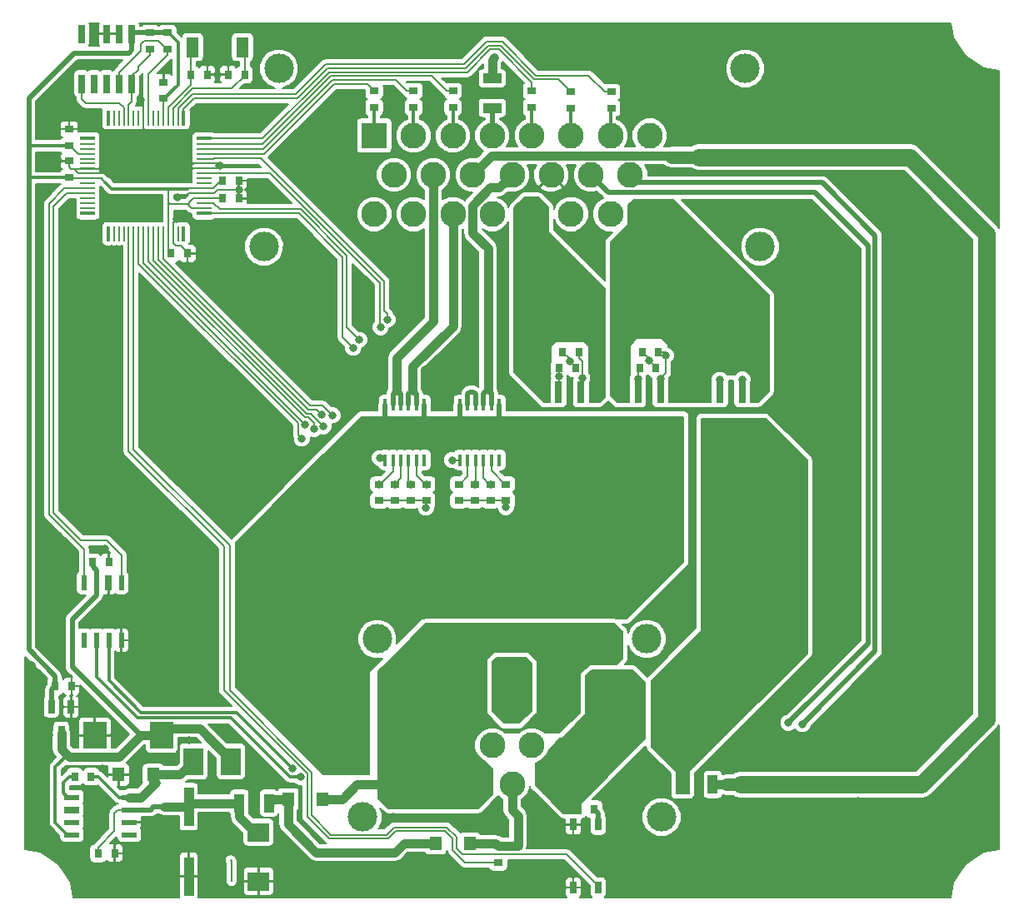
<source format=gtl>
G04 #@! TF.GenerationSoftware,KiCad,Pcbnew,(2017-01-11 revision e99b79cb2)-master*
G04 #@! TF.CreationDate,2017-11-18T14:04:46+02:00*
G04 #@! TF.ProjectId,fsb,6673622E6B696361645F706362000000,rev?*
G04 #@! TF.FileFunction,Copper,L1,Top,Signal*
G04 #@! TF.FilePolarity,Positive*
%FSLAX46Y46*%
G04 Gerber Fmt 4.6, Leading zero omitted, Abs format (unit mm)*
G04 Created by KiCad (PCBNEW (2017-01-11 revision e99b79cb2)-master) date Sat Nov 18 14:04:46 2017*
%MOMM*%
%LPD*%
G01*
G04 APERTURE LIST*
%ADD10C,0.100000*%
%ADD11R,2.179320X1.900000*%
%ADD12R,2.623820X2.623820*%
%ADD13C,2.623820*%
%ADD14C,2.999740*%
%ADD15R,1.297940X1.399540*%
%ADD16R,0.762000X0.939800*%
%ADD17R,2.400000X2.700000*%
%ADD18R,0.939800X0.762000*%
%ADD19R,0.998220X1.899920*%
%ADD20R,0.635000X1.905000*%
%ADD21R,2.000000X2.800000*%
%ADD22R,0.700000X1.350000*%
%ADD23R,1.300000X2.000000*%
%ADD24R,0.700000X1.200000*%
%ADD25R,1.400000X1.900000*%
%ADD26R,6.100000X5.970000*%
%ADD27R,5.970000X6.100000*%
%ADD28R,1.900000X1.400000*%
%ADD29R,1.899920X0.998220*%
%ADD30R,0.398780X1.498600*%
%ADD31R,0.279400X1.498600*%
%ADD32R,1.498600X0.398780*%
%ADD33R,1.498600X0.279400*%
%ADD34R,0.600000X1.524000*%
%ADD35R,0.635000X1.524000*%
%ADD36R,3.600000X1.900000*%
%ADD37R,0.400000X1.200000*%
%ADD38R,0.800000X2.200000*%
%ADD39R,5.600000X6.400000*%
%ADD40R,1.524000X0.600000*%
%ADD41R,1.524000X0.635000*%
%ADD42R,0.998220X3.997960*%
%ADD43R,3.300000X2.400000*%
%ADD44C,0.800000*%
%ADD45C,0.200000*%
%ADD46C,0.300000*%
%ADD47C,0.500000*%
%ADD48C,0.900000*%
%ADD49C,1.800000*%
%ADD50C,1.300000*%
G04 APERTURE END LIST*
D10*
D11*
X142250000Y-136850000D03*
X142250000Y-131850000D03*
D12*
X164002040Y-119002040D03*
D13*
X168000000Y-119002040D03*
X171997960Y-119002040D03*
X166001020Y-123000000D03*
X169998980Y-123000000D03*
X164002040Y-126997960D03*
X168000000Y-126997960D03*
X171997960Y-126997960D03*
D14*
X154301780Y-112202460D03*
X181698220Y-112202460D03*
X183199360Y-130299960D03*
X152800640Y-130299960D03*
D15*
X163765300Y-133000000D03*
X160234700Y-133000000D03*
D12*
X154002060Y-61002040D03*
D13*
X158000020Y-61002040D03*
X162000520Y-61002040D03*
X166001020Y-61002040D03*
X169998980Y-61002040D03*
X173999480Y-61002040D03*
X177999980Y-61002040D03*
X181997940Y-61002040D03*
X156001040Y-65000000D03*
X160001540Y-65000000D03*
X164002040Y-65000000D03*
X168000000Y-65000000D03*
X171997960Y-65000000D03*
X175998460Y-65000000D03*
X179998960Y-65000000D03*
X154002060Y-68997960D03*
X158000020Y-68997960D03*
X162000520Y-68997960D03*
X166001020Y-68997960D03*
X169998980Y-68997960D03*
X173999480Y-68997960D03*
X177999980Y-68997960D03*
X181997940Y-68997960D03*
D14*
X144301800Y-54202460D03*
X191698200Y-54202460D03*
X142800660Y-72299960D03*
X193199340Y-72299960D03*
D16*
X125961800Y-134000000D03*
X127638200Y-134000000D03*
X123561800Y-126200000D03*
X125238200Y-126200000D03*
D17*
X132400000Y-122000000D03*
X125600000Y-122000000D03*
D16*
X121561800Y-117000000D03*
X123238200Y-117000000D03*
D18*
X132600000Y-55561800D03*
X132600000Y-57238200D03*
D16*
X140238200Y-67400000D03*
X138561800Y-67400000D03*
X133361800Y-73000000D03*
X135038200Y-73000000D03*
X140238200Y-65600000D03*
X138561800Y-65600000D03*
D18*
X123000000Y-62038200D03*
X123000000Y-60361800D03*
X123000000Y-63600000D03*
X123000000Y-65276400D03*
D16*
X139161800Y-54800000D03*
X140838200Y-54800000D03*
X137038200Y-54800000D03*
X135361800Y-54800000D03*
X125361800Y-104400000D03*
X127038200Y-104400000D03*
D15*
X148765300Y-128500000D03*
X145234700Y-128500000D03*
X128034700Y-126000000D03*
X131565300Y-126000000D03*
D19*
X143298600Y-128900000D03*
X140301400Y-128900000D03*
D20*
X129340000Y-50660000D03*
X129340000Y-55740000D03*
X128070000Y-50660000D03*
X128070000Y-55740000D03*
X126800000Y-50660000D03*
X126800000Y-55740000D03*
X125530000Y-55740000D03*
X124260000Y-50660000D03*
X124260000Y-55740000D03*
D21*
X135650000Y-124650000D03*
X139450000Y-124650000D03*
D18*
X131200000Y-52238200D03*
X131200000Y-50561800D03*
X133000000Y-52238200D03*
X133000000Y-50561800D03*
D22*
X123200000Y-119100000D03*
X121200000Y-119100000D03*
X122200000Y-121700000D03*
D23*
X140622082Y-52014163D03*
X135542082Y-52014163D03*
D18*
X166600000Y-134938200D03*
X166600000Y-133261800D03*
D19*
X185400000Y-127000000D03*
X188397200Y-127000000D03*
D24*
X176770000Y-131077889D03*
X174230000Y-131077889D03*
X174230000Y-137477889D03*
X176770000Y-137477889D03*
D16*
X176338200Y-129500000D03*
X174661800Y-129500000D03*
D25*
X172750000Y-113200000D03*
X177330000Y-113200000D03*
D26*
X175040000Y-107115000D03*
D27*
X150065000Y-119810000D03*
D28*
X156150000Y-117520000D03*
X156150000Y-122100000D03*
D29*
X166000000Y-55201400D03*
X166000000Y-58198600D03*
D18*
X170000000Y-58138200D03*
X170000000Y-56461800D03*
X154000000Y-56461800D03*
X154000000Y-58138200D03*
X158000000Y-58138200D03*
X158000000Y-56461800D03*
X162000000Y-56461800D03*
X162000000Y-58138200D03*
X156100000Y-96461800D03*
X156100000Y-98138200D03*
X154500000Y-98138200D03*
X154500000Y-96461800D03*
D16*
X173161800Y-83000000D03*
X174838200Y-83000000D03*
X181211800Y-83000000D03*
X182888200Y-83000000D03*
X172761800Y-84650000D03*
X174438200Y-84650000D03*
X180961800Y-84650000D03*
X182638200Y-84650000D03*
D18*
X157700000Y-98138200D03*
X157700000Y-96461800D03*
X159300000Y-98138200D03*
X159300000Y-96461800D03*
X165800000Y-98138200D03*
X165800000Y-96461800D03*
X167400000Y-98138200D03*
X167400000Y-96461800D03*
X164200000Y-98138200D03*
X164200000Y-96461800D03*
X162600000Y-96461800D03*
X162600000Y-98138200D03*
D30*
X126990000Y-70997880D03*
D31*
X127551340Y-70997880D03*
X128051720Y-70997880D03*
X128552100Y-70997880D03*
X129052480Y-70997880D03*
X129550320Y-70997880D03*
X130050700Y-70997880D03*
X130551080Y-70997880D03*
X131048920Y-70997880D03*
X131549300Y-70997880D03*
X132049680Y-70997880D03*
X132547520Y-70997880D03*
X133047900Y-70997880D03*
X133548280Y-70997880D03*
X134048660Y-70997880D03*
D30*
X134610000Y-70997880D03*
D32*
X136697880Y-68910000D03*
D33*
X136697880Y-68348660D03*
X136697880Y-67848280D03*
X136697880Y-67347900D03*
X136697880Y-66847520D03*
X136697880Y-66349680D03*
X136697880Y-65849300D03*
X136697880Y-65348920D03*
X136697880Y-64851080D03*
X136697880Y-64350700D03*
X136697880Y-63850320D03*
X136697880Y-63352480D03*
X136697880Y-62852100D03*
X136697880Y-62351720D03*
X136697880Y-61851340D03*
D32*
X136697880Y-61290000D03*
D30*
X134610000Y-59202120D03*
D31*
X134048660Y-59202120D03*
X133548280Y-59202120D03*
X133047900Y-59202120D03*
X132547520Y-59202120D03*
X132049680Y-59202120D03*
X131549300Y-59202120D03*
X131048920Y-59202120D03*
X130551080Y-59202120D03*
X130050700Y-59202120D03*
X129550320Y-59202120D03*
X129052480Y-59202120D03*
X128552100Y-59202120D03*
X128051720Y-59202120D03*
X127551340Y-59202120D03*
D30*
X126990000Y-59202120D03*
D32*
X124902120Y-61290000D03*
D33*
X124902120Y-61851340D03*
X124902120Y-62351720D03*
X124902120Y-62852100D03*
X124902120Y-63352480D03*
X124902120Y-63850320D03*
X124902120Y-64350700D03*
X124902120Y-64851080D03*
X124902120Y-65348920D03*
X124902120Y-65849300D03*
X124902120Y-66349680D03*
X124902120Y-66847520D03*
X124902120Y-67347900D03*
X124902120Y-67848280D03*
X124902120Y-68348660D03*
D32*
X124902120Y-68910000D03*
D34*
X128305000Y-112321000D03*
X127035000Y-112321000D03*
X125765000Y-112321000D03*
X124495000Y-112321000D03*
X124495000Y-106479000D03*
X125765000Y-106479000D03*
D35*
X127000000Y-106479000D03*
D34*
X128305000Y-106479000D03*
D36*
X157100000Y-91200000D03*
D37*
X155100000Y-88400000D03*
X155900000Y-88400000D03*
X156700000Y-88400000D03*
X157500000Y-88400000D03*
X158300000Y-88400000D03*
X159100000Y-88400000D03*
X159100000Y-94000000D03*
X158300000Y-94000000D03*
X157500000Y-94000000D03*
X156700000Y-94000000D03*
X155900000Y-94000000D03*
X155100000Y-94000000D03*
D38*
X176153118Y-87101885D03*
X175013118Y-87101885D03*
X172733118Y-87101885D03*
X171593118Y-87101885D03*
D39*
X173873118Y-93401885D03*
D38*
X184223118Y-87101885D03*
X183083118Y-87101885D03*
X180803118Y-87101885D03*
X179663118Y-87101885D03*
D39*
X181943118Y-93401885D03*
X190260000Y-93400000D03*
D38*
X187980000Y-87100000D03*
X189120000Y-87100000D03*
X191400000Y-87100000D03*
X192540000Y-87100000D03*
D37*
X162700000Y-94000000D03*
X163500000Y-94000000D03*
X164300000Y-94000000D03*
X165100000Y-94000000D03*
X165900000Y-94000000D03*
X166700000Y-94000000D03*
X166700000Y-88400000D03*
X165900000Y-88400000D03*
X165100000Y-88400000D03*
X164300000Y-88400000D03*
X163500000Y-88400000D03*
X162700000Y-88400000D03*
D36*
X164700000Y-91200000D03*
D40*
X129121000Y-128295000D03*
X129121000Y-129565000D03*
X129121000Y-130835000D03*
X129121000Y-132105000D03*
X123279000Y-132105000D03*
X123279000Y-130835000D03*
D41*
X123279000Y-129600000D03*
D40*
X123279000Y-128295000D03*
D28*
X179165000Y-117710000D03*
X179165000Y-122290000D03*
D27*
X185250000Y-120000000D03*
D18*
X174000000Y-58238200D03*
X174000000Y-56561800D03*
X178100000Y-56561800D03*
X178100000Y-58238200D03*
D42*
X135150000Y-136348380D03*
X135150000Y-129251620D03*
D43*
X167950000Y-115450000D03*
X167950000Y-108850000D03*
D44*
X135150000Y-122500000D03*
X126200000Y-130850000D03*
X138700000Y-121400000D03*
X137400000Y-118000000D03*
X119950000Y-86550000D03*
X122300000Y-86900000D03*
X120300000Y-66700000D03*
X122750000Y-69450000D03*
X130750000Y-76550000D03*
X127550000Y-82950000D03*
X131150000Y-92050000D03*
X127950000Y-93900000D03*
X137450000Y-103550000D03*
X139600000Y-101100000D03*
X147400000Y-93300000D03*
X151450000Y-89100000D03*
X186300000Y-102900000D03*
X186300000Y-98850000D03*
X200550000Y-98550000D03*
X206900000Y-98250000D03*
X213550000Y-97400000D03*
X213750000Y-101800000D03*
X206600000Y-113350000D03*
X206550000Y-102350000D03*
X201100000Y-102000000D03*
X201100000Y-111050000D03*
X194400000Y-119250000D03*
X197450000Y-137400000D03*
X170350000Y-129000000D03*
X167050000Y-131450000D03*
X155900000Y-130300000D03*
X154549990Y-93819660D03*
X138321113Y-64050010D03*
X181950000Y-83900000D03*
X167400000Y-98800000D03*
X159250000Y-98850000D03*
X161950000Y-94000000D03*
X173850000Y-83950000D03*
X134000000Y-67300000D03*
X140250000Y-66500000D03*
X134900000Y-63900000D03*
X130500000Y-60900000D03*
X130300000Y-57400000D03*
X214000000Y-115400000D03*
X199400000Y-121900000D03*
X208100000Y-124800000D03*
X203200000Y-128700000D03*
X217000000Y-132700000D03*
X216400000Y-122900000D03*
X211900000Y-137200000D03*
X182900000Y-137400000D03*
X126605018Y-102994982D03*
X119200000Y-114900000D03*
X119300000Y-120300000D03*
X119800000Y-131100000D03*
X121000000Y-122000000D03*
X124300000Y-135500000D03*
X133800000Y-132300000D03*
X180000000Y-131100000D03*
X179000000Y-136400000D03*
X156700000Y-136400000D03*
X146800000Y-134700000D03*
X144200000Y-134800000D03*
X133000000Y-54199998D03*
X138100000Y-54800000D03*
X121900000Y-63600000D03*
X127500000Y-64500000D03*
X133900000Y-69500000D03*
X125500000Y-50700000D03*
X125700000Y-119300000D03*
X126400000Y-125400000D03*
X121905018Y-101694982D03*
X125400000Y-110300000D03*
X128300000Y-114900000D03*
X121900000Y-114000000D03*
X215200000Y-67000000D03*
X214650000Y-56900000D03*
X203250000Y-51500000D03*
X197150000Y-61100000D03*
X184700000Y-60800000D03*
X188450000Y-51300000D03*
X169950000Y-51900000D03*
X163650000Y-50300000D03*
X146750000Y-52100000D03*
X151950000Y-56900000D03*
X143350000Y-58500000D03*
X144350000Y-63400000D03*
X139600000Y-70000000D03*
X136800000Y-76350000D03*
X146700000Y-86250000D03*
X149550000Y-74000000D03*
X152300000Y-75550000D03*
X158150000Y-71600000D03*
X158150000Y-78050000D03*
X154600000Y-86550000D03*
X159150000Y-84850000D03*
X164200000Y-83650000D03*
X163400000Y-81250000D03*
X163600000Y-78750000D03*
X163400000Y-72300000D03*
X167050000Y-71700000D03*
X176800000Y-74000000D03*
X186750000Y-68150000D03*
X198100000Y-68150000D03*
X201000000Y-65300000D03*
X214200000Y-71650000D03*
X214200000Y-80900000D03*
X206200000Y-83800000D03*
X202500000Y-83800000D03*
X195050000Y-87650000D03*
X186450000Y-89050000D03*
X169000000Y-88050000D03*
X166200000Y-53100000D03*
X182000000Y-100500000D03*
X145655017Y-125344983D03*
X196100000Y-120750000D03*
X146499990Y-126248701D03*
X197500000Y-120850000D03*
X154500000Y-96461800D03*
X146650000Y-91800000D03*
X146968695Y-90373024D03*
X156100000Y-96461800D03*
X175119201Y-85695802D03*
X151850000Y-82600000D03*
X152484224Y-81799990D03*
X172761800Y-85500000D03*
X148837999Y-90578514D03*
X159300000Y-96461800D03*
X147866148Y-90814161D03*
X157700000Y-96461800D03*
X155338756Y-79699990D03*
X183650000Y-83400000D03*
X183084702Y-85716316D03*
X191400000Y-85800000D03*
X154650000Y-80500000D03*
X180803118Y-85750000D03*
X189100000Y-85850000D03*
X149750000Y-89450000D03*
X165800000Y-96461800D03*
X148650000Y-89400000D03*
X164200000Y-96461800D03*
D45*
X139500000Y-136800000D02*
X139500000Y-134800000D01*
X139500000Y-134800000D02*
X139400000Y-134700000D01*
X126200000Y-130850000D02*
X126200000Y-131700000D01*
X126200000Y-131700000D02*
X124300000Y-133600000D01*
X124300000Y-133600000D02*
X124300000Y-135500000D01*
X150950000Y-90100000D02*
X147750000Y-93300000D01*
X147750000Y-93300000D02*
X147400000Y-93300000D01*
X150950000Y-89600000D02*
X150950000Y-90100000D01*
X151450000Y-89100000D02*
X150950000Y-89600000D01*
X186300000Y-98850000D02*
X186300000Y-102900000D01*
X213750000Y-101800000D02*
X213750000Y-97600000D01*
X213750000Y-97600000D02*
X213550000Y-97400000D01*
X154700000Y-94000000D02*
X154549990Y-93849990D01*
X154549990Y-93849990D02*
X154549990Y-93819660D01*
X155100000Y-94000000D02*
X154700000Y-94000000D01*
X136697880Y-63850320D02*
X134949680Y-63850320D01*
X134949680Y-63850320D02*
X134900000Y-63900000D01*
X136697880Y-63850320D02*
X138121423Y-63850320D01*
X138121423Y-63850320D02*
X138321113Y-64050010D01*
X136697880Y-64350700D02*
X135350700Y-64350700D01*
X135350700Y-64350700D02*
X134900000Y-63900000D01*
X136697880Y-64350700D02*
X138020423Y-64350700D01*
X138020423Y-64350700D02*
X138321113Y-64050010D01*
X138171103Y-63900000D02*
X138321113Y-64050010D01*
X174438200Y-84650000D02*
X174438200Y-84538200D01*
X174438200Y-84538200D02*
X173850000Y-83950000D01*
X181950000Y-83900000D02*
X181950000Y-83738200D01*
X181950000Y-83738200D02*
X181211800Y-83000000D01*
X182638200Y-84650000D02*
X182638200Y-84588200D01*
X182638200Y-84588200D02*
X181950000Y-83900000D01*
X167400000Y-98138200D02*
X167400000Y-98800000D01*
X165800000Y-98138200D02*
X167400000Y-98138200D01*
X164200000Y-98138200D02*
X165800000Y-98138200D01*
X162600000Y-98138200D02*
X164200000Y-98138200D01*
X159300000Y-98138200D02*
X159300000Y-98800000D01*
X159300000Y-98800000D02*
X159250000Y-98850000D01*
X157700000Y-98138200D02*
X159300000Y-98138200D01*
X156100000Y-98138200D02*
X157700000Y-98138200D01*
X154500000Y-98138200D02*
X156100000Y-98138200D01*
X162700000Y-94000000D02*
X161950000Y-94000000D01*
X173850000Y-83950000D02*
X173850000Y-83688200D01*
X173850000Y-83688200D02*
X173161800Y-83000000D01*
X134565685Y-67300000D02*
X134000000Y-67300000D01*
X134650000Y-67300000D02*
X134565685Y-67300000D01*
X135102480Y-66847520D02*
X134650000Y-67300000D01*
X136697880Y-66847520D02*
X135102480Y-66847520D01*
X136697880Y-66847520D02*
X137723378Y-66847520D01*
X137723378Y-66847520D02*
X138070898Y-66500000D01*
X139684315Y-66500000D02*
X140250000Y-66500000D01*
X138070898Y-66500000D02*
X139684315Y-66500000D01*
X140250000Y-66500000D02*
X140250000Y-67388200D01*
X140250000Y-67388200D02*
X140238200Y-67400000D01*
X140238200Y-65600000D02*
X140238200Y-66488200D01*
X140238200Y-66488200D02*
X140250000Y-66500000D01*
X130546926Y-59219471D02*
X130546926Y-60853074D01*
X130546926Y-60853074D02*
X130500000Y-60900000D01*
X130546926Y-59219471D02*
X130546926Y-57646926D01*
X130546926Y-57646926D02*
X130300000Y-57400000D01*
X181900000Y-136400000D02*
X182900000Y-137400000D01*
X179000000Y-136400000D02*
X181900000Y-136400000D01*
X127005017Y-103394981D02*
X126605018Y-102994982D01*
X127038200Y-104400000D02*
X127038200Y-103428164D01*
X127038200Y-103428164D02*
X127005017Y-103394981D01*
X119300000Y-120300000D02*
X119300000Y-115000000D01*
X119300000Y-115000000D02*
X119200000Y-114900000D01*
X121000000Y-122000000D02*
X121000000Y-129900000D01*
X121000000Y-129900000D02*
X119800000Y-131100000D01*
X179000000Y-136400000D02*
X179000000Y-132100000D01*
X179000000Y-132100000D02*
X180000000Y-131100000D01*
X146800000Y-134700000D02*
X148500000Y-136400000D01*
X148500000Y-136400000D02*
X156700000Y-136400000D01*
X143900000Y-134800000D02*
X144200000Y-134800000D01*
X132600001Y-54599997D02*
X133000000Y-54199998D01*
X132600000Y-55561800D02*
X132600001Y-54599997D01*
X139161800Y-54800000D02*
X138100000Y-54800000D01*
X123000000Y-63600000D02*
X121900000Y-63600000D01*
X124897966Y-64368051D02*
X123500000Y-64368051D01*
X123500000Y-64368051D02*
X123187051Y-64368051D01*
X124897966Y-64868431D02*
X123948666Y-64868431D01*
X123948666Y-64868431D02*
X123500000Y-64419765D01*
X123500000Y-64419765D02*
X123500000Y-64368051D01*
X123187051Y-64368051D02*
X123000000Y-64181000D01*
X123000000Y-64181000D02*
X123000000Y-63600000D01*
X124897966Y-64368051D02*
X127368051Y-64368051D01*
X127368051Y-64368051D02*
X127500000Y-64500000D01*
X124897966Y-64868431D02*
X127131569Y-64868431D01*
X127131569Y-64868431D02*
X127500000Y-64500000D01*
X133544126Y-71015231D02*
X133544126Y-69855874D01*
X133544126Y-69855874D02*
X133900000Y-69500000D01*
X133544126Y-71015231D02*
X133544126Y-71964531D01*
X133544126Y-71964531D02*
X133809694Y-72230099D01*
X133809694Y-72230099D02*
X134357199Y-72230099D01*
X134357199Y-72230099D02*
X135038200Y-72911100D01*
X135038200Y-72911100D02*
X135038200Y-73000000D01*
X126800000Y-50660000D02*
X125540000Y-50660000D01*
X125540000Y-50660000D02*
X125500000Y-50700000D01*
X125600000Y-122000000D02*
X125600000Y-119400000D01*
X125600000Y-119400000D02*
X125700000Y-119300000D01*
X141700000Y-136800000D02*
X141800000Y-136900000D01*
X128034700Y-126000000D02*
X127000000Y-126000000D01*
X127000000Y-126000000D02*
X126400000Y-125400000D01*
X167950001Y-49900001D02*
X169950000Y-51900000D01*
X163650000Y-50300000D02*
X164049999Y-49900001D01*
X164049999Y-49900001D02*
X167950001Y-49900001D01*
X157750000Y-79600000D02*
X157750000Y-78450000D01*
X157750000Y-78450000D02*
X158150000Y-78050000D01*
X154600000Y-82750000D02*
X157750000Y-79600000D01*
X154600000Y-86550000D02*
X154600000Y-82750000D01*
X163400000Y-81250000D02*
X164200000Y-82050000D01*
X164200000Y-82050000D02*
X164200000Y-83650000D01*
X163600000Y-78750000D02*
X163600000Y-81050000D01*
X163600000Y-81050000D02*
X163400000Y-81250000D01*
X136697880Y-67347900D02*
X138509700Y-67347900D01*
X138509700Y-67347900D02*
X138561800Y-67400000D01*
X136697880Y-67347900D02*
X135652100Y-67347900D01*
X135652100Y-67347900D02*
X135200000Y-67800000D01*
X135200000Y-67800000D02*
X135200000Y-67859680D01*
X135200000Y-67859680D02*
X135059678Y-68000002D01*
X136697880Y-68348660D02*
X135408336Y-68348660D01*
X135408336Y-68348660D02*
X135059678Y-68000002D01*
X126266271Y-65366271D02*
X126500000Y-65600000D01*
X124902120Y-65348920D02*
X126248920Y-65348920D01*
X126500000Y-65600000D02*
X126650000Y-65750000D01*
X126248920Y-65348920D02*
X126500000Y-65600000D01*
X124902120Y-65348920D02*
X123072520Y-65348920D01*
X123072520Y-65348920D02*
X123000000Y-65276400D01*
X136697880Y-66349680D02*
X135050320Y-66349680D01*
X135050320Y-66349680D02*
X135000000Y-66400000D01*
X136697880Y-66349680D02*
X137647180Y-66349680D01*
X137647180Y-66349680D02*
X138396860Y-65600000D01*
X138396860Y-65600000D02*
X138561800Y-65600000D01*
X133243748Y-68000002D02*
X133043746Y-67800000D01*
X135059678Y-68000002D02*
X133243748Y-68000002D01*
D46*
X126650000Y-65750000D02*
X127300000Y-66400000D01*
D45*
X123000000Y-65276400D02*
X123089871Y-65366271D01*
X138561800Y-67400000D02*
X138527051Y-67365251D01*
X133043746Y-71015231D02*
X133043746Y-67800000D01*
X133043746Y-67800000D02*
X133043746Y-66443746D01*
X133043746Y-71015231D02*
X133043746Y-72681946D01*
X133043746Y-72681946D02*
X133361800Y-73000000D01*
D46*
X127300000Y-66400000D02*
X133000000Y-66400000D01*
X133000000Y-66400000D02*
X134700000Y-66400000D01*
D45*
X133043746Y-66443746D02*
X133000000Y-66400000D01*
D46*
X134700000Y-66400000D02*
X135000000Y-66400000D01*
D45*
X135000000Y-66400000D02*
X135032969Y-66367031D01*
D46*
X134100000Y-55827100D02*
X134100000Y-51572900D01*
X134100000Y-51572900D02*
X133088900Y-50561800D01*
X133088900Y-50561800D02*
X133000000Y-50561800D01*
X132600000Y-57238200D02*
X132688900Y-57238200D01*
X132688900Y-57238200D02*
X134100000Y-55827100D01*
D45*
X132543366Y-59219471D02*
X132543366Y-57294834D01*
X132543366Y-57294834D02*
X132600000Y-57238200D01*
X124897966Y-62869451D02*
X123900000Y-62869451D01*
X123088900Y-62038200D02*
X123900000Y-62849300D01*
X123000000Y-62038200D02*
X123088900Y-62038200D01*
X123900000Y-62849300D02*
X123900000Y-62869451D01*
D47*
X118900000Y-62000000D02*
X118900000Y-65300000D01*
X118900000Y-65300000D02*
X118900000Y-113300000D01*
D46*
X123000000Y-65276400D02*
X118923600Y-65276400D01*
X118923600Y-65276400D02*
X118900000Y-65300000D01*
D47*
X118900000Y-57200000D02*
X118900000Y-62000000D01*
D46*
X123000000Y-62038200D02*
X118938200Y-62038200D01*
X118938200Y-62038200D02*
X118900000Y-62000000D01*
D47*
X121561800Y-117000000D02*
X121561800Y-115961800D01*
X129340000Y-50660000D02*
X129340000Y-52332900D01*
X129340000Y-52332900D02*
X129072900Y-52600000D01*
X129072900Y-52600000D02*
X123500000Y-52600000D01*
X123500000Y-52600000D02*
X118900000Y-57200000D01*
X118900000Y-113300000D02*
X121561800Y-115961800D01*
X131200000Y-50561800D02*
X129438200Y-50561800D01*
X129438200Y-50561800D02*
X129340000Y-50660000D01*
X133000000Y-50561800D02*
X131200000Y-50561800D01*
X121200000Y-119100000D02*
X121200000Y-117361800D01*
X121200000Y-117361800D02*
X121561800Y-117000000D01*
D48*
X136250000Y-121300000D02*
X133100000Y-121300000D01*
X133100000Y-121300000D02*
X132400000Y-122000000D01*
X139450000Y-124500000D02*
X136250000Y-121300000D01*
X139450000Y-124650000D02*
X139450000Y-124500000D01*
D47*
X123300000Y-115000000D02*
X130300000Y-122000000D01*
X123300000Y-110206000D02*
X123300000Y-115000000D01*
X125765000Y-107741000D02*
X123300000Y-110206000D01*
X125765000Y-106479000D02*
X125765000Y-107741000D01*
X125448000Y-104900000D02*
X125448000Y-104486200D01*
X125448000Y-104486200D02*
X125361800Y-104400000D01*
X125765000Y-106479000D02*
X125765000Y-105217000D01*
X125765000Y-105217000D02*
X125448000Y-104900000D01*
D48*
X132400000Y-122000000D02*
X130300000Y-122000000D01*
X130300000Y-122000000D02*
X128100000Y-124200000D01*
X128100000Y-124200000D02*
X123000000Y-124200000D01*
X123000000Y-124200000D02*
X122800000Y-124000000D01*
X122800000Y-124000000D02*
X122200000Y-123400000D01*
D46*
X121600000Y-125200000D02*
X122800000Y-124000000D01*
X121600000Y-130870500D02*
X121600000Y-125200000D01*
X123279000Y-132105000D02*
X122834500Y-132105000D01*
X122834500Y-132105000D02*
X121600000Y-130870500D01*
D48*
X122200000Y-123400000D02*
X122200000Y-121700000D01*
X166000000Y-53300000D02*
X166200000Y-53100000D01*
X166000000Y-55201400D02*
X166000000Y-53300000D01*
X182000000Y-100500000D02*
X182000000Y-93458767D01*
X182000000Y-93458767D02*
X181943118Y-93401885D01*
D46*
X166700000Y-90100000D02*
X166700000Y-90600000D01*
D47*
X166700000Y-88400000D02*
X166700000Y-90100000D01*
X162700000Y-88400000D02*
X162700000Y-90050000D01*
X159100000Y-88400000D02*
X159100000Y-89950000D01*
X155100000Y-88400000D02*
X155100000Y-90100000D01*
D46*
X166700000Y-90600000D02*
X166100000Y-91200000D01*
X166100000Y-91200000D02*
X164700000Y-91200000D01*
X162700000Y-90050000D02*
X163850000Y-91200000D01*
X163850000Y-91200000D02*
X164700000Y-91200000D01*
X159100000Y-89950000D02*
X157850000Y-91200000D01*
X157850000Y-91200000D02*
X157100000Y-91200000D01*
X155100000Y-88400000D02*
X155100000Y-89700000D01*
X155100000Y-89700000D02*
X156600000Y-91200000D01*
X156600000Y-91200000D02*
X157100000Y-91200000D01*
X130300000Y-119700000D02*
X140010034Y-119700000D01*
X145255018Y-124944984D02*
X145655017Y-125344983D01*
X127035000Y-116435000D02*
X130300000Y-119700000D01*
X127035000Y-112321000D02*
X127035000Y-116435000D01*
X140010034Y-119700000D02*
X145255018Y-124944984D01*
D47*
X177760371Y-66761911D02*
X177310369Y-66311909D01*
X204199989Y-112650011D02*
X204199989Y-72199989D01*
X204199989Y-72199989D02*
X198761911Y-66761911D01*
X196100000Y-120750000D02*
X204199989Y-112650011D01*
X177310369Y-66311909D02*
X175998460Y-65000000D01*
X198761911Y-66761911D02*
X177760371Y-66761911D01*
D46*
X145934305Y-126248701D02*
X146499990Y-126248701D01*
X145448731Y-126248701D02*
X145934305Y-126248701D01*
X125765000Y-112321000D02*
X125765000Y-116065000D01*
X139400040Y-120200010D02*
X145448731Y-126248701D01*
X125765000Y-116065000D02*
X129900010Y-120200010D01*
X129900010Y-120200010D02*
X139400040Y-120200010D01*
D47*
X197500000Y-120850000D02*
X204900000Y-113450000D01*
X204900000Y-113450000D02*
X204900000Y-71200000D01*
X204900000Y-71200000D02*
X199500000Y-65800000D01*
X199500000Y-65800000D02*
X180798960Y-65800000D01*
X180798960Y-65800000D02*
X179998960Y-65000000D01*
D45*
X128547946Y-59219471D02*
X128547946Y-58147946D01*
X128547946Y-58147946D02*
X128100000Y-57700000D01*
X128100000Y-57700000D02*
X124700000Y-57700000D01*
X124700000Y-57700000D02*
X124260000Y-57260000D01*
X124260000Y-57260000D02*
X124260000Y-55740000D01*
X122532969Y-66367031D02*
X123948666Y-66367031D01*
X124495000Y-103060700D02*
X120949988Y-99515688D01*
X120949988Y-99515688D02*
X120949988Y-67950012D01*
X124495000Y-106479000D02*
X124495000Y-103060700D01*
X123948666Y-66367031D02*
X124897966Y-66367031D01*
X120949988Y-67950012D02*
X122532969Y-66367031D01*
X128305000Y-106479000D02*
X128305000Y-103705000D01*
X121349999Y-99349999D02*
X121349999Y-68250001D01*
X128305000Y-103705000D02*
X126800000Y-102200000D01*
X126800000Y-102200000D02*
X124200000Y-102200000D01*
X124200000Y-102200000D02*
X121349999Y-99349999D01*
X121349999Y-68250001D02*
X122735129Y-66864871D01*
X122735129Y-66864871D02*
X124897966Y-66864871D01*
X127600000Y-129900000D02*
X127935000Y-129565000D01*
X127935000Y-129565000D02*
X129121000Y-129565000D01*
X127600000Y-131750000D02*
X127600000Y-129900000D01*
X125961800Y-133388200D02*
X127600000Y-131750000D01*
X125961800Y-134000000D02*
X125961800Y-133388200D01*
D47*
X131550000Y-129300000D02*
X131285000Y-129565000D01*
X131285000Y-129565000D02*
X129121000Y-129565000D01*
X132600000Y-129300000D02*
X131550000Y-129300000D01*
X132648380Y-129251620D02*
X132600000Y-129300000D01*
D48*
X135150000Y-129251620D02*
X132648380Y-129251620D01*
X140301400Y-128900000D02*
X135501620Y-128900000D01*
X135501620Y-128900000D02*
X135150000Y-129251620D01*
X141850000Y-131850000D02*
X140301400Y-130301400D01*
X140301400Y-130301400D02*
X140301400Y-128900000D01*
X142250000Y-131850000D02*
X141850000Y-131850000D01*
X131565300Y-126000000D02*
X134300000Y-126000000D01*
X134300000Y-126000000D02*
X135650000Y-124650000D01*
X131800000Y-126800000D02*
X131600000Y-127000000D01*
X131600000Y-127000000D02*
X131600000Y-126034700D01*
X131600000Y-126034700D02*
X131565300Y-126000000D01*
X129121000Y-128295000D02*
X130305000Y-128295000D01*
X130305000Y-128295000D02*
X131565300Y-127034700D01*
X131565300Y-127034700D02*
X131565300Y-126000000D01*
D46*
X125238200Y-126200000D02*
X125964000Y-126200000D01*
X125964000Y-126200000D02*
X128059000Y-128295000D01*
X128059000Y-128295000D02*
X129121000Y-128295000D01*
X123279000Y-128295000D02*
X122834500Y-128295000D01*
X122834500Y-128295000D02*
X122400000Y-127860500D01*
X122400000Y-127860500D02*
X122400000Y-126800000D01*
X122400000Y-126800000D02*
X123000000Y-126200000D01*
X123000000Y-126200000D02*
X123561800Y-126200000D01*
D45*
X140838200Y-54888900D02*
X140838200Y-54800000D01*
X139527100Y-56200000D02*
X140838200Y-54888900D01*
X135557728Y-56200000D02*
X139527100Y-56200000D01*
X133544126Y-58213602D02*
X135557728Y-56200000D01*
X133544126Y-59219471D02*
X133544126Y-58213602D01*
X140838200Y-54800000D02*
X140838200Y-52230281D01*
X140838200Y-52230281D02*
X140622082Y-52014163D01*
X133043746Y-58148282D02*
X135361800Y-55830228D01*
X135361800Y-55469900D02*
X135361800Y-54800000D01*
X135361800Y-55830228D02*
X135361800Y-55469900D01*
X133043746Y-59219471D02*
X133043746Y-58148282D01*
X135361800Y-54800000D02*
X135361800Y-52194445D01*
X135361800Y-52194445D02*
X135542082Y-52014163D01*
D48*
X163765300Y-133000000D02*
X166338200Y-133000000D01*
X166338200Y-133000000D02*
X166600000Y-133261800D01*
X168000000Y-129600000D02*
X168600000Y-130200000D01*
X168600000Y-130200000D02*
X168600000Y-133261800D01*
X168000000Y-126997960D02*
X168000000Y-129600000D01*
X168600000Y-133261800D02*
X166600000Y-133261800D01*
D45*
X131200000Y-52238200D02*
X131200000Y-52819200D01*
X131200000Y-52819200D02*
X130000000Y-54019200D01*
X130000000Y-54019200D02*
X130000000Y-54300000D01*
X130000000Y-54300000D02*
X129340000Y-54960000D01*
X129340000Y-54960000D02*
X129340000Y-55740000D01*
X129048326Y-57851674D02*
X129340000Y-57560000D01*
X129340000Y-57560000D02*
X129340000Y-55740000D01*
X129048326Y-59219471D02*
X129048326Y-57851674D01*
X133000000Y-52238200D02*
X133000000Y-52819200D01*
X133000000Y-52819200D02*
X131044766Y-54774434D01*
X131044766Y-54774434D02*
X131044766Y-58270171D01*
X131044766Y-58270171D02*
X131044766Y-59219471D01*
X130647298Y-51400000D02*
X132072900Y-51400000D01*
X132072900Y-51400000D02*
X132911100Y-52238200D01*
X132911100Y-52238200D02*
X133000000Y-52238200D01*
X130300000Y-52357500D02*
X130300000Y-51747298D01*
X130300000Y-51747298D02*
X130647298Y-51400000D01*
X128070000Y-55740000D02*
X128070000Y-54587500D01*
X128070000Y-54587500D02*
X130300000Y-52357500D01*
X146268685Y-91418685D02*
X146650000Y-91800000D01*
X146268685Y-90268685D02*
X146268685Y-91418685D01*
X130050700Y-70997880D02*
X130050700Y-74050700D01*
X130050700Y-74050700D02*
X146268685Y-90268685D01*
X155900000Y-94000000D02*
X155900000Y-95150700D01*
X155900000Y-95150700D02*
X154588900Y-96461800D01*
X154588900Y-96461800D02*
X154500000Y-96461800D01*
D47*
X166001020Y-61002040D02*
X166001020Y-58199620D01*
X166001020Y-58199620D02*
X166000000Y-58198600D01*
D46*
X154002060Y-61002040D02*
X154002060Y-58140260D01*
X154002060Y-58140260D02*
X154000000Y-58138200D01*
X158000020Y-61002040D02*
X158000020Y-58138220D01*
X158000020Y-58138220D02*
X158000000Y-58138200D01*
X162000520Y-61002040D02*
X162000520Y-58138720D01*
X162000520Y-58138720D02*
X162000000Y-58138200D01*
X169998980Y-61002040D02*
X169998980Y-58139220D01*
X169998980Y-58139220D02*
X170000000Y-58138200D01*
D45*
X129550320Y-92900320D02*
X139300000Y-102650000D01*
X162350000Y-133473442D02*
X162976558Y-134100000D01*
X162350000Y-132334300D02*
X162350000Y-133473442D01*
X149599831Y-132099831D02*
X155284153Y-132099831D01*
X147650000Y-125750000D02*
X147650000Y-130150000D01*
X139300000Y-117400000D02*
X147650000Y-125750000D01*
X162976558Y-134100000D02*
X173550000Y-134100000D01*
X129550320Y-70997880D02*
X129550320Y-92900320D01*
X156033995Y-131349989D02*
X161365689Y-131349989D01*
X139300000Y-102650000D02*
X139300000Y-117400000D01*
X147650000Y-130150000D02*
X149599831Y-132099831D01*
X155284153Y-132099831D02*
X156033995Y-131349989D01*
X161365689Y-131349989D02*
X162350000Y-132334300D01*
X173550000Y-134100000D02*
X176770000Y-137320000D01*
X176770000Y-137320000D02*
X176770000Y-137477889D01*
X129052480Y-70997880D02*
X129052480Y-93102480D01*
X129052480Y-93102480D02*
X138750000Y-102800000D01*
X161949989Y-132499989D02*
X161949989Y-133639131D01*
X138750000Y-102800000D02*
X138750000Y-117450000D01*
X138750000Y-117450000D02*
X147200000Y-125900000D01*
X147200000Y-125900000D02*
X147200000Y-130265700D01*
X147200000Y-130265700D02*
X149434142Y-132499842D01*
X165930100Y-134938200D02*
X166600000Y-134938200D01*
X149434142Y-132499842D02*
X155449842Y-132499842D01*
X155449842Y-132499842D02*
X156199684Y-131750000D01*
X156199684Y-131750000D02*
X161200000Y-131750000D01*
X161200000Y-131750000D02*
X161949989Y-132499989D01*
X161949989Y-133639131D02*
X163249058Y-134938200D01*
X163249058Y-134938200D02*
X165930100Y-134938200D01*
X130551080Y-73955409D02*
X146568696Y-89973025D01*
X130551080Y-70997880D02*
X130551080Y-73955409D01*
X146568696Y-89973025D02*
X146968695Y-90373024D01*
X156700000Y-94000000D02*
X156700000Y-95861800D01*
X156700000Y-95861800D02*
X156100000Y-96461800D01*
X146360000Y-68910000D02*
X150800000Y-73350000D01*
X136697880Y-68910000D02*
X146360000Y-68910000D01*
X150800000Y-73350000D02*
X150800000Y-81550000D01*
X150800000Y-81550000D02*
X151850000Y-82600000D01*
X174838200Y-83000000D02*
X174838200Y-83669900D01*
X174838200Y-83669900D02*
X175119201Y-83950901D01*
X175119201Y-83950901D02*
X175119201Y-85695802D01*
X175119201Y-85695802D02*
X175013118Y-85801885D01*
X175013118Y-85801885D02*
X175013118Y-87101885D01*
X137647180Y-67848280D02*
X138308889Y-68509989D01*
X146525689Y-68509989D02*
X151200011Y-73184311D01*
X151200011Y-80515777D02*
X152084225Y-81399991D01*
X138308889Y-68509989D02*
X146525689Y-68509989D01*
X136697880Y-67848280D02*
X137647180Y-67848280D01*
X152084225Y-81399991D02*
X152484224Y-81799990D01*
X151200011Y-73184311D02*
X151200011Y-80515777D01*
X172761800Y-85500000D02*
X172761800Y-84650000D01*
X172761800Y-84650000D02*
X172761800Y-87073203D01*
X172761800Y-87073203D02*
X172733118Y-87101885D01*
X148438000Y-90178515D02*
X148837999Y-90578514D01*
X131549300Y-73702200D02*
X147120111Y-89273011D01*
X147532496Y-89273011D02*
X148438000Y-90178515D01*
X131549300Y-70997880D02*
X131549300Y-73702200D01*
X147120111Y-89273011D02*
X147532496Y-89273011D01*
X158300000Y-94000000D02*
X158300000Y-95550700D01*
X158300000Y-95550700D02*
X159211100Y-96461800D01*
X159211100Y-96461800D02*
X159300000Y-96461800D01*
X147866148Y-90248476D02*
X147866148Y-90814161D01*
X131048920Y-73767520D02*
X146954422Y-89673022D01*
X131048920Y-70997880D02*
X131048920Y-73767520D01*
X146954422Y-89673022D02*
X147290694Y-89673022D01*
X147290694Y-89673022D02*
X147866148Y-90248476D01*
X157500000Y-94000000D02*
X157500000Y-96261800D01*
X157500000Y-96261800D02*
X157700000Y-96461800D01*
D48*
X165313949Y-63688091D02*
X164002040Y-65000000D01*
X165963951Y-63038089D02*
X165313949Y-63688091D01*
D49*
X208400000Y-63200000D02*
X187000000Y-63200000D01*
D48*
X184200000Y-63200000D02*
X184038089Y-63038089D01*
X184038089Y-63038089D02*
X165963951Y-63038089D01*
D50*
X187000000Y-63200000D02*
X184200000Y-63200000D01*
D49*
X191200000Y-127000000D02*
X209600000Y-127000000D01*
X209600000Y-127000000D02*
X216200000Y-120400000D01*
X216200000Y-120400000D02*
X216200000Y-71000000D01*
X216200000Y-71000000D02*
X208400000Y-63200000D01*
D50*
X189796310Y-127000000D02*
X191200000Y-127000000D01*
D48*
X188397200Y-127000000D02*
X189796310Y-127000000D01*
X156300000Y-83600000D02*
X160001540Y-79898460D01*
X160001540Y-79898460D02*
X160001540Y-65000000D01*
X156300000Y-86900000D02*
X156300000Y-83600000D01*
D47*
X155900000Y-88400000D02*
X155900000Y-87300000D01*
X155900000Y-87300000D02*
X156300000Y-86900000D01*
X156700000Y-87300000D02*
X156300000Y-86900000D01*
X156700000Y-88400000D02*
X156700000Y-87300000D01*
D48*
X157900000Y-84500000D02*
X162000520Y-80399480D01*
X162000520Y-80399480D02*
X162000520Y-68997960D01*
X157900000Y-86900000D02*
X157900000Y-84500000D01*
D47*
X157500000Y-88400000D02*
X157500000Y-87300000D01*
X157500000Y-87300000D02*
X157900000Y-86900000D01*
X158300000Y-87300000D02*
X157900000Y-86900000D01*
X158300000Y-88400000D02*
X158300000Y-87300000D01*
D45*
X136697880Y-63352480D02*
X137647180Y-63352480D01*
X137647180Y-63352480D02*
X137649660Y-63350000D01*
X137649660Y-63350000D02*
X142500000Y-63350000D01*
X142500000Y-63350000D02*
X155000000Y-75850000D01*
X155000000Y-75850000D02*
X155000000Y-78795549D01*
X155000000Y-78795549D02*
X155338756Y-79134305D01*
X155338756Y-79134305D02*
X155338756Y-79699990D01*
X183650000Y-83180800D02*
X183650000Y-83400000D01*
X183469200Y-83000000D02*
X183650000Y-83180800D01*
X182888200Y-83000000D02*
X183469200Y-83000000D01*
X183569200Y-85231818D02*
X183650000Y-85151018D01*
X183650000Y-85151018D02*
X183650000Y-83965685D01*
X183650000Y-83965685D02*
X183650000Y-83400000D01*
X183084702Y-85716316D02*
X183569200Y-85231818D01*
X183569200Y-85231818D02*
X183569200Y-85215803D01*
D46*
X191400000Y-87100000D02*
X191400000Y-85800000D01*
X183083118Y-85701885D02*
X183083118Y-87101885D01*
D45*
X136697880Y-64851080D02*
X137647180Y-64851080D01*
X137647180Y-64851080D02*
X137698260Y-64800000D01*
X137698260Y-64800000D02*
X143381400Y-64800000D01*
X143381400Y-64800000D02*
X154550000Y-75968600D01*
X154550000Y-75968600D02*
X154550000Y-80400000D01*
X154550000Y-80400000D02*
X154650000Y-80500000D01*
X180803118Y-85750000D02*
X180803118Y-84808682D01*
X180803118Y-84808682D02*
X180961800Y-84650000D01*
D46*
X180803118Y-87101885D02*
X180803118Y-85750000D01*
X189120000Y-85870000D02*
X189100000Y-85850000D01*
X189120000Y-87100000D02*
X189120000Y-85870000D01*
D48*
X152217235Y-126982765D02*
X163986845Y-126982765D01*
X163986845Y-126982765D02*
X164002040Y-126997960D01*
X152232430Y-126997960D02*
X150730390Y-128500000D01*
X150730390Y-128500000D02*
X148765300Y-128500000D01*
X152217235Y-126982765D02*
X152232430Y-126997960D01*
D45*
X137647180Y-61290000D02*
X136697880Y-61290000D01*
X165731378Y-52250022D02*
X163431433Y-54549967D01*
X170000000Y-56461800D02*
X170000000Y-55581400D01*
X166668622Y-52250022D02*
X165731378Y-52250022D01*
X170000000Y-55581400D02*
X166668622Y-52250022D01*
X163431433Y-54549967D02*
X149402933Y-54549967D01*
X149402933Y-54549967D02*
X142662900Y-61290000D01*
X142662900Y-61290000D02*
X137647180Y-61290000D01*
X154000000Y-56461800D02*
X153288200Y-55750000D01*
X142797900Y-62852100D02*
X136697880Y-62852100D01*
X153288200Y-55750000D02*
X149900000Y-55750000D01*
X149900000Y-55750000D02*
X142797900Y-62852100D01*
X156218289Y-55349989D02*
X157330100Y-56461800D01*
X157330100Y-56461800D02*
X158000000Y-56461800D01*
X136697880Y-62351720D02*
X142732580Y-62351720D01*
X142732580Y-62351720D02*
X149734311Y-55349989D01*
X149734311Y-55349989D02*
X156218289Y-55349989D01*
X137048280Y-62351720D02*
X136697880Y-62351720D01*
X142667260Y-61851340D02*
X137647180Y-61851340D01*
X162000000Y-56461800D02*
X161330100Y-56461800D01*
X161330100Y-56461800D02*
X159818278Y-54949978D01*
X159818278Y-54949978D02*
X149568622Y-54949978D01*
X149568622Y-54949978D02*
X142667260Y-61851340D01*
X137647180Y-61851340D02*
X136697880Y-61851340D01*
D47*
X176770000Y-131077889D02*
X176770000Y-129931800D01*
X176770000Y-129931800D02*
X176338200Y-129500000D01*
D48*
X145234700Y-128500000D02*
X143698600Y-128500000D01*
X143698600Y-128500000D02*
X143298600Y-128900000D01*
X148100000Y-133900000D02*
X145234700Y-131034700D01*
X145234700Y-131034700D02*
X145234700Y-128500000D01*
X156100000Y-133900000D02*
X148100000Y-133900000D01*
X157000000Y-133000000D02*
X156100000Y-133900000D01*
X160234700Y-133000000D02*
X157000000Y-133000000D01*
D47*
X165900000Y-88400000D02*
X165900000Y-87200000D01*
X165900000Y-87200000D02*
X165550000Y-86850000D01*
D46*
X165350000Y-87050000D02*
X165550000Y-86850000D01*
D47*
X165100000Y-88400000D02*
X165100000Y-87300000D01*
X165100000Y-87300000D02*
X165350000Y-87050000D01*
D48*
X164000000Y-70900000D02*
X164000000Y-68095351D01*
X164000000Y-68095351D02*
X165783442Y-66311909D01*
X165783442Y-66311909D02*
X166688091Y-66311909D01*
X166688091Y-66311909D02*
X168000000Y-65000000D01*
X165550000Y-72450000D02*
X164000000Y-70900000D01*
X165550000Y-86850000D02*
X165550000Y-72450000D01*
D45*
X149350001Y-89050001D02*
X149750000Y-89450000D01*
X132547520Y-70997880D02*
X132547520Y-73569020D01*
X147451489Y-88472989D02*
X148772989Y-88472989D01*
X148772989Y-88472989D02*
X149350001Y-89050001D01*
X132547520Y-73569020D02*
X147451489Y-88472989D01*
X165100000Y-94000000D02*
X165100000Y-95850700D01*
X165100000Y-95850700D02*
X165711100Y-96461800D01*
X165711100Y-96461800D02*
X165800000Y-96461800D01*
X165900000Y-94000000D02*
X165900000Y-95050700D01*
X165900000Y-95050700D02*
X167311100Y-96461800D01*
X167311100Y-96461800D02*
X167400000Y-96461800D01*
X147285800Y-88873000D02*
X148123000Y-88873000D01*
X132049680Y-70997880D02*
X132049680Y-73636880D01*
X132049680Y-73636880D02*
X147285800Y-88873000D01*
X148123000Y-88873000D02*
X148250001Y-89000001D01*
X148250001Y-89000001D02*
X148650000Y-89400000D01*
X164300000Y-94000000D02*
X164300000Y-96361800D01*
X164300000Y-96361800D02*
X164200000Y-96461800D01*
X163500000Y-94000000D02*
X163500000Y-95650700D01*
X163500000Y-95650700D02*
X162688900Y-96461800D01*
X162688900Y-96461800D02*
X162600000Y-96461800D01*
D47*
X163700000Y-87100000D02*
X163500000Y-87300000D01*
X163500000Y-87300000D02*
X163500000Y-88400000D01*
X164100000Y-87100000D02*
X163700000Y-87100000D01*
X164300000Y-88400000D02*
X164300000Y-87300000D01*
X164300000Y-87300000D02*
X164100000Y-87100000D01*
X174661800Y-129500000D02*
X174500000Y-129500000D01*
X174500000Y-129500000D02*
X171997960Y-126997960D01*
D45*
X174000000Y-56561800D02*
X172738200Y-55300000D01*
X135700000Y-57200000D02*
X134610000Y-58290000D01*
X172738200Y-55300000D02*
X170284300Y-55300000D01*
X170284300Y-55300000D02*
X166834311Y-51850011D01*
X149237244Y-54149956D02*
X146187200Y-57200000D01*
X166834311Y-51850011D02*
X165565689Y-51850011D01*
X163265744Y-54149956D02*
X149237244Y-54149956D01*
X165565689Y-51850011D02*
X163265744Y-54149956D01*
X134610000Y-58290000D02*
X134610000Y-59202120D01*
X146187200Y-57200000D02*
X135700000Y-57200000D01*
X175768289Y-54899989D02*
X177430100Y-56561800D01*
X170449989Y-54899989D02*
X175768289Y-54899989D01*
X167000000Y-51450000D02*
X170449989Y-54899989D01*
X165400000Y-51450000D02*
X167000000Y-51450000D01*
X134110609Y-58212819D02*
X135523439Y-56799989D01*
X163100055Y-53749945D02*
X165400000Y-51450000D01*
X146021511Y-56799989D02*
X149071555Y-53749945D01*
X134110609Y-59140171D02*
X134110609Y-58212819D01*
X135523439Y-56799989D02*
X146021511Y-56799989D01*
X149071555Y-53749945D02*
X163100055Y-53749945D01*
X134048660Y-59202120D02*
X134110609Y-59140171D01*
X177430100Y-56561800D02*
X178100000Y-56561800D01*
D46*
X173999480Y-61002040D02*
X173999480Y-58238720D01*
X173999480Y-58238720D02*
X174000000Y-58238200D01*
X177999980Y-61002040D02*
X177999980Y-58338220D01*
X177999980Y-58338220D02*
X178100000Y-58238200D01*
D45*
G36*
X122116121Y-65937812D02*
X122108705Y-65942767D01*
X120525724Y-67525748D01*
X120395660Y-67720402D01*
X120349988Y-67950012D01*
X120349988Y-99515688D01*
X120395660Y-99745298D01*
X120525724Y-99939952D01*
X123895000Y-103309228D01*
X123895000Y-105316109D01*
X123834520Y-105356520D01*
X123724011Y-105521910D01*
X123685205Y-105717000D01*
X123685205Y-107241000D01*
X123724011Y-107436090D01*
X123834520Y-107601480D01*
X123999910Y-107711989D01*
X124195000Y-107750795D01*
X124694545Y-107750795D01*
X122769670Y-109675670D01*
X122607090Y-109918987D01*
X122550000Y-110206000D01*
X122550000Y-115000000D01*
X122607090Y-115287013D01*
X122769670Y-115530330D01*
X123328820Y-116089480D01*
X123263200Y-116155100D01*
X123263200Y-116975000D01*
X123994200Y-116975000D01*
X124104270Y-116864930D01*
X129097919Y-121858579D01*
X127706498Y-123250000D01*
X127300000Y-123250000D01*
X127300000Y-122150000D01*
X127175000Y-122025000D01*
X125625000Y-122025000D01*
X125625000Y-122045000D01*
X125575000Y-122045000D01*
X125575000Y-122025000D01*
X124025000Y-122025000D01*
X123900000Y-122150000D01*
X123900000Y-123250000D01*
X123393503Y-123250000D01*
X123150000Y-123006498D01*
X123150000Y-121700000D01*
X123077686Y-121336451D01*
X123059795Y-121309675D01*
X123059795Y-121025000D01*
X123020989Y-120829910D01*
X122910480Y-120664520D01*
X122745090Y-120554011D01*
X122727661Y-120550544D01*
X123900000Y-120550544D01*
X123900000Y-121850000D01*
X124025000Y-121975000D01*
X125575000Y-121975000D01*
X125575000Y-120275000D01*
X125625000Y-120275000D01*
X125625000Y-121975000D01*
X127175000Y-121975000D01*
X127300000Y-121850000D01*
X127300000Y-120550544D01*
X127223879Y-120366773D01*
X127083227Y-120226120D01*
X126899456Y-120150000D01*
X125750000Y-120150000D01*
X125625000Y-120275000D01*
X125575000Y-120275000D01*
X125450000Y-120150000D01*
X124300544Y-120150000D01*
X124116773Y-120226120D01*
X123976121Y-120366773D01*
X123900000Y-120550544D01*
X122727661Y-120550544D01*
X122550000Y-120515205D01*
X121850000Y-120515205D01*
X121654910Y-120554011D01*
X121489520Y-120664520D01*
X121379011Y-120829910D01*
X121340205Y-121025000D01*
X121340205Y-121309675D01*
X121322314Y-121336451D01*
X121250000Y-121700000D01*
X121250000Y-123400000D01*
X121297033Y-123636450D01*
X121322314Y-123763550D01*
X121528249Y-124071751D01*
X121668630Y-124212132D01*
X121140381Y-124740381D01*
X120999478Y-124951255D01*
X120999478Y-124951256D01*
X120950000Y-125200000D01*
X120950000Y-130870500D01*
X120982661Y-131034700D01*
X120999478Y-131119245D01*
X121140381Y-131330119D01*
X122007205Y-132196944D01*
X122007205Y-132405000D01*
X122046011Y-132600090D01*
X122156520Y-132765480D01*
X122321910Y-132875989D01*
X122517000Y-132914795D01*
X124041000Y-132914795D01*
X124236090Y-132875989D01*
X124401480Y-132765480D01*
X124511989Y-132600090D01*
X124550795Y-132405000D01*
X124550795Y-131805000D01*
X124511989Y-131609910D01*
X124418505Y-131470000D01*
X124511989Y-131330090D01*
X124550795Y-131135000D01*
X124550795Y-130535000D01*
X124511989Y-130339910D01*
X124436045Y-130226250D01*
X124511989Y-130112590D01*
X124550795Y-129917500D01*
X124550795Y-129282500D01*
X124511989Y-129087410D01*
X124412659Y-128938750D01*
X124511989Y-128790090D01*
X124550795Y-128595000D01*
X124550795Y-127995000D01*
X124511989Y-127799910D01*
X124401480Y-127634520D01*
X124236090Y-127524011D01*
X124041000Y-127485205D01*
X123050000Y-127485205D01*
X123050000Y-127153677D01*
X123180800Y-127179695D01*
X123942800Y-127179695D01*
X124137890Y-127140889D01*
X124303280Y-127030380D01*
X124400000Y-126885627D01*
X124496720Y-127030380D01*
X124662110Y-127140889D01*
X124857200Y-127179695D01*
X125619200Y-127179695D01*
X125814290Y-127140889D01*
X125917014Y-127072252D01*
X127599380Y-128754619D01*
X127682538Y-128810183D01*
X127810256Y-128895522D01*
X127981174Y-128929520D01*
X127981495Y-128930000D01*
X127958109Y-128965000D01*
X127935000Y-128965000D01*
X127705390Y-129010672D01*
X127510736Y-129140736D01*
X127175736Y-129475736D01*
X127045672Y-129670390D01*
X127000000Y-129900000D01*
X127000000Y-131501472D01*
X125537536Y-132963936D01*
X125487466Y-133038870D01*
X125385710Y-133059111D01*
X125220320Y-133169620D01*
X125109811Y-133335010D01*
X125071005Y-133530100D01*
X125071005Y-134469900D01*
X125109811Y-134664990D01*
X125220320Y-134830380D01*
X125385710Y-134940889D01*
X125580800Y-134979695D01*
X126342800Y-134979695D01*
X126537890Y-134940889D01*
X126703280Y-134830380D01*
X126803310Y-134680674D01*
X126833321Y-134753127D01*
X126973973Y-134893780D01*
X127157744Y-134969900D01*
X127488200Y-134969900D01*
X127613200Y-134844900D01*
X127613200Y-134025000D01*
X127663200Y-134025000D01*
X127663200Y-134844900D01*
X127788200Y-134969900D01*
X128118656Y-134969900D01*
X128302427Y-134893780D01*
X128443079Y-134753127D01*
X128519200Y-134569356D01*
X128519200Y-134249944D01*
X134150890Y-134249944D01*
X134150890Y-136198380D01*
X134275890Y-136323380D01*
X135125000Y-136323380D01*
X135125000Y-133974400D01*
X135175000Y-133974400D01*
X135175000Y-136323380D01*
X136024110Y-136323380D01*
X136149110Y-136198380D01*
X136149110Y-134700000D01*
X138800000Y-134700000D01*
X138845672Y-134929610D01*
X138900000Y-135010917D01*
X138900000Y-136800000D01*
X138945672Y-137029610D01*
X139075736Y-137224264D01*
X139270390Y-137354328D01*
X139500000Y-137400000D01*
X139729610Y-137354328D01*
X139924264Y-137224264D01*
X140054328Y-137029610D01*
X140060217Y-137000000D01*
X140660340Y-137000000D01*
X140660340Y-137899456D01*
X140736460Y-138083227D01*
X140877113Y-138223879D01*
X141060884Y-138300000D01*
X142100000Y-138300000D01*
X142225000Y-138175000D01*
X142225000Y-136875000D01*
X142275000Y-136875000D01*
X142275000Y-138175000D01*
X142400000Y-138300000D01*
X143439116Y-138300000D01*
X143622887Y-138223879D01*
X143763540Y-138083227D01*
X143839660Y-137899456D01*
X143839660Y-137000000D01*
X143714660Y-136875000D01*
X142275000Y-136875000D01*
X142225000Y-136875000D01*
X140785340Y-136875000D01*
X140660340Y-137000000D01*
X140060217Y-137000000D01*
X140100000Y-136800000D01*
X140100000Y-135800544D01*
X140660340Y-135800544D01*
X140660340Y-136700000D01*
X140785340Y-136825000D01*
X142225000Y-136825000D01*
X142225000Y-135525000D01*
X142275000Y-135525000D01*
X142275000Y-136825000D01*
X143714660Y-136825000D01*
X143761227Y-136778433D01*
X173380000Y-136778433D01*
X173380000Y-137327889D01*
X173505000Y-137452889D01*
X174205000Y-137452889D01*
X174205000Y-136502889D01*
X174255000Y-136502889D01*
X174255000Y-137452889D01*
X174955000Y-137452889D01*
X175080000Y-137327889D01*
X175080000Y-136778433D01*
X175003879Y-136594662D01*
X174863227Y-136454009D01*
X174679456Y-136377889D01*
X174380000Y-136377889D01*
X174255000Y-136502889D01*
X174205000Y-136502889D01*
X174080000Y-136377889D01*
X173780544Y-136377889D01*
X173596773Y-136454009D01*
X173456121Y-136594662D01*
X173380000Y-136778433D01*
X143761227Y-136778433D01*
X143839660Y-136700000D01*
X143839660Y-135800544D01*
X143763540Y-135616773D01*
X143622887Y-135476121D01*
X143439116Y-135400000D01*
X142400000Y-135400000D01*
X142275000Y-135525000D01*
X142225000Y-135525000D01*
X142100000Y-135400000D01*
X141060884Y-135400000D01*
X140877113Y-135476121D01*
X140736460Y-135616773D01*
X140660340Y-135800544D01*
X140100000Y-135800544D01*
X140100000Y-134800000D01*
X140054328Y-134570389D01*
X139924264Y-134375736D01*
X139824264Y-134275736D01*
X139629610Y-134145672D01*
X139400000Y-134100000D01*
X139170390Y-134145672D01*
X138975736Y-134275736D01*
X138845672Y-134470390D01*
X138800000Y-134700000D01*
X136149110Y-134700000D01*
X136149110Y-134249944D01*
X136072989Y-134066173D01*
X135932337Y-133925520D01*
X135748566Y-133849400D01*
X135300000Y-133849400D01*
X135175000Y-133974400D01*
X135125000Y-133974400D01*
X135000000Y-133849400D01*
X134551434Y-133849400D01*
X134367663Y-133925520D01*
X134227011Y-134066173D01*
X134150890Y-134249944D01*
X128519200Y-134249944D01*
X128519200Y-134150000D01*
X128394200Y-134025000D01*
X127663200Y-134025000D01*
X127613200Y-134025000D01*
X127593200Y-134025000D01*
X127593200Y-133975000D01*
X127613200Y-133975000D01*
X127613200Y-133155100D01*
X127663200Y-133155100D01*
X127663200Y-133975000D01*
X128394200Y-133975000D01*
X128519200Y-133850000D01*
X128519200Y-133430644D01*
X128443079Y-133246873D01*
X128302427Y-133106220D01*
X128118656Y-133030100D01*
X127788200Y-133030100D01*
X127663200Y-133155100D01*
X127613200Y-133155100D01*
X127488200Y-133030100D01*
X127168428Y-133030100D01*
X127849205Y-132349323D01*
X127849205Y-132405000D01*
X127888011Y-132600090D01*
X127998520Y-132765480D01*
X128163910Y-132875989D01*
X128359000Y-132914795D01*
X129883000Y-132914795D01*
X130078090Y-132875989D01*
X130243480Y-132765480D01*
X130353989Y-132600090D01*
X130392795Y-132405000D01*
X130392795Y-131805000D01*
X130353989Y-131609910D01*
X130258343Y-131466764D01*
X130306880Y-131418227D01*
X130383000Y-131234456D01*
X130383000Y-130985000D01*
X130258000Y-130860000D01*
X129146000Y-130860000D01*
X129146000Y-130880000D01*
X129096000Y-130880000D01*
X129096000Y-130860000D01*
X129076000Y-130860000D01*
X129076000Y-130810000D01*
X129096000Y-130810000D01*
X129096000Y-130790000D01*
X129146000Y-130790000D01*
X129146000Y-130810000D01*
X130258000Y-130810000D01*
X130383000Y-130685000D01*
X130383000Y-130435544D01*
X130333069Y-130315000D01*
X131285000Y-130315000D01*
X131572013Y-130257910D01*
X131815330Y-130095330D01*
X131860660Y-130050000D01*
X132166142Y-130050000D01*
X132284831Y-130129306D01*
X132648380Y-130201620D01*
X134141095Y-130201620D01*
X134141095Y-131250600D01*
X134179901Y-131445690D01*
X134290410Y-131611080D01*
X134455800Y-131721589D01*
X134650890Y-131760395D01*
X135649110Y-131760395D01*
X135844200Y-131721589D01*
X136009590Y-131611080D01*
X136120099Y-131445690D01*
X136158905Y-131250600D01*
X136158905Y-129850000D01*
X139292503Y-129850000D01*
X139331301Y-130045050D01*
X139351400Y-130075131D01*
X139351400Y-130301400D01*
X139403545Y-130563550D01*
X139423714Y-130664950D01*
X139629649Y-130973151D01*
X140650545Y-131994048D01*
X140650545Y-132800000D01*
X140689351Y-132995090D01*
X140799860Y-133160480D01*
X140965250Y-133270989D01*
X141160340Y-133309795D01*
X143339660Y-133309795D01*
X143534750Y-133270989D01*
X143700140Y-133160480D01*
X143810649Y-132995090D01*
X143849455Y-132800000D01*
X143849455Y-130900000D01*
X143810649Y-130704910D01*
X143700140Y-130539520D01*
X143534750Y-130429011D01*
X143339660Y-130390205D01*
X141733707Y-130390205D01*
X141290919Y-129947417D01*
X141310305Y-129849960D01*
X141310305Y-127950040D01*
X141271499Y-127754950D01*
X141160990Y-127589560D01*
X140995600Y-127479051D01*
X140800510Y-127440245D01*
X139802290Y-127440245D01*
X139607200Y-127479051D01*
X139441810Y-127589560D01*
X139331301Y-127754950D01*
X139292503Y-127950000D01*
X136158905Y-127950000D01*
X136158905Y-127252640D01*
X136120099Y-127057550D01*
X136009590Y-126892160D01*
X135844200Y-126781651D01*
X135649110Y-126742845D01*
X134865352Y-126742845D01*
X134971751Y-126671751D01*
X135083707Y-126559795D01*
X136650000Y-126559795D01*
X136845090Y-126520989D01*
X137010480Y-126410480D01*
X137120989Y-126245090D01*
X137159795Y-126050000D01*
X137159795Y-123553297D01*
X137940205Y-124333708D01*
X137940205Y-126050000D01*
X137979011Y-126245090D01*
X138089520Y-126410480D01*
X138254910Y-126520989D01*
X138450000Y-126559795D01*
X140450000Y-126559795D01*
X140645090Y-126520989D01*
X140810480Y-126410480D01*
X140920989Y-126245090D01*
X140959795Y-126050000D01*
X140959795Y-123250000D01*
X140920989Y-123054910D01*
X140810480Y-122889520D01*
X140645090Y-122779011D01*
X140450000Y-122740205D01*
X139033708Y-122740205D01*
X137143512Y-120850010D01*
X139130802Y-120850010D01*
X144989112Y-126708321D01*
X145199986Y-126849223D01*
X145448731Y-126898701D01*
X145877173Y-126898701D01*
X145989515Y-127011239D01*
X146320184Y-127148544D01*
X146600000Y-127148789D01*
X146600000Y-130265700D01*
X146645672Y-130495310D01*
X146775736Y-130689964D01*
X149009878Y-132924106D01*
X149048631Y-132950000D01*
X148493503Y-132950000D01*
X146184700Y-130641198D01*
X146184700Y-129599973D01*
X146244150Y-129560250D01*
X146354659Y-129394860D01*
X146393465Y-129199770D01*
X146393465Y-127800230D01*
X146354659Y-127605140D01*
X146244150Y-127439750D01*
X146078760Y-127329241D01*
X145883670Y-127290435D01*
X144585730Y-127290435D01*
X144390640Y-127329241D01*
X144225250Y-127439750D01*
X144151584Y-127550000D01*
X144098984Y-127550000D01*
X143992800Y-127479051D01*
X143797710Y-127440245D01*
X142799490Y-127440245D01*
X142604400Y-127479051D01*
X142439010Y-127589560D01*
X142328501Y-127754950D01*
X142289695Y-127950040D01*
X142289695Y-129849960D01*
X142328501Y-130045050D01*
X142439010Y-130210440D01*
X142604400Y-130320949D01*
X142799490Y-130359755D01*
X143797710Y-130359755D01*
X143992800Y-130320949D01*
X144158190Y-130210440D01*
X144268699Y-130045050D01*
X144284700Y-129964608D01*
X144284700Y-131034700D01*
X144342590Y-131325736D01*
X144357014Y-131398250D01*
X144562949Y-131706451D01*
X147428248Y-134571751D01*
X147736450Y-134777686D01*
X147796767Y-134789683D01*
X148100000Y-134850000D01*
X156100000Y-134850000D01*
X156403233Y-134789683D01*
X156463550Y-134777686D01*
X156771751Y-134571751D01*
X157393503Y-133950000D01*
X159151584Y-133950000D01*
X159225250Y-134060250D01*
X159390640Y-134170759D01*
X159585730Y-134209565D01*
X160883670Y-134209565D01*
X161078760Y-134170759D01*
X161244150Y-134060250D01*
X161354659Y-133894860D01*
X161377758Y-133778735D01*
X161395661Y-133868741D01*
X161525725Y-134063395D01*
X162824794Y-135362464D01*
X163019448Y-135492528D01*
X163249058Y-135538200D01*
X165675087Y-135538200D01*
X165769620Y-135679680D01*
X165935010Y-135790189D01*
X166130100Y-135828995D01*
X167069900Y-135828995D01*
X167264990Y-135790189D01*
X167430380Y-135679680D01*
X167540889Y-135514290D01*
X167579695Y-135319200D01*
X167579695Y-134700000D01*
X173301472Y-134700000D01*
X175910205Y-137308733D01*
X175910205Y-138077889D01*
X175949011Y-138272979D01*
X176059520Y-138438369D01*
X176076927Y-138450000D01*
X174914996Y-138450000D01*
X175003879Y-138361116D01*
X175080000Y-138177345D01*
X175080000Y-137627889D01*
X174955000Y-137502889D01*
X174255000Y-137502889D01*
X174255000Y-137522889D01*
X174205000Y-137522889D01*
X174205000Y-137502889D01*
X173505000Y-137502889D01*
X173380000Y-137627889D01*
X173380000Y-138177345D01*
X173456121Y-138361116D01*
X173545004Y-138450000D01*
X136147791Y-138450000D01*
X136149110Y-138446816D01*
X136149110Y-136498380D01*
X136024110Y-136373380D01*
X135175000Y-136373380D01*
X135175000Y-136393380D01*
X135125000Y-136393380D01*
X135125000Y-136373380D01*
X134275890Y-136373380D01*
X134150890Y-136498380D01*
X134150890Y-138446816D01*
X134152209Y-138450000D01*
X123451374Y-138450000D01*
X123158830Y-136979283D01*
X123076707Y-136781019D01*
X123076705Y-136781017D01*
X121992845Y-135158906D01*
X121992843Y-135158902D01*
X121916970Y-135083030D01*
X121841098Y-135007157D01*
X121841094Y-135007155D01*
X120218984Y-133923296D01*
X120218981Y-133923293D01*
X120020717Y-133841170D01*
X118550000Y-133548626D01*
X118550000Y-114010660D01*
X120775716Y-116236376D01*
X120709811Y-116335010D01*
X120671005Y-116530100D01*
X120671005Y-116830135D01*
X120669670Y-116831470D01*
X120507090Y-117074787D01*
X120450000Y-117361800D01*
X120450000Y-118123666D01*
X120379011Y-118229910D01*
X120340205Y-118425000D01*
X120340205Y-119775000D01*
X120379011Y-119970090D01*
X120489520Y-120135480D01*
X120654910Y-120245989D01*
X120850000Y-120284795D01*
X121550000Y-120284795D01*
X121745090Y-120245989D01*
X121910480Y-120135480D01*
X122020989Y-119970090D01*
X122059795Y-119775000D01*
X122059795Y-119250000D01*
X122350000Y-119250000D01*
X122350000Y-119874456D01*
X122426121Y-120058227D01*
X122566773Y-120198880D01*
X122750544Y-120275000D01*
X123050000Y-120275000D01*
X123175000Y-120150000D01*
X123175000Y-119125000D01*
X123225000Y-119125000D01*
X123225000Y-120150000D01*
X123350000Y-120275000D01*
X123649456Y-120275000D01*
X123833227Y-120198880D01*
X123973879Y-120058227D01*
X124050000Y-119874456D01*
X124050000Y-119250000D01*
X123925000Y-119125000D01*
X123225000Y-119125000D01*
X123175000Y-119125000D01*
X122475000Y-119125000D01*
X122350000Y-119250000D01*
X122059795Y-119250000D01*
X122059795Y-118425000D01*
X122020989Y-118229910D01*
X121950000Y-118123666D01*
X121950000Y-117978263D01*
X122137890Y-117940889D01*
X122303280Y-117830380D01*
X122403310Y-117680674D01*
X122433321Y-117753127D01*
X122573973Y-117893780D01*
X122699945Y-117945959D01*
X122566773Y-118001120D01*
X122426121Y-118141773D01*
X122350000Y-118325544D01*
X122350000Y-118950000D01*
X122475000Y-119075000D01*
X123175000Y-119075000D01*
X123175000Y-118050000D01*
X123225000Y-118050000D01*
X123225000Y-119075000D01*
X123925000Y-119075000D01*
X124050000Y-118950000D01*
X124050000Y-118325544D01*
X123973879Y-118141773D01*
X123833227Y-118001120D01*
X123738255Y-117961782D01*
X123902427Y-117893780D01*
X124043079Y-117753127D01*
X124119200Y-117569356D01*
X124119200Y-117150000D01*
X123994200Y-117025000D01*
X123263200Y-117025000D01*
X123263200Y-117844900D01*
X123346650Y-117928350D01*
X123225000Y-118050000D01*
X123175000Y-118050000D01*
X123091550Y-117966550D01*
X123213200Y-117844900D01*
X123213200Y-117025000D01*
X123193200Y-117025000D01*
X123193200Y-116975000D01*
X123213200Y-116975000D01*
X123213200Y-116155100D01*
X123088200Y-116030100D01*
X122757744Y-116030100D01*
X122573973Y-116106220D01*
X122433321Y-116246873D01*
X122403310Y-116319326D01*
X122311800Y-116182371D01*
X122311800Y-115961800D01*
X122254710Y-115674787D01*
X122092130Y-115431470D01*
X119650000Y-112989340D01*
X119650000Y-65926400D01*
X122108496Y-65926400D01*
X122116121Y-65937812D01*
X122116121Y-65937812D01*
G37*
X122116121Y-65937812D02*
X122108705Y-65942767D01*
X120525724Y-67525748D01*
X120395660Y-67720402D01*
X120349988Y-67950012D01*
X120349988Y-99515688D01*
X120395660Y-99745298D01*
X120525724Y-99939952D01*
X123895000Y-103309228D01*
X123895000Y-105316109D01*
X123834520Y-105356520D01*
X123724011Y-105521910D01*
X123685205Y-105717000D01*
X123685205Y-107241000D01*
X123724011Y-107436090D01*
X123834520Y-107601480D01*
X123999910Y-107711989D01*
X124195000Y-107750795D01*
X124694545Y-107750795D01*
X122769670Y-109675670D01*
X122607090Y-109918987D01*
X122550000Y-110206000D01*
X122550000Y-115000000D01*
X122607090Y-115287013D01*
X122769670Y-115530330D01*
X123328820Y-116089480D01*
X123263200Y-116155100D01*
X123263200Y-116975000D01*
X123994200Y-116975000D01*
X124104270Y-116864930D01*
X129097919Y-121858579D01*
X127706498Y-123250000D01*
X127300000Y-123250000D01*
X127300000Y-122150000D01*
X127175000Y-122025000D01*
X125625000Y-122025000D01*
X125625000Y-122045000D01*
X125575000Y-122045000D01*
X125575000Y-122025000D01*
X124025000Y-122025000D01*
X123900000Y-122150000D01*
X123900000Y-123250000D01*
X123393503Y-123250000D01*
X123150000Y-123006498D01*
X123150000Y-121700000D01*
X123077686Y-121336451D01*
X123059795Y-121309675D01*
X123059795Y-121025000D01*
X123020989Y-120829910D01*
X122910480Y-120664520D01*
X122745090Y-120554011D01*
X122727661Y-120550544D01*
X123900000Y-120550544D01*
X123900000Y-121850000D01*
X124025000Y-121975000D01*
X125575000Y-121975000D01*
X125575000Y-120275000D01*
X125625000Y-120275000D01*
X125625000Y-121975000D01*
X127175000Y-121975000D01*
X127300000Y-121850000D01*
X127300000Y-120550544D01*
X127223879Y-120366773D01*
X127083227Y-120226120D01*
X126899456Y-120150000D01*
X125750000Y-120150000D01*
X125625000Y-120275000D01*
X125575000Y-120275000D01*
X125450000Y-120150000D01*
X124300544Y-120150000D01*
X124116773Y-120226120D01*
X123976121Y-120366773D01*
X123900000Y-120550544D01*
X122727661Y-120550544D01*
X122550000Y-120515205D01*
X121850000Y-120515205D01*
X121654910Y-120554011D01*
X121489520Y-120664520D01*
X121379011Y-120829910D01*
X121340205Y-121025000D01*
X121340205Y-121309675D01*
X121322314Y-121336451D01*
X121250000Y-121700000D01*
X121250000Y-123400000D01*
X121297033Y-123636450D01*
X121322314Y-123763550D01*
X121528249Y-124071751D01*
X121668630Y-124212132D01*
X121140381Y-124740381D01*
X120999478Y-124951255D01*
X120999478Y-124951256D01*
X120950000Y-125200000D01*
X120950000Y-130870500D01*
X120982661Y-131034700D01*
X120999478Y-131119245D01*
X121140381Y-131330119D01*
X122007205Y-132196944D01*
X122007205Y-132405000D01*
X122046011Y-132600090D01*
X122156520Y-132765480D01*
X122321910Y-132875989D01*
X122517000Y-132914795D01*
X124041000Y-132914795D01*
X124236090Y-132875989D01*
X124401480Y-132765480D01*
X124511989Y-132600090D01*
X124550795Y-132405000D01*
X124550795Y-131805000D01*
X124511989Y-131609910D01*
X124418505Y-131470000D01*
X124511989Y-131330090D01*
X124550795Y-131135000D01*
X124550795Y-130535000D01*
X124511989Y-130339910D01*
X124436045Y-130226250D01*
X124511989Y-130112590D01*
X124550795Y-129917500D01*
X124550795Y-129282500D01*
X124511989Y-129087410D01*
X124412659Y-128938750D01*
X124511989Y-128790090D01*
X124550795Y-128595000D01*
X124550795Y-127995000D01*
X124511989Y-127799910D01*
X124401480Y-127634520D01*
X124236090Y-127524011D01*
X124041000Y-127485205D01*
X123050000Y-127485205D01*
X123050000Y-127153677D01*
X123180800Y-127179695D01*
X123942800Y-127179695D01*
X124137890Y-127140889D01*
X124303280Y-127030380D01*
X124400000Y-126885627D01*
X124496720Y-127030380D01*
X124662110Y-127140889D01*
X124857200Y-127179695D01*
X125619200Y-127179695D01*
X125814290Y-127140889D01*
X125917014Y-127072252D01*
X127599380Y-128754619D01*
X127682538Y-128810183D01*
X127810256Y-128895522D01*
X127981174Y-128929520D01*
X127981495Y-128930000D01*
X127958109Y-128965000D01*
X127935000Y-128965000D01*
X127705390Y-129010672D01*
X127510736Y-129140736D01*
X127175736Y-129475736D01*
X127045672Y-129670390D01*
X127000000Y-129900000D01*
X127000000Y-131501472D01*
X125537536Y-132963936D01*
X125487466Y-133038870D01*
X125385710Y-133059111D01*
X125220320Y-133169620D01*
X125109811Y-133335010D01*
X125071005Y-133530100D01*
X125071005Y-134469900D01*
X125109811Y-134664990D01*
X125220320Y-134830380D01*
X125385710Y-134940889D01*
X125580800Y-134979695D01*
X126342800Y-134979695D01*
X126537890Y-134940889D01*
X126703280Y-134830380D01*
X126803310Y-134680674D01*
X126833321Y-134753127D01*
X126973973Y-134893780D01*
X127157744Y-134969900D01*
X127488200Y-134969900D01*
X127613200Y-134844900D01*
X127613200Y-134025000D01*
X127663200Y-134025000D01*
X127663200Y-134844900D01*
X127788200Y-134969900D01*
X128118656Y-134969900D01*
X128302427Y-134893780D01*
X128443079Y-134753127D01*
X128519200Y-134569356D01*
X128519200Y-134249944D01*
X134150890Y-134249944D01*
X134150890Y-136198380D01*
X134275890Y-136323380D01*
X135125000Y-136323380D01*
X135125000Y-133974400D01*
X135175000Y-133974400D01*
X135175000Y-136323380D01*
X136024110Y-136323380D01*
X136149110Y-136198380D01*
X136149110Y-134700000D01*
X138800000Y-134700000D01*
X138845672Y-134929610D01*
X138900000Y-135010917D01*
X138900000Y-136800000D01*
X138945672Y-137029610D01*
X139075736Y-137224264D01*
X139270390Y-137354328D01*
X139500000Y-137400000D01*
X139729610Y-137354328D01*
X139924264Y-137224264D01*
X140054328Y-137029610D01*
X140060217Y-137000000D01*
X140660340Y-137000000D01*
X140660340Y-137899456D01*
X140736460Y-138083227D01*
X140877113Y-138223879D01*
X141060884Y-138300000D01*
X142100000Y-138300000D01*
X142225000Y-138175000D01*
X142225000Y-136875000D01*
X142275000Y-136875000D01*
X142275000Y-138175000D01*
X142400000Y-138300000D01*
X143439116Y-138300000D01*
X143622887Y-138223879D01*
X143763540Y-138083227D01*
X143839660Y-137899456D01*
X143839660Y-137000000D01*
X143714660Y-136875000D01*
X142275000Y-136875000D01*
X142225000Y-136875000D01*
X140785340Y-136875000D01*
X140660340Y-137000000D01*
X140060217Y-137000000D01*
X140100000Y-136800000D01*
X140100000Y-135800544D01*
X140660340Y-135800544D01*
X140660340Y-136700000D01*
X140785340Y-136825000D01*
X142225000Y-136825000D01*
X142225000Y-135525000D01*
X142275000Y-135525000D01*
X142275000Y-136825000D01*
X143714660Y-136825000D01*
X143761227Y-136778433D01*
X173380000Y-136778433D01*
X173380000Y-137327889D01*
X173505000Y-137452889D01*
X174205000Y-137452889D01*
X174205000Y-136502889D01*
X174255000Y-136502889D01*
X174255000Y-137452889D01*
X174955000Y-137452889D01*
X175080000Y-137327889D01*
X175080000Y-136778433D01*
X175003879Y-136594662D01*
X174863227Y-136454009D01*
X174679456Y-136377889D01*
X174380000Y-136377889D01*
X174255000Y-136502889D01*
X174205000Y-136502889D01*
X174080000Y-136377889D01*
X173780544Y-136377889D01*
X173596773Y-136454009D01*
X173456121Y-136594662D01*
X173380000Y-136778433D01*
X143761227Y-136778433D01*
X143839660Y-136700000D01*
X143839660Y-135800544D01*
X143763540Y-135616773D01*
X143622887Y-135476121D01*
X143439116Y-135400000D01*
X142400000Y-135400000D01*
X142275000Y-135525000D01*
X142225000Y-135525000D01*
X142100000Y-135400000D01*
X141060884Y-135400000D01*
X140877113Y-135476121D01*
X140736460Y-135616773D01*
X140660340Y-135800544D01*
X140100000Y-135800544D01*
X140100000Y-134800000D01*
X140054328Y-134570389D01*
X139924264Y-134375736D01*
X139824264Y-134275736D01*
X139629610Y-134145672D01*
X139400000Y-134100000D01*
X139170390Y-134145672D01*
X138975736Y-134275736D01*
X138845672Y-134470390D01*
X138800000Y-134700000D01*
X136149110Y-134700000D01*
X136149110Y-134249944D01*
X136072989Y-134066173D01*
X135932337Y-133925520D01*
X135748566Y-133849400D01*
X135300000Y-133849400D01*
X135175000Y-133974400D01*
X135125000Y-133974400D01*
X135000000Y-133849400D01*
X134551434Y-133849400D01*
X134367663Y-133925520D01*
X134227011Y-134066173D01*
X134150890Y-134249944D01*
X128519200Y-134249944D01*
X128519200Y-134150000D01*
X128394200Y-134025000D01*
X127663200Y-134025000D01*
X127613200Y-134025000D01*
X127593200Y-134025000D01*
X127593200Y-133975000D01*
X127613200Y-133975000D01*
X127613200Y-133155100D01*
X127663200Y-133155100D01*
X127663200Y-133975000D01*
X128394200Y-133975000D01*
X128519200Y-133850000D01*
X128519200Y-133430644D01*
X128443079Y-133246873D01*
X128302427Y-133106220D01*
X128118656Y-133030100D01*
X127788200Y-133030100D01*
X127663200Y-133155100D01*
X127613200Y-133155100D01*
X127488200Y-133030100D01*
X127168428Y-133030100D01*
X127849205Y-132349323D01*
X127849205Y-132405000D01*
X127888011Y-132600090D01*
X127998520Y-132765480D01*
X128163910Y-132875989D01*
X128359000Y-132914795D01*
X129883000Y-132914795D01*
X130078090Y-132875989D01*
X130243480Y-132765480D01*
X130353989Y-132600090D01*
X130392795Y-132405000D01*
X130392795Y-131805000D01*
X130353989Y-131609910D01*
X130258343Y-131466764D01*
X130306880Y-131418227D01*
X130383000Y-131234456D01*
X130383000Y-130985000D01*
X130258000Y-130860000D01*
X129146000Y-130860000D01*
X129146000Y-130880000D01*
X129096000Y-130880000D01*
X129096000Y-130860000D01*
X129076000Y-130860000D01*
X129076000Y-130810000D01*
X129096000Y-130810000D01*
X129096000Y-130790000D01*
X129146000Y-130790000D01*
X129146000Y-130810000D01*
X130258000Y-130810000D01*
X130383000Y-130685000D01*
X130383000Y-130435544D01*
X130333069Y-130315000D01*
X131285000Y-130315000D01*
X131572013Y-130257910D01*
X131815330Y-130095330D01*
X131860660Y-130050000D01*
X132166142Y-130050000D01*
X132284831Y-130129306D01*
X132648380Y-130201620D01*
X134141095Y-130201620D01*
X134141095Y-131250600D01*
X134179901Y-131445690D01*
X134290410Y-131611080D01*
X134455800Y-131721589D01*
X134650890Y-131760395D01*
X135649110Y-131760395D01*
X135844200Y-131721589D01*
X136009590Y-131611080D01*
X136120099Y-131445690D01*
X136158905Y-131250600D01*
X136158905Y-129850000D01*
X139292503Y-129850000D01*
X139331301Y-130045050D01*
X139351400Y-130075131D01*
X139351400Y-130301400D01*
X139403545Y-130563550D01*
X139423714Y-130664950D01*
X139629649Y-130973151D01*
X140650545Y-131994048D01*
X140650545Y-132800000D01*
X140689351Y-132995090D01*
X140799860Y-133160480D01*
X140965250Y-133270989D01*
X141160340Y-133309795D01*
X143339660Y-133309795D01*
X143534750Y-133270989D01*
X143700140Y-133160480D01*
X143810649Y-132995090D01*
X143849455Y-132800000D01*
X143849455Y-130900000D01*
X143810649Y-130704910D01*
X143700140Y-130539520D01*
X143534750Y-130429011D01*
X143339660Y-130390205D01*
X141733707Y-130390205D01*
X141290919Y-129947417D01*
X141310305Y-129849960D01*
X141310305Y-127950040D01*
X141271499Y-127754950D01*
X141160990Y-127589560D01*
X140995600Y-127479051D01*
X140800510Y-127440245D01*
X139802290Y-127440245D01*
X139607200Y-127479051D01*
X139441810Y-127589560D01*
X139331301Y-127754950D01*
X139292503Y-127950000D01*
X136158905Y-127950000D01*
X136158905Y-127252640D01*
X136120099Y-127057550D01*
X136009590Y-126892160D01*
X135844200Y-126781651D01*
X135649110Y-126742845D01*
X134865352Y-126742845D01*
X134971751Y-126671751D01*
X135083707Y-126559795D01*
X136650000Y-126559795D01*
X136845090Y-126520989D01*
X137010480Y-126410480D01*
X137120989Y-126245090D01*
X137159795Y-126050000D01*
X137159795Y-123553297D01*
X137940205Y-124333708D01*
X137940205Y-126050000D01*
X137979011Y-126245090D01*
X138089520Y-126410480D01*
X138254910Y-126520989D01*
X138450000Y-126559795D01*
X140450000Y-126559795D01*
X140645090Y-126520989D01*
X140810480Y-126410480D01*
X140920989Y-126245090D01*
X140959795Y-126050000D01*
X140959795Y-123250000D01*
X140920989Y-123054910D01*
X140810480Y-122889520D01*
X140645090Y-122779011D01*
X140450000Y-122740205D01*
X139033708Y-122740205D01*
X137143512Y-120850010D01*
X139130802Y-120850010D01*
X144989112Y-126708321D01*
X145199986Y-126849223D01*
X145448731Y-126898701D01*
X145877173Y-126898701D01*
X145989515Y-127011239D01*
X146320184Y-127148544D01*
X146600000Y-127148789D01*
X146600000Y-130265700D01*
X146645672Y-130495310D01*
X146775736Y-130689964D01*
X149009878Y-132924106D01*
X149048631Y-132950000D01*
X148493503Y-132950000D01*
X146184700Y-130641198D01*
X146184700Y-129599973D01*
X146244150Y-129560250D01*
X146354659Y-129394860D01*
X146393465Y-129199770D01*
X146393465Y-127800230D01*
X146354659Y-127605140D01*
X146244150Y-127439750D01*
X146078760Y-127329241D01*
X145883670Y-127290435D01*
X144585730Y-127290435D01*
X144390640Y-127329241D01*
X144225250Y-127439750D01*
X144151584Y-127550000D01*
X144098984Y-127550000D01*
X143992800Y-127479051D01*
X143797710Y-127440245D01*
X142799490Y-127440245D01*
X142604400Y-127479051D01*
X142439010Y-127589560D01*
X142328501Y-127754950D01*
X142289695Y-127950040D01*
X142289695Y-129849960D01*
X142328501Y-130045050D01*
X142439010Y-130210440D01*
X142604400Y-130320949D01*
X142799490Y-130359755D01*
X143797710Y-130359755D01*
X143992800Y-130320949D01*
X144158190Y-130210440D01*
X144268699Y-130045050D01*
X144284700Y-129964608D01*
X144284700Y-131034700D01*
X144342590Y-131325736D01*
X144357014Y-131398250D01*
X144562949Y-131706451D01*
X147428248Y-134571751D01*
X147736450Y-134777686D01*
X147796767Y-134789683D01*
X148100000Y-134850000D01*
X156100000Y-134850000D01*
X156403233Y-134789683D01*
X156463550Y-134777686D01*
X156771751Y-134571751D01*
X157393503Y-133950000D01*
X159151584Y-133950000D01*
X159225250Y-134060250D01*
X159390640Y-134170759D01*
X159585730Y-134209565D01*
X160883670Y-134209565D01*
X161078760Y-134170759D01*
X161244150Y-134060250D01*
X161354659Y-133894860D01*
X161377758Y-133778735D01*
X161395661Y-133868741D01*
X161525725Y-134063395D01*
X162824794Y-135362464D01*
X163019448Y-135492528D01*
X163249058Y-135538200D01*
X165675087Y-135538200D01*
X165769620Y-135679680D01*
X165935010Y-135790189D01*
X166130100Y-135828995D01*
X167069900Y-135828995D01*
X167264990Y-135790189D01*
X167430380Y-135679680D01*
X167540889Y-135514290D01*
X167579695Y-135319200D01*
X167579695Y-134700000D01*
X173301472Y-134700000D01*
X175910205Y-137308733D01*
X175910205Y-138077889D01*
X175949011Y-138272979D01*
X176059520Y-138438369D01*
X176076927Y-138450000D01*
X174914996Y-138450000D01*
X175003879Y-138361116D01*
X175080000Y-138177345D01*
X175080000Y-137627889D01*
X174955000Y-137502889D01*
X174255000Y-137502889D01*
X174255000Y-137522889D01*
X174205000Y-137522889D01*
X174205000Y-137502889D01*
X173505000Y-137502889D01*
X173380000Y-137627889D01*
X173380000Y-138177345D01*
X173456121Y-138361116D01*
X173545004Y-138450000D01*
X136147791Y-138450000D01*
X136149110Y-138446816D01*
X136149110Y-136498380D01*
X136024110Y-136373380D01*
X135175000Y-136373380D01*
X135175000Y-136393380D01*
X135125000Y-136393380D01*
X135125000Y-136373380D01*
X134275890Y-136373380D01*
X134150890Y-136498380D01*
X134150890Y-138446816D01*
X134152209Y-138450000D01*
X123451374Y-138450000D01*
X123158830Y-136979283D01*
X123076707Y-136781019D01*
X123076705Y-136781017D01*
X121992845Y-135158906D01*
X121992843Y-135158902D01*
X121916970Y-135083030D01*
X121841098Y-135007157D01*
X121841094Y-135007155D01*
X120218984Y-133923296D01*
X120218981Y-133923293D01*
X120020717Y-133841170D01*
X118550000Y-133548626D01*
X118550000Y-114010660D01*
X120775716Y-116236376D01*
X120709811Y-116335010D01*
X120671005Y-116530100D01*
X120671005Y-116830135D01*
X120669670Y-116831470D01*
X120507090Y-117074787D01*
X120450000Y-117361800D01*
X120450000Y-118123666D01*
X120379011Y-118229910D01*
X120340205Y-118425000D01*
X120340205Y-119775000D01*
X120379011Y-119970090D01*
X120489520Y-120135480D01*
X120654910Y-120245989D01*
X120850000Y-120284795D01*
X121550000Y-120284795D01*
X121745090Y-120245989D01*
X121910480Y-120135480D01*
X122020989Y-119970090D01*
X122059795Y-119775000D01*
X122059795Y-119250000D01*
X122350000Y-119250000D01*
X122350000Y-119874456D01*
X122426121Y-120058227D01*
X122566773Y-120198880D01*
X122750544Y-120275000D01*
X123050000Y-120275000D01*
X123175000Y-120150000D01*
X123175000Y-119125000D01*
X123225000Y-119125000D01*
X123225000Y-120150000D01*
X123350000Y-120275000D01*
X123649456Y-120275000D01*
X123833227Y-120198880D01*
X123973879Y-120058227D01*
X124050000Y-119874456D01*
X124050000Y-119250000D01*
X123925000Y-119125000D01*
X123225000Y-119125000D01*
X123175000Y-119125000D01*
X122475000Y-119125000D01*
X122350000Y-119250000D01*
X122059795Y-119250000D01*
X122059795Y-118425000D01*
X122020989Y-118229910D01*
X121950000Y-118123666D01*
X121950000Y-117978263D01*
X122137890Y-117940889D01*
X122303280Y-117830380D01*
X122403310Y-117680674D01*
X122433321Y-117753127D01*
X122573973Y-117893780D01*
X122699945Y-117945959D01*
X122566773Y-118001120D01*
X122426121Y-118141773D01*
X122350000Y-118325544D01*
X122350000Y-118950000D01*
X122475000Y-119075000D01*
X123175000Y-119075000D01*
X123175000Y-118050000D01*
X123225000Y-118050000D01*
X123225000Y-119075000D01*
X123925000Y-119075000D01*
X124050000Y-118950000D01*
X124050000Y-118325544D01*
X123973879Y-118141773D01*
X123833227Y-118001120D01*
X123738255Y-117961782D01*
X123902427Y-117893780D01*
X124043079Y-117753127D01*
X124119200Y-117569356D01*
X124119200Y-117150000D01*
X123994200Y-117025000D01*
X123263200Y-117025000D01*
X123263200Y-117844900D01*
X123346650Y-117928350D01*
X123225000Y-118050000D01*
X123175000Y-118050000D01*
X123091550Y-117966550D01*
X123213200Y-117844900D01*
X123213200Y-117025000D01*
X123193200Y-117025000D01*
X123193200Y-116975000D01*
X123213200Y-116975000D01*
X123213200Y-116155100D01*
X123088200Y-116030100D01*
X122757744Y-116030100D01*
X122573973Y-116106220D01*
X122433321Y-116246873D01*
X122403310Y-116319326D01*
X122311800Y-116182371D01*
X122311800Y-115961800D01*
X122254710Y-115674787D01*
X122092130Y-115431470D01*
X119650000Y-112989340D01*
X119650000Y-65926400D01*
X122108496Y-65926400D01*
X122116121Y-65937812D01*
G36*
X183386827Y-64013173D02*
X183759914Y-64262461D01*
X184200000Y-64350000D01*
X186249584Y-64350000D01*
X186464243Y-64493431D01*
X187000000Y-64600000D01*
X207820102Y-64600000D01*
X214800000Y-71579899D01*
X214800000Y-119820101D01*
X209020102Y-125600000D01*
X191200000Y-125600000D01*
X190664243Y-125706569D01*
X190449584Y-125850000D01*
X189796310Y-125850000D01*
X189382680Y-125932276D01*
X189367299Y-125854950D01*
X189256790Y-125689560D01*
X189091400Y-125579051D01*
X188896310Y-125540245D01*
X187898090Y-125540245D01*
X187703000Y-125579051D01*
X187537610Y-125689560D01*
X187427101Y-125854950D01*
X187388295Y-126050040D01*
X187388295Y-127949960D01*
X187427101Y-128145050D01*
X187537610Y-128310440D01*
X187703000Y-128420949D01*
X187898090Y-128459755D01*
X188896310Y-128459755D01*
X189091400Y-128420949D01*
X189256790Y-128310440D01*
X189367299Y-128145050D01*
X189382680Y-128067724D01*
X189796310Y-128150000D01*
X190449584Y-128150000D01*
X190664243Y-128293431D01*
X191200000Y-128400000D01*
X209600000Y-128400000D01*
X210135757Y-128293431D01*
X210589949Y-127989949D01*
X217189950Y-121389949D01*
X217450000Y-121000757D01*
X217450000Y-133548626D01*
X215979283Y-133841170D01*
X215781019Y-133923293D01*
X215781017Y-133923295D01*
X214158906Y-135007155D01*
X214158902Y-135007157D01*
X214083030Y-135083030D01*
X214007157Y-135158902D01*
X214007155Y-135158906D01*
X212923296Y-136781016D01*
X212923293Y-136781019D01*
X212841170Y-136979283D01*
X212548626Y-138450000D01*
X177463073Y-138450000D01*
X177480480Y-138438369D01*
X177590989Y-138272979D01*
X177629795Y-138077889D01*
X177629795Y-136877889D01*
X177590989Y-136682799D01*
X177480480Y-136517409D01*
X177315090Y-136406900D01*
X177120000Y-136368094D01*
X176666622Y-136368094D01*
X173974264Y-133675736D01*
X173779610Y-133545672D01*
X173550000Y-133500000D01*
X169502619Y-133500000D01*
X169550000Y-133261800D01*
X169550000Y-131227889D01*
X173380000Y-131227889D01*
X173380000Y-131777345D01*
X173456121Y-131961116D01*
X173596773Y-132101769D01*
X173780544Y-132177889D01*
X174080000Y-132177889D01*
X174205000Y-132052889D01*
X174205000Y-131102889D01*
X174255000Y-131102889D01*
X174255000Y-132052889D01*
X174380000Y-132177889D01*
X174679456Y-132177889D01*
X174863227Y-132101769D01*
X175003879Y-131961116D01*
X175080000Y-131777345D01*
X175080000Y-131227889D01*
X174955000Y-131102889D01*
X174255000Y-131102889D01*
X174205000Y-131102889D01*
X173505000Y-131102889D01*
X173380000Y-131227889D01*
X169550000Y-131227889D01*
X169550000Y-130200000D01*
X169481088Y-129853553D01*
X169477686Y-129836450D01*
X169271751Y-129528248D01*
X168950000Y-129206498D01*
X168950000Y-128565917D01*
X169025023Y-128534918D01*
X169535167Y-128025664D01*
X169811594Y-127359952D01*
X169811769Y-127159168D01*
X169838060Y-127291342D01*
X169946447Y-127453553D01*
X170422363Y-127929469D01*
X170461002Y-128022983D01*
X170970256Y-128533127D01*
X171065619Y-128572725D01*
X172846447Y-130353553D01*
X173008658Y-130461940D01*
X173200000Y-130500000D01*
X173380000Y-130500000D01*
X173380000Y-130927889D01*
X173505000Y-131052889D01*
X174205000Y-131052889D01*
X174205000Y-131032889D01*
X174255000Y-131032889D01*
X174255000Y-131052889D01*
X174955000Y-131052889D01*
X175080000Y-130927889D01*
X175080000Y-130500000D01*
X175100000Y-130500000D01*
X175291342Y-130461940D01*
X175453553Y-130353553D01*
X175532879Y-130234834D01*
X175596720Y-130330380D01*
X175762110Y-130440889D01*
X175911648Y-130470634D01*
X175910205Y-130477889D01*
X175910205Y-131677889D01*
X175949011Y-131872979D01*
X176059520Y-132038369D01*
X176224910Y-132148878D01*
X176420000Y-132187684D01*
X177120000Y-132187684D01*
X177315090Y-132148878D01*
X177480480Y-132038369D01*
X177590989Y-131872979D01*
X177629795Y-131677889D01*
X177629795Y-130696014D01*
X181199143Y-130696014D01*
X181502964Y-131431316D01*
X182065045Y-131994379D01*
X182799816Y-132299482D01*
X183595414Y-132300177D01*
X184330716Y-131996356D01*
X184893779Y-131434275D01*
X185198882Y-130699504D01*
X185199577Y-129903906D01*
X184895756Y-129168604D01*
X184333675Y-128605541D01*
X183598904Y-128300438D01*
X182803306Y-128299743D01*
X182068004Y-128603564D01*
X181504941Y-129165645D01*
X181199838Y-129900416D01*
X181199143Y-130696014D01*
X177629795Y-130696014D01*
X177629795Y-130477889D01*
X177590989Y-130282799D01*
X177520000Y-130176555D01*
X177520000Y-129931800D01*
X177462910Y-129644787D01*
X177300330Y-129401470D01*
X177228995Y-129330135D01*
X177228995Y-129030100D01*
X177190189Y-128835010D01*
X177079680Y-128669620D01*
X176914290Y-128559111D01*
X176719200Y-128520305D01*
X176186801Y-128520305D01*
X181600000Y-123107106D01*
X181600000Y-123200000D01*
X181638060Y-123391342D01*
X181746447Y-123553553D01*
X184100000Y-125907106D01*
X184100000Y-128000000D01*
X184138060Y-128191342D01*
X184246447Y-128353553D01*
X184408658Y-128461940D01*
X184600000Y-128500000D01*
X186100000Y-128500000D01*
X186291342Y-128461940D01*
X186453553Y-128353553D01*
X186561940Y-128191342D01*
X186600000Y-128000000D01*
X186600000Y-125907106D01*
X198453553Y-114053553D01*
X198561940Y-113891342D01*
X198600000Y-113700000D01*
X198600000Y-94000000D01*
X198561940Y-93808658D01*
X198453553Y-93646447D01*
X194153553Y-89346447D01*
X193991342Y-89238060D01*
X193800000Y-89200000D01*
X187200000Y-89200000D01*
X187008658Y-89238060D01*
X186846447Y-89346447D01*
X186738060Y-89508658D01*
X186700000Y-89700000D01*
X186700000Y-111092894D01*
X181750000Y-116042894D01*
X180653553Y-114946447D01*
X180491342Y-114838060D01*
X180300000Y-114800000D01*
X179457106Y-114800000D01*
X179653553Y-114603553D01*
X179761940Y-114441342D01*
X179800000Y-114250000D01*
X179800000Y-112845365D01*
X180001824Y-113333816D01*
X180563905Y-113896879D01*
X181298676Y-114201982D01*
X182094274Y-114202677D01*
X182829576Y-113898856D01*
X183392639Y-113336775D01*
X183697742Y-112602004D01*
X183698437Y-111806406D01*
X183394616Y-111071104D01*
X182832535Y-110508041D01*
X182097764Y-110202938D01*
X181302166Y-110202243D01*
X180566864Y-110506064D01*
X180003801Y-111068145D01*
X179800000Y-111558953D01*
X179800000Y-111450000D01*
X179761940Y-111258658D01*
X179653553Y-111096447D01*
X179257106Y-110700000D01*
X179700000Y-110700000D01*
X179891342Y-110661940D01*
X180053553Y-110553553D01*
X185853553Y-104753553D01*
X185961940Y-104591342D01*
X186000000Y-104400000D01*
X186000000Y-89500000D01*
X185961940Y-89308658D01*
X185853553Y-89146447D01*
X185691342Y-89038060D01*
X185500000Y-89000000D01*
X167450000Y-89000000D01*
X167450000Y-88400000D01*
X167409795Y-88197874D01*
X167409795Y-87800000D01*
X167370989Y-87604910D01*
X167260480Y-87439520D01*
X167095090Y-87329011D01*
X166900000Y-87290205D01*
X166650000Y-87290205D01*
X166650000Y-87200000D01*
X166592910Y-86912987D01*
X166500000Y-86773938D01*
X166500000Y-72450000D01*
X166427686Y-72086451D01*
X166427686Y-72086450D01*
X166221751Y-71778249D01*
X164978982Y-70535480D01*
X165639028Y-70809554D01*
X166359850Y-70810183D01*
X167026043Y-70534918D01*
X167536187Y-70025664D01*
X167650000Y-69751571D01*
X167650000Y-85150000D01*
X167688060Y-85341342D01*
X167796447Y-85503553D01*
X170787088Y-88494194D01*
X170832638Y-88562365D01*
X170998028Y-88672874D01*
X171193118Y-88711680D01*
X171993118Y-88711680D01*
X172163118Y-88677865D01*
X172333118Y-88711680D01*
X173133118Y-88711680D01*
X173328208Y-88672874D01*
X173493598Y-88562365D01*
X173604107Y-88396975D01*
X173642913Y-88201885D01*
X173642913Y-86001885D01*
X173605664Y-85814620D01*
X173661643Y-85679806D01*
X173661860Y-85431666D01*
X173773973Y-85543780D01*
X173957744Y-85619900D01*
X174219267Y-85619900D01*
X174219205Y-85691442D01*
X174142129Y-85806795D01*
X174103323Y-86001885D01*
X174103323Y-88201885D01*
X174142129Y-88396975D01*
X174252638Y-88562365D01*
X174418028Y-88672874D01*
X174613118Y-88711680D01*
X175413118Y-88711680D01*
X175583118Y-88677865D01*
X175753118Y-88711680D01*
X176553118Y-88711680D01*
X176611837Y-88700000D01*
X176950000Y-88700000D01*
X177141342Y-88661940D01*
X177303553Y-88553553D01*
X177800000Y-88057106D01*
X178346447Y-88603553D01*
X178508658Y-88711940D01*
X178700000Y-88750000D01*
X180100000Y-88750000D01*
X180291342Y-88711940D01*
X180317283Y-88694606D01*
X180403118Y-88711680D01*
X181203118Y-88711680D01*
X181398208Y-88672874D01*
X181563598Y-88562365D01*
X181674107Y-88396975D01*
X181712913Y-88201885D01*
X181712913Y-86001885D01*
X181699996Y-85936947D01*
X181702961Y-85929806D01*
X181703274Y-85571764D01*
X181673685Y-85500154D01*
X181703280Y-85480380D01*
X181803310Y-85330674D01*
X181833321Y-85403127D01*
X181973973Y-85543780D01*
X182157744Y-85619900D01*
X182184786Y-85619900D01*
X182184546Y-85894552D01*
X182191382Y-85911096D01*
X182173323Y-86001885D01*
X182173323Y-88201885D01*
X182212129Y-88396975D01*
X182322638Y-88562365D01*
X182488028Y-88672874D01*
X182683118Y-88711680D01*
X183483118Y-88711680D01*
X183645918Y-88679297D01*
X183750000Y-88700000D01*
X183764399Y-88700000D01*
X183823118Y-88711680D01*
X184623118Y-88711680D01*
X184681837Y-88700000D01*
X187530757Y-88700000D01*
X187580000Y-88709795D01*
X188380000Y-88709795D01*
X188550000Y-88675980D01*
X188720000Y-88709795D01*
X189520000Y-88709795D01*
X189715090Y-88670989D01*
X189880480Y-88560480D01*
X189990989Y-88395090D01*
X190029795Y-88200000D01*
X190029795Y-86000000D01*
X190019849Y-85950000D01*
X190499869Y-85950000D01*
X190499867Y-85951424D01*
X190490205Y-86000000D01*
X190490205Y-88200000D01*
X190529011Y-88395090D01*
X190639520Y-88560480D01*
X190804910Y-88670989D01*
X191000000Y-88709795D01*
X191800000Y-88709795D01*
X191970000Y-88675980D01*
X192140000Y-88709795D01*
X192940000Y-88709795D01*
X192989243Y-88700000D01*
X193050000Y-88700000D01*
X193241342Y-88661940D01*
X193403553Y-88553553D01*
X194553553Y-87403553D01*
X194661940Y-87241342D01*
X194700000Y-87050000D01*
X194700000Y-77200000D01*
X194661940Y-77008658D01*
X194553553Y-76846447D01*
X190403120Y-72696014D01*
X191199123Y-72696014D01*
X191502944Y-73431316D01*
X192065025Y-73994379D01*
X192799796Y-74299482D01*
X193595394Y-74300177D01*
X194330696Y-73996356D01*
X194893759Y-73434275D01*
X195198862Y-72699504D01*
X195199557Y-71903906D01*
X194895736Y-71168604D01*
X194333655Y-70605541D01*
X193598884Y-70300438D01*
X192803286Y-70299743D01*
X192067984Y-70603564D01*
X191504921Y-71165645D01*
X191199818Y-71900416D01*
X191199123Y-72696014D01*
X190403120Y-72696014D01*
X185219017Y-67511911D01*
X198451251Y-67511911D01*
X203449989Y-72510649D01*
X203449989Y-112339351D01*
X195939481Y-119849859D01*
X195921764Y-119849844D01*
X195590857Y-119986572D01*
X195337462Y-120239525D01*
X195200157Y-120570194D01*
X195199844Y-120928236D01*
X195336572Y-121259143D01*
X195589525Y-121512538D01*
X195920194Y-121649843D01*
X196278236Y-121650156D01*
X196609143Y-121513428D01*
X196750111Y-121372706D01*
X196989525Y-121612538D01*
X197320194Y-121749843D01*
X197678236Y-121750156D01*
X198009143Y-121613428D01*
X198262538Y-121360475D01*
X198399843Y-121029806D01*
X198399860Y-121010800D01*
X205430330Y-113980330D01*
X205592910Y-113737013D01*
X205650000Y-113450000D01*
X205650000Y-71200000D01*
X205592910Y-70912987D01*
X205430330Y-70669670D01*
X200030330Y-65269670D01*
X199787013Y-65107090D01*
X199500000Y-65050000D01*
X181810826Y-65050000D01*
X181811183Y-64641170D01*
X181541336Y-63988089D01*
X183370066Y-63988089D01*
X183386827Y-64013173D01*
X183386827Y-64013173D01*
G37*
X183386827Y-64013173D02*
X183759914Y-64262461D01*
X184200000Y-64350000D01*
X186249584Y-64350000D01*
X186464243Y-64493431D01*
X187000000Y-64600000D01*
X207820102Y-64600000D01*
X214800000Y-71579899D01*
X214800000Y-119820101D01*
X209020102Y-125600000D01*
X191200000Y-125600000D01*
X190664243Y-125706569D01*
X190449584Y-125850000D01*
X189796310Y-125850000D01*
X189382680Y-125932276D01*
X189367299Y-125854950D01*
X189256790Y-125689560D01*
X189091400Y-125579051D01*
X188896310Y-125540245D01*
X187898090Y-125540245D01*
X187703000Y-125579051D01*
X187537610Y-125689560D01*
X187427101Y-125854950D01*
X187388295Y-126050040D01*
X187388295Y-127949960D01*
X187427101Y-128145050D01*
X187537610Y-128310440D01*
X187703000Y-128420949D01*
X187898090Y-128459755D01*
X188896310Y-128459755D01*
X189091400Y-128420949D01*
X189256790Y-128310440D01*
X189367299Y-128145050D01*
X189382680Y-128067724D01*
X189796310Y-128150000D01*
X190449584Y-128150000D01*
X190664243Y-128293431D01*
X191200000Y-128400000D01*
X209600000Y-128400000D01*
X210135757Y-128293431D01*
X210589949Y-127989949D01*
X217189950Y-121389949D01*
X217450000Y-121000757D01*
X217450000Y-133548626D01*
X215979283Y-133841170D01*
X215781019Y-133923293D01*
X215781017Y-133923295D01*
X214158906Y-135007155D01*
X214158902Y-135007157D01*
X214083030Y-135083030D01*
X214007157Y-135158902D01*
X214007155Y-135158906D01*
X212923296Y-136781016D01*
X212923293Y-136781019D01*
X212841170Y-136979283D01*
X212548626Y-138450000D01*
X177463073Y-138450000D01*
X177480480Y-138438369D01*
X177590989Y-138272979D01*
X177629795Y-138077889D01*
X177629795Y-136877889D01*
X177590989Y-136682799D01*
X177480480Y-136517409D01*
X177315090Y-136406900D01*
X177120000Y-136368094D01*
X176666622Y-136368094D01*
X173974264Y-133675736D01*
X173779610Y-133545672D01*
X173550000Y-133500000D01*
X169502619Y-133500000D01*
X169550000Y-133261800D01*
X169550000Y-131227889D01*
X173380000Y-131227889D01*
X173380000Y-131777345D01*
X173456121Y-131961116D01*
X173596773Y-132101769D01*
X173780544Y-132177889D01*
X174080000Y-132177889D01*
X174205000Y-132052889D01*
X174205000Y-131102889D01*
X174255000Y-131102889D01*
X174255000Y-132052889D01*
X174380000Y-132177889D01*
X174679456Y-132177889D01*
X174863227Y-132101769D01*
X175003879Y-131961116D01*
X175080000Y-131777345D01*
X175080000Y-131227889D01*
X174955000Y-131102889D01*
X174255000Y-131102889D01*
X174205000Y-131102889D01*
X173505000Y-131102889D01*
X173380000Y-131227889D01*
X169550000Y-131227889D01*
X169550000Y-130200000D01*
X169481088Y-129853553D01*
X169477686Y-129836450D01*
X169271751Y-129528248D01*
X168950000Y-129206498D01*
X168950000Y-128565917D01*
X169025023Y-128534918D01*
X169535167Y-128025664D01*
X169811594Y-127359952D01*
X169811769Y-127159168D01*
X169838060Y-127291342D01*
X169946447Y-127453553D01*
X170422363Y-127929469D01*
X170461002Y-128022983D01*
X170970256Y-128533127D01*
X171065619Y-128572725D01*
X172846447Y-130353553D01*
X173008658Y-130461940D01*
X173200000Y-130500000D01*
X173380000Y-130500000D01*
X173380000Y-130927889D01*
X173505000Y-131052889D01*
X174205000Y-131052889D01*
X174205000Y-131032889D01*
X174255000Y-131032889D01*
X174255000Y-131052889D01*
X174955000Y-131052889D01*
X175080000Y-130927889D01*
X175080000Y-130500000D01*
X175100000Y-130500000D01*
X175291342Y-130461940D01*
X175453553Y-130353553D01*
X175532879Y-130234834D01*
X175596720Y-130330380D01*
X175762110Y-130440889D01*
X175911648Y-130470634D01*
X175910205Y-130477889D01*
X175910205Y-131677889D01*
X175949011Y-131872979D01*
X176059520Y-132038369D01*
X176224910Y-132148878D01*
X176420000Y-132187684D01*
X177120000Y-132187684D01*
X177315090Y-132148878D01*
X177480480Y-132038369D01*
X177590989Y-131872979D01*
X177629795Y-131677889D01*
X177629795Y-130696014D01*
X181199143Y-130696014D01*
X181502964Y-131431316D01*
X182065045Y-131994379D01*
X182799816Y-132299482D01*
X183595414Y-132300177D01*
X184330716Y-131996356D01*
X184893779Y-131434275D01*
X185198882Y-130699504D01*
X185199577Y-129903906D01*
X184895756Y-129168604D01*
X184333675Y-128605541D01*
X183598904Y-128300438D01*
X182803306Y-128299743D01*
X182068004Y-128603564D01*
X181504941Y-129165645D01*
X181199838Y-129900416D01*
X181199143Y-130696014D01*
X177629795Y-130696014D01*
X177629795Y-130477889D01*
X177590989Y-130282799D01*
X177520000Y-130176555D01*
X177520000Y-129931800D01*
X177462910Y-129644787D01*
X177300330Y-129401470D01*
X177228995Y-129330135D01*
X177228995Y-129030100D01*
X177190189Y-128835010D01*
X177079680Y-128669620D01*
X176914290Y-128559111D01*
X176719200Y-128520305D01*
X176186801Y-128520305D01*
X181600000Y-123107106D01*
X181600000Y-123200000D01*
X181638060Y-123391342D01*
X181746447Y-123553553D01*
X184100000Y-125907106D01*
X184100000Y-128000000D01*
X184138060Y-128191342D01*
X184246447Y-128353553D01*
X184408658Y-128461940D01*
X184600000Y-128500000D01*
X186100000Y-128500000D01*
X186291342Y-128461940D01*
X186453553Y-128353553D01*
X186561940Y-128191342D01*
X186600000Y-128000000D01*
X186600000Y-125907106D01*
X198453553Y-114053553D01*
X198561940Y-113891342D01*
X198600000Y-113700000D01*
X198600000Y-94000000D01*
X198561940Y-93808658D01*
X198453553Y-93646447D01*
X194153553Y-89346447D01*
X193991342Y-89238060D01*
X193800000Y-89200000D01*
X187200000Y-89200000D01*
X187008658Y-89238060D01*
X186846447Y-89346447D01*
X186738060Y-89508658D01*
X186700000Y-89700000D01*
X186700000Y-111092894D01*
X181750000Y-116042894D01*
X180653553Y-114946447D01*
X180491342Y-114838060D01*
X180300000Y-114800000D01*
X179457106Y-114800000D01*
X179653553Y-114603553D01*
X179761940Y-114441342D01*
X179800000Y-114250000D01*
X179800000Y-112845365D01*
X180001824Y-113333816D01*
X180563905Y-113896879D01*
X181298676Y-114201982D01*
X182094274Y-114202677D01*
X182829576Y-113898856D01*
X183392639Y-113336775D01*
X183697742Y-112602004D01*
X183698437Y-111806406D01*
X183394616Y-111071104D01*
X182832535Y-110508041D01*
X182097764Y-110202938D01*
X181302166Y-110202243D01*
X180566864Y-110506064D01*
X180003801Y-111068145D01*
X179800000Y-111558953D01*
X179800000Y-111450000D01*
X179761940Y-111258658D01*
X179653553Y-111096447D01*
X179257106Y-110700000D01*
X179700000Y-110700000D01*
X179891342Y-110661940D01*
X180053553Y-110553553D01*
X185853553Y-104753553D01*
X185961940Y-104591342D01*
X186000000Y-104400000D01*
X186000000Y-89500000D01*
X185961940Y-89308658D01*
X185853553Y-89146447D01*
X185691342Y-89038060D01*
X185500000Y-89000000D01*
X167450000Y-89000000D01*
X167450000Y-88400000D01*
X167409795Y-88197874D01*
X167409795Y-87800000D01*
X167370989Y-87604910D01*
X167260480Y-87439520D01*
X167095090Y-87329011D01*
X166900000Y-87290205D01*
X166650000Y-87290205D01*
X166650000Y-87200000D01*
X166592910Y-86912987D01*
X166500000Y-86773938D01*
X166500000Y-72450000D01*
X166427686Y-72086451D01*
X166427686Y-72086450D01*
X166221751Y-71778249D01*
X164978982Y-70535480D01*
X165639028Y-70809554D01*
X166359850Y-70810183D01*
X167026043Y-70534918D01*
X167536187Y-70025664D01*
X167650000Y-69751571D01*
X167650000Y-85150000D01*
X167688060Y-85341342D01*
X167796447Y-85503553D01*
X170787088Y-88494194D01*
X170832638Y-88562365D01*
X170998028Y-88672874D01*
X171193118Y-88711680D01*
X171993118Y-88711680D01*
X172163118Y-88677865D01*
X172333118Y-88711680D01*
X173133118Y-88711680D01*
X173328208Y-88672874D01*
X173493598Y-88562365D01*
X173604107Y-88396975D01*
X173642913Y-88201885D01*
X173642913Y-86001885D01*
X173605664Y-85814620D01*
X173661643Y-85679806D01*
X173661860Y-85431666D01*
X173773973Y-85543780D01*
X173957744Y-85619900D01*
X174219267Y-85619900D01*
X174219205Y-85691442D01*
X174142129Y-85806795D01*
X174103323Y-86001885D01*
X174103323Y-88201885D01*
X174142129Y-88396975D01*
X174252638Y-88562365D01*
X174418028Y-88672874D01*
X174613118Y-88711680D01*
X175413118Y-88711680D01*
X175583118Y-88677865D01*
X175753118Y-88711680D01*
X176553118Y-88711680D01*
X176611837Y-88700000D01*
X176950000Y-88700000D01*
X177141342Y-88661940D01*
X177303553Y-88553553D01*
X177800000Y-88057106D01*
X178346447Y-88603553D01*
X178508658Y-88711940D01*
X178700000Y-88750000D01*
X180100000Y-88750000D01*
X180291342Y-88711940D01*
X180317283Y-88694606D01*
X180403118Y-88711680D01*
X181203118Y-88711680D01*
X181398208Y-88672874D01*
X181563598Y-88562365D01*
X181674107Y-88396975D01*
X181712913Y-88201885D01*
X181712913Y-86001885D01*
X181699996Y-85936947D01*
X181702961Y-85929806D01*
X181703274Y-85571764D01*
X181673685Y-85500154D01*
X181703280Y-85480380D01*
X181803310Y-85330674D01*
X181833321Y-85403127D01*
X181973973Y-85543780D01*
X182157744Y-85619900D01*
X182184786Y-85619900D01*
X182184546Y-85894552D01*
X182191382Y-85911096D01*
X182173323Y-86001885D01*
X182173323Y-88201885D01*
X182212129Y-88396975D01*
X182322638Y-88562365D01*
X182488028Y-88672874D01*
X182683118Y-88711680D01*
X183483118Y-88711680D01*
X183645918Y-88679297D01*
X183750000Y-88700000D01*
X183764399Y-88700000D01*
X183823118Y-88711680D01*
X184623118Y-88711680D01*
X184681837Y-88700000D01*
X187530757Y-88700000D01*
X187580000Y-88709795D01*
X188380000Y-88709795D01*
X188550000Y-88675980D01*
X188720000Y-88709795D01*
X189520000Y-88709795D01*
X189715090Y-88670989D01*
X189880480Y-88560480D01*
X189990989Y-88395090D01*
X190029795Y-88200000D01*
X190029795Y-86000000D01*
X190019849Y-85950000D01*
X190499869Y-85950000D01*
X190499867Y-85951424D01*
X190490205Y-86000000D01*
X190490205Y-88200000D01*
X190529011Y-88395090D01*
X190639520Y-88560480D01*
X190804910Y-88670989D01*
X191000000Y-88709795D01*
X191800000Y-88709795D01*
X191970000Y-88675980D01*
X192140000Y-88709795D01*
X192940000Y-88709795D01*
X192989243Y-88700000D01*
X193050000Y-88700000D01*
X193241342Y-88661940D01*
X193403553Y-88553553D01*
X194553553Y-87403553D01*
X194661940Y-87241342D01*
X194700000Y-87050000D01*
X194700000Y-77200000D01*
X194661940Y-77008658D01*
X194553553Y-76846447D01*
X190403120Y-72696014D01*
X191199123Y-72696014D01*
X191502944Y-73431316D01*
X192065025Y-73994379D01*
X192799796Y-74299482D01*
X193595394Y-74300177D01*
X194330696Y-73996356D01*
X194893759Y-73434275D01*
X195198862Y-72699504D01*
X195199557Y-71903906D01*
X194895736Y-71168604D01*
X194333655Y-70605541D01*
X193598884Y-70300438D01*
X192803286Y-70299743D01*
X192067984Y-70603564D01*
X191504921Y-71165645D01*
X191199818Y-71900416D01*
X191199123Y-72696014D01*
X190403120Y-72696014D01*
X185219017Y-67511911D01*
X198451251Y-67511911D01*
X203449989Y-72510649D01*
X203449989Y-112339351D01*
X195939481Y-119849859D01*
X195921764Y-119849844D01*
X195590857Y-119986572D01*
X195337462Y-120239525D01*
X195200157Y-120570194D01*
X195199844Y-120928236D01*
X195336572Y-121259143D01*
X195589525Y-121512538D01*
X195920194Y-121649843D01*
X196278236Y-121650156D01*
X196609143Y-121513428D01*
X196750111Y-121372706D01*
X196989525Y-121612538D01*
X197320194Y-121749843D01*
X197678236Y-121750156D01*
X198009143Y-121613428D01*
X198262538Y-121360475D01*
X198399843Y-121029806D01*
X198399860Y-121010800D01*
X205430330Y-113980330D01*
X205592910Y-113737013D01*
X205650000Y-113450000D01*
X205650000Y-71200000D01*
X205592910Y-70912987D01*
X205430330Y-70669670D01*
X200030330Y-65269670D01*
X199787013Y-65107090D01*
X199500000Y-65050000D01*
X181810826Y-65050000D01*
X181811183Y-64641170D01*
X181541336Y-63988089D01*
X183370066Y-63988089D01*
X183386827Y-64013173D01*
G36*
X166972296Y-128533127D02*
X167050000Y-128565392D01*
X167050000Y-129600000D01*
X167109673Y-129900000D01*
X167122314Y-129963550D01*
X167328249Y-130271751D01*
X167650000Y-130593503D01*
X167650000Y-132311800D01*
X166985334Y-132311800D01*
X166701750Y-132122314D01*
X166614705Y-132105000D01*
X166338200Y-132050000D01*
X164848416Y-132050000D01*
X164774750Y-131939750D01*
X164609360Y-131829241D01*
X164414270Y-131790435D01*
X163116330Y-131790435D01*
X162921240Y-131829241D01*
X162782307Y-131922072D01*
X162774264Y-131910036D01*
X161789953Y-130925725D01*
X161595299Y-130795661D01*
X161365689Y-130749989D01*
X156033995Y-130749989D01*
X155804385Y-130795661D01*
X155609731Y-130925725D01*
X155035625Y-131499831D01*
X154429388Y-131499831D01*
X154495059Y-131434275D01*
X154800162Y-130699504D01*
X154800857Y-129903906D01*
X154592473Y-129399579D01*
X155046447Y-129853553D01*
X155208658Y-129961940D01*
X155400000Y-130000000D01*
X164600000Y-130000000D01*
X164791342Y-129961940D01*
X164953553Y-129853553D01*
X166453553Y-128353553D01*
X166561940Y-128191342D01*
X166573432Y-128133566D01*
X166972296Y-128533127D01*
X166972296Y-128533127D01*
G37*
X166972296Y-128533127D02*
X167050000Y-128565392D01*
X167050000Y-129600000D01*
X167109673Y-129900000D01*
X167122314Y-129963550D01*
X167328249Y-130271751D01*
X167650000Y-130593503D01*
X167650000Y-132311800D01*
X166985334Y-132311800D01*
X166701750Y-132122314D01*
X166614705Y-132105000D01*
X166338200Y-132050000D01*
X164848416Y-132050000D01*
X164774750Y-131939750D01*
X164609360Y-131829241D01*
X164414270Y-131790435D01*
X163116330Y-131790435D01*
X162921240Y-131829241D01*
X162782307Y-131922072D01*
X162774264Y-131910036D01*
X161789953Y-130925725D01*
X161595299Y-130795661D01*
X161365689Y-130749989D01*
X156033995Y-130749989D01*
X155804385Y-130795661D01*
X155609731Y-130925725D01*
X155035625Y-131499831D01*
X154429388Y-131499831D01*
X154495059Y-131434275D01*
X154800162Y-130699504D01*
X154800857Y-129903906D01*
X154592473Y-129399579D01*
X155046447Y-129853553D01*
X155208658Y-129961940D01*
X155400000Y-130000000D01*
X164600000Y-130000000D01*
X164791342Y-129961940D01*
X164953553Y-129853553D01*
X166453553Y-128353553D01*
X166561940Y-128191342D01*
X166573432Y-128133566D01*
X166972296Y-128533127D01*
G36*
X136346703Y-122740205D02*
X134650000Y-122740205D01*
X134454910Y-122779011D01*
X134289520Y-122889520D01*
X134179011Y-123054910D01*
X134140205Y-123250000D01*
X134140205Y-124816293D01*
X133906498Y-125050000D01*
X132648416Y-125050000D01*
X132574750Y-124939750D01*
X132409360Y-124829241D01*
X132214270Y-124790435D01*
X130916330Y-124790435D01*
X130721240Y-124829241D01*
X130555850Y-124939750D01*
X130445341Y-125105140D01*
X130406535Y-125300230D01*
X130406535Y-126699770D01*
X130431454Y-126825044D01*
X129911498Y-127345000D01*
X129121000Y-127345000D01*
X128757451Y-127417314D01*
X128655845Y-127485205D01*
X128359000Y-127485205D01*
X128200059Y-127516820D01*
X127883009Y-127199770D01*
X127884700Y-127199770D01*
X128009700Y-127074770D01*
X128009700Y-126025000D01*
X128059700Y-126025000D01*
X128059700Y-127074770D01*
X128184700Y-127199770D01*
X128783126Y-127199770D01*
X128966897Y-127123650D01*
X129107549Y-126982997D01*
X129183670Y-126799226D01*
X129183670Y-126150000D01*
X129058670Y-126025000D01*
X128059700Y-126025000D01*
X128009700Y-126025000D01*
X127010730Y-126025000D01*
X126885730Y-126150000D01*
X126885730Y-126202492D01*
X126423619Y-125740381D01*
X126212745Y-125599478D01*
X126171476Y-125591269D01*
X126098492Y-125576752D01*
X126090189Y-125535010D01*
X125979680Y-125369620D01*
X125814290Y-125259111D01*
X125619200Y-125220305D01*
X124857200Y-125220305D01*
X124662110Y-125259111D01*
X124496720Y-125369620D01*
X124400000Y-125514373D01*
X124303280Y-125369620D01*
X124137890Y-125259111D01*
X123942800Y-125220305D01*
X123180800Y-125220305D01*
X122985710Y-125259111D01*
X122820320Y-125369620D01*
X122709811Y-125535010D01*
X122688669Y-125641297D01*
X122540380Y-125740381D01*
X122250000Y-126030761D01*
X122250000Y-125469238D01*
X122640706Y-125078533D01*
X123000000Y-125150000D01*
X126906761Y-125150000D01*
X126885730Y-125200774D01*
X126885730Y-125850000D01*
X127010730Y-125975000D01*
X128009700Y-125975000D01*
X128009700Y-125955000D01*
X128059700Y-125955000D01*
X128059700Y-125975000D01*
X129058670Y-125975000D01*
X129183670Y-125850000D01*
X129183670Y-125200774D01*
X129107549Y-125017003D01*
X128966897Y-124876350D01*
X128825656Y-124817846D01*
X130690205Y-122953298D01*
X130690205Y-123350000D01*
X130729011Y-123545090D01*
X130839520Y-123710480D01*
X131004910Y-123820989D01*
X131200000Y-123859795D01*
X133600000Y-123859795D01*
X133795090Y-123820989D01*
X133960480Y-123710480D01*
X134070989Y-123545090D01*
X134109795Y-123350000D01*
X134109795Y-122250000D01*
X135856498Y-122250000D01*
X136346703Y-122740205D01*
X136346703Y-122740205D01*
G37*
X136346703Y-122740205D02*
X134650000Y-122740205D01*
X134454910Y-122779011D01*
X134289520Y-122889520D01*
X134179011Y-123054910D01*
X134140205Y-123250000D01*
X134140205Y-124816293D01*
X133906498Y-125050000D01*
X132648416Y-125050000D01*
X132574750Y-124939750D01*
X132409360Y-124829241D01*
X132214270Y-124790435D01*
X130916330Y-124790435D01*
X130721240Y-124829241D01*
X130555850Y-124939750D01*
X130445341Y-125105140D01*
X130406535Y-125300230D01*
X130406535Y-126699770D01*
X130431454Y-126825044D01*
X129911498Y-127345000D01*
X129121000Y-127345000D01*
X128757451Y-127417314D01*
X128655845Y-127485205D01*
X128359000Y-127485205D01*
X128200059Y-127516820D01*
X127883009Y-127199770D01*
X127884700Y-127199770D01*
X128009700Y-127074770D01*
X128009700Y-126025000D01*
X128059700Y-126025000D01*
X128059700Y-127074770D01*
X128184700Y-127199770D01*
X128783126Y-127199770D01*
X128966897Y-127123650D01*
X129107549Y-126982997D01*
X129183670Y-126799226D01*
X129183670Y-126150000D01*
X129058670Y-126025000D01*
X128059700Y-126025000D01*
X128009700Y-126025000D01*
X127010730Y-126025000D01*
X126885730Y-126150000D01*
X126885730Y-126202492D01*
X126423619Y-125740381D01*
X126212745Y-125599478D01*
X126171476Y-125591269D01*
X126098492Y-125576752D01*
X126090189Y-125535010D01*
X125979680Y-125369620D01*
X125814290Y-125259111D01*
X125619200Y-125220305D01*
X124857200Y-125220305D01*
X124662110Y-125259111D01*
X124496720Y-125369620D01*
X124400000Y-125514373D01*
X124303280Y-125369620D01*
X124137890Y-125259111D01*
X123942800Y-125220305D01*
X123180800Y-125220305D01*
X122985710Y-125259111D01*
X122820320Y-125369620D01*
X122709811Y-125535010D01*
X122688669Y-125641297D01*
X122540380Y-125740381D01*
X122250000Y-126030761D01*
X122250000Y-125469238D01*
X122640706Y-125078533D01*
X123000000Y-125150000D01*
X126906761Y-125150000D01*
X126885730Y-125200774D01*
X126885730Y-125850000D01*
X127010730Y-125975000D01*
X128009700Y-125975000D01*
X128009700Y-125955000D01*
X128059700Y-125955000D01*
X128059700Y-125975000D01*
X129058670Y-125975000D01*
X129183670Y-125850000D01*
X129183670Y-125200774D01*
X129107549Y-125017003D01*
X128966897Y-124876350D01*
X128825656Y-124817846D01*
X130690205Y-122953298D01*
X130690205Y-123350000D01*
X130729011Y-123545090D01*
X130839520Y-123710480D01*
X131004910Y-123820989D01*
X131200000Y-123859795D01*
X133600000Y-123859795D01*
X133795090Y-123820989D01*
X133960480Y-123710480D01*
X134070989Y-123545090D01*
X134109795Y-123350000D01*
X134109795Y-122250000D01*
X135856498Y-122250000D01*
X136346703Y-122740205D01*
G36*
X126190381Y-66209619D02*
X126840381Y-66859620D01*
X127051256Y-67000522D01*
X127300000Y-67050000D01*
X132443746Y-67050000D01*
X132443746Y-69738785D01*
X132407820Y-69738785D01*
X132298600Y-69760510D01*
X132189380Y-69738785D01*
X131909980Y-69738785D01*
X131799490Y-69760763D01*
X131689000Y-69738785D01*
X131409600Y-69738785D01*
X131299110Y-69760763D01*
X131188620Y-69738785D01*
X130909220Y-69738785D01*
X130800000Y-69760510D01*
X130690780Y-69738785D01*
X130411380Y-69738785D01*
X130300890Y-69760763D01*
X130190400Y-69738785D01*
X129911000Y-69738785D01*
X129800510Y-69760763D01*
X129690020Y-69738785D01*
X129410620Y-69738785D01*
X129301400Y-69760510D01*
X129192180Y-69738785D01*
X128912780Y-69738785D01*
X128802290Y-69760763D01*
X128691800Y-69738785D01*
X128412400Y-69738785D01*
X128301910Y-69760763D01*
X128191420Y-69738785D01*
X127912020Y-69738785D01*
X127801530Y-69760763D01*
X127691040Y-69738785D01*
X127411640Y-69738785D01*
X127300515Y-69760889D01*
X127189390Y-69738785D01*
X126790610Y-69738785D01*
X126595520Y-69777591D01*
X126430130Y-69888100D01*
X126319621Y-70053490D01*
X126280815Y-70248580D01*
X126280815Y-71747180D01*
X126319621Y-71942270D01*
X126430130Y-72107660D01*
X126595520Y-72218169D01*
X126790610Y-72256975D01*
X127189390Y-72256975D01*
X127300515Y-72234871D01*
X127411640Y-72256975D01*
X127691040Y-72256975D01*
X127801530Y-72234997D01*
X127912020Y-72256975D01*
X128191420Y-72256975D01*
X128301910Y-72234997D01*
X128412400Y-72256975D01*
X128452480Y-72256975D01*
X128452480Y-93102480D01*
X128498152Y-93332090D01*
X128628216Y-93526744D01*
X138150000Y-103048528D01*
X138150000Y-117450000D01*
X138195672Y-117679610D01*
X138325736Y-117874264D01*
X139501472Y-119050000D01*
X130569239Y-119050000D01*
X127685000Y-116165762D01*
X127685000Y-113470107D01*
X127721773Y-113506880D01*
X127905544Y-113583000D01*
X128155000Y-113583000D01*
X128280000Y-113458000D01*
X128280000Y-112346000D01*
X128330000Y-112346000D01*
X128330000Y-113458000D01*
X128455000Y-113583000D01*
X128704456Y-113583000D01*
X128888227Y-113506880D01*
X129028879Y-113366227D01*
X129105000Y-113182456D01*
X129105000Y-112471000D01*
X128980000Y-112346000D01*
X128330000Y-112346000D01*
X128280000Y-112346000D01*
X128260000Y-112346000D01*
X128260000Y-112296000D01*
X128280000Y-112296000D01*
X128280000Y-111184000D01*
X128330000Y-111184000D01*
X128330000Y-112296000D01*
X128980000Y-112296000D01*
X129105000Y-112171000D01*
X129105000Y-111459544D01*
X129028879Y-111275773D01*
X128888227Y-111135120D01*
X128704456Y-111059000D01*
X128455000Y-111059000D01*
X128330000Y-111184000D01*
X128280000Y-111184000D01*
X128155000Y-111059000D01*
X127905544Y-111059000D01*
X127721773Y-111135120D01*
X127673236Y-111183657D01*
X127530090Y-111088011D01*
X127335000Y-111049205D01*
X126735000Y-111049205D01*
X126539910Y-111088011D01*
X126400000Y-111181495D01*
X126260090Y-111088011D01*
X126065000Y-111049205D01*
X125465000Y-111049205D01*
X125269910Y-111088011D01*
X125130000Y-111181495D01*
X124990090Y-111088011D01*
X124795000Y-111049205D01*
X124195000Y-111049205D01*
X124050000Y-111078047D01*
X124050000Y-110516660D01*
X126295330Y-108271330D01*
X126457910Y-108028013D01*
X126515000Y-107741000D01*
X126515000Y-107712815D01*
X126583044Y-107741000D01*
X126850000Y-107741000D01*
X126975000Y-107616000D01*
X126975000Y-106504000D01*
X126955000Y-106504000D01*
X126955000Y-106454000D01*
X126975000Y-106454000D01*
X126975000Y-106434000D01*
X127025000Y-106434000D01*
X127025000Y-106454000D01*
X127045000Y-106454000D01*
X127045000Y-106504000D01*
X127025000Y-106504000D01*
X127025000Y-107616000D01*
X127150000Y-107741000D01*
X127416956Y-107741000D01*
X127600727Y-107664880D01*
X127656273Y-107609333D01*
X127809910Y-107711989D01*
X128005000Y-107750795D01*
X128605000Y-107750795D01*
X128800090Y-107711989D01*
X128965480Y-107601480D01*
X129075989Y-107436090D01*
X129114795Y-107241000D01*
X129114795Y-105717000D01*
X129075989Y-105521910D01*
X128965480Y-105356520D01*
X128905000Y-105316109D01*
X128905000Y-103705000D01*
X128887104Y-103615028D01*
X128859328Y-103475389D01*
X128729264Y-103280736D01*
X127224264Y-101775736D01*
X127029610Y-101645672D01*
X126800000Y-101600000D01*
X124448528Y-101600000D01*
X121949999Y-99101471D01*
X121949999Y-68498529D01*
X122983657Y-67464871D01*
X123643025Y-67464871D01*
X123643025Y-67487600D01*
X123665003Y-67598090D01*
X123643025Y-67708580D01*
X123643025Y-67987980D01*
X123665003Y-68098470D01*
X123643025Y-68208960D01*
X123643025Y-68488360D01*
X123665129Y-68599485D01*
X123643025Y-68710610D01*
X123643025Y-69109390D01*
X123681831Y-69304480D01*
X123792340Y-69469870D01*
X123957730Y-69580379D01*
X124152820Y-69619185D01*
X125651420Y-69619185D01*
X125846510Y-69580379D01*
X126011900Y-69469870D01*
X126122409Y-69304480D01*
X126161215Y-69109390D01*
X126161215Y-68710610D01*
X126139111Y-68599485D01*
X126161215Y-68488360D01*
X126161215Y-68208960D01*
X126139237Y-68098470D01*
X126161215Y-67987980D01*
X126161215Y-67708580D01*
X126139237Y-67598090D01*
X126161215Y-67487600D01*
X126161215Y-67208200D01*
X126139237Y-67097710D01*
X126161215Y-66987220D01*
X126161215Y-66707820D01*
X126139490Y-66598600D01*
X126161215Y-66489380D01*
X126161215Y-66209980D01*
X126148750Y-66147314D01*
X126190381Y-66209619D01*
X126190381Y-66209619D01*
G37*
X126190381Y-66209619D02*
X126840381Y-66859620D01*
X127051256Y-67000522D01*
X127300000Y-67050000D01*
X132443746Y-67050000D01*
X132443746Y-69738785D01*
X132407820Y-69738785D01*
X132298600Y-69760510D01*
X132189380Y-69738785D01*
X131909980Y-69738785D01*
X131799490Y-69760763D01*
X131689000Y-69738785D01*
X131409600Y-69738785D01*
X131299110Y-69760763D01*
X131188620Y-69738785D01*
X130909220Y-69738785D01*
X130800000Y-69760510D01*
X130690780Y-69738785D01*
X130411380Y-69738785D01*
X130300890Y-69760763D01*
X130190400Y-69738785D01*
X129911000Y-69738785D01*
X129800510Y-69760763D01*
X129690020Y-69738785D01*
X129410620Y-69738785D01*
X129301400Y-69760510D01*
X129192180Y-69738785D01*
X128912780Y-69738785D01*
X128802290Y-69760763D01*
X128691800Y-69738785D01*
X128412400Y-69738785D01*
X128301910Y-69760763D01*
X128191420Y-69738785D01*
X127912020Y-69738785D01*
X127801530Y-69760763D01*
X127691040Y-69738785D01*
X127411640Y-69738785D01*
X127300515Y-69760889D01*
X127189390Y-69738785D01*
X126790610Y-69738785D01*
X126595520Y-69777591D01*
X126430130Y-69888100D01*
X126319621Y-70053490D01*
X126280815Y-70248580D01*
X126280815Y-71747180D01*
X126319621Y-71942270D01*
X126430130Y-72107660D01*
X126595520Y-72218169D01*
X126790610Y-72256975D01*
X127189390Y-72256975D01*
X127300515Y-72234871D01*
X127411640Y-72256975D01*
X127691040Y-72256975D01*
X127801530Y-72234997D01*
X127912020Y-72256975D01*
X128191420Y-72256975D01*
X128301910Y-72234997D01*
X128412400Y-72256975D01*
X128452480Y-72256975D01*
X128452480Y-93102480D01*
X128498152Y-93332090D01*
X128628216Y-93526744D01*
X138150000Y-103048528D01*
X138150000Y-117450000D01*
X138195672Y-117679610D01*
X138325736Y-117874264D01*
X139501472Y-119050000D01*
X130569239Y-119050000D01*
X127685000Y-116165762D01*
X127685000Y-113470107D01*
X127721773Y-113506880D01*
X127905544Y-113583000D01*
X128155000Y-113583000D01*
X128280000Y-113458000D01*
X128280000Y-112346000D01*
X128330000Y-112346000D01*
X128330000Y-113458000D01*
X128455000Y-113583000D01*
X128704456Y-113583000D01*
X128888227Y-113506880D01*
X129028879Y-113366227D01*
X129105000Y-113182456D01*
X129105000Y-112471000D01*
X128980000Y-112346000D01*
X128330000Y-112346000D01*
X128280000Y-112346000D01*
X128260000Y-112346000D01*
X128260000Y-112296000D01*
X128280000Y-112296000D01*
X128280000Y-111184000D01*
X128330000Y-111184000D01*
X128330000Y-112296000D01*
X128980000Y-112296000D01*
X129105000Y-112171000D01*
X129105000Y-111459544D01*
X129028879Y-111275773D01*
X128888227Y-111135120D01*
X128704456Y-111059000D01*
X128455000Y-111059000D01*
X128330000Y-111184000D01*
X128280000Y-111184000D01*
X128155000Y-111059000D01*
X127905544Y-111059000D01*
X127721773Y-111135120D01*
X127673236Y-111183657D01*
X127530090Y-111088011D01*
X127335000Y-111049205D01*
X126735000Y-111049205D01*
X126539910Y-111088011D01*
X126400000Y-111181495D01*
X126260090Y-111088011D01*
X126065000Y-111049205D01*
X125465000Y-111049205D01*
X125269910Y-111088011D01*
X125130000Y-111181495D01*
X124990090Y-111088011D01*
X124795000Y-111049205D01*
X124195000Y-111049205D01*
X124050000Y-111078047D01*
X124050000Y-110516660D01*
X126295330Y-108271330D01*
X126457910Y-108028013D01*
X126515000Y-107741000D01*
X126515000Y-107712815D01*
X126583044Y-107741000D01*
X126850000Y-107741000D01*
X126975000Y-107616000D01*
X126975000Y-106504000D01*
X126955000Y-106504000D01*
X126955000Y-106454000D01*
X126975000Y-106454000D01*
X126975000Y-106434000D01*
X127025000Y-106434000D01*
X127025000Y-106454000D01*
X127045000Y-106454000D01*
X127045000Y-106504000D01*
X127025000Y-106504000D01*
X127025000Y-107616000D01*
X127150000Y-107741000D01*
X127416956Y-107741000D01*
X127600727Y-107664880D01*
X127656273Y-107609333D01*
X127809910Y-107711989D01*
X128005000Y-107750795D01*
X128605000Y-107750795D01*
X128800090Y-107711989D01*
X128965480Y-107601480D01*
X129075989Y-107436090D01*
X129114795Y-107241000D01*
X129114795Y-105717000D01*
X129075989Y-105521910D01*
X128965480Y-105356520D01*
X128905000Y-105316109D01*
X128905000Y-103705000D01*
X128887104Y-103615028D01*
X128859328Y-103475389D01*
X128729264Y-103280736D01*
X127224264Y-101775736D01*
X127029610Y-101645672D01*
X126800000Y-101600000D01*
X124448528Y-101600000D01*
X121949999Y-99101471D01*
X121949999Y-68498529D01*
X122983657Y-67464871D01*
X123643025Y-67464871D01*
X123643025Y-67487600D01*
X123665003Y-67598090D01*
X123643025Y-67708580D01*
X123643025Y-67987980D01*
X123665003Y-68098470D01*
X123643025Y-68208960D01*
X123643025Y-68488360D01*
X123665129Y-68599485D01*
X123643025Y-68710610D01*
X123643025Y-69109390D01*
X123681831Y-69304480D01*
X123792340Y-69469870D01*
X123957730Y-69580379D01*
X124152820Y-69619185D01*
X125651420Y-69619185D01*
X125846510Y-69580379D01*
X126011900Y-69469870D01*
X126122409Y-69304480D01*
X126161215Y-69109390D01*
X126161215Y-68710610D01*
X126139111Y-68599485D01*
X126161215Y-68488360D01*
X126161215Y-68208960D01*
X126139237Y-68098470D01*
X126161215Y-67987980D01*
X126161215Y-67708580D01*
X126139237Y-67598090D01*
X126161215Y-67487600D01*
X126161215Y-67208200D01*
X126139237Y-67097710D01*
X126161215Y-66987220D01*
X126161215Y-66707820D01*
X126139490Y-66598600D01*
X126161215Y-66489380D01*
X126161215Y-66209980D01*
X126148750Y-66147314D01*
X126190381Y-66209619D01*
G36*
X127184886Y-103433414D02*
X127063200Y-103555100D01*
X127063200Y-104375000D01*
X127083200Y-104375000D01*
X127083200Y-104425000D01*
X127063200Y-104425000D01*
X127063200Y-104445000D01*
X127013200Y-104445000D01*
X127013200Y-104425000D01*
X126993200Y-104425000D01*
X126993200Y-104375000D01*
X127013200Y-104375000D01*
X127013200Y-103555100D01*
X126888200Y-103430100D01*
X126557744Y-103430100D01*
X126373973Y-103506220D01*
X126233321Y-103646873D01*
X126203310Y-103719326D01*
X126103280Y-103569620D01*
X125937890Y-103459111D01*
X125742800Y-103420305D01*
X125095000Y-103420305D01*
X125095000Y-103060700D01*
X125049328Y-102831090D01*
X125028554Y-102800000D01*
X126551472Y-102800000D01*
X127184886Y-103433414D01*
X127184886Y-103433414D01*
G37*
X127184886Y-103433414D02*
X127063200Y-103555100D01*
X127063200Y-104375000D01*
X127083200Y-104375000D01*
X127083200Y-104425000D01*
X127063200Y-104425000D01*
X127063200Y-104445000D01*
X127013200Y-104445000D01*
X127013200Y-104425000D01*
X126993200Y-104425000D01*
X126993200Y-104375000D01*
X127013200Y-104375000D01*
X127013200Y-103555100D01*
X126888200Y-103430100D01*
X126557744Y-103430100D01*
X126373973Y-103506220D01*
X126233321Y-103646873D01*
X126203310Y-103719326D01*
X126103280Y-103569620D01*
X125937890Y-103459111D01*
X125742800Y-103420305D01*
X125095000Y-103420305D01*
X125095000Y-103060700D01*
X125049328Y-102831090D01*
X125028554Y-102800000D01*
X126551472Y-102800000D01*
X127184886Y-103433414D01*
G36*
X169242018Y-55671946D02*
X169169620Y-55720320D01*
X169059111Y-55885710D01*
X169020305Y-56080800D01*
X169020305Y-56842800D01*
X169059111Y-57037890D01*
X169169620Y-57203280D01*
X169314373Y-57300000D01*
X169169620Y-57396720D01*
X169059111Y-57562110D01*
X169020305Y-57757200D01*
X169020305Y-58519200D01*
X169059111Y-58714290D01*
X169169620Y-58879680D01*
X169335010Y-58990189D01*
X169348980Y-58992968D01*
X169348980Y-59310126D01*
X168973957Y-59465082D01*
X168463813Y-59974336D01*
X168187386Y-60640048D01*
X168186757Y-61360870D01*
X168462022Y-62027063D01*
X168522942Y-62088089D01*
X167477740Y-62088089D01*
X167536187Y-62029744D01*
X167812614Y-61364032D01*
X167813243Y-60643210D01*
X167537978Y-59977017D01*
X167028724Y-59466873D01*
X166751020Y-59351561D01*
X166751020Y-59207505D01*
X166949960Y-59207505D01*
X167145050Y-59168699D01*
X167310440Y-59058190D01*
X167420949Y-58892800D01*
X167459755Y-58697710D01*
X167459755Y-57699490D01*
X167420949Y-57504400D01*
X167310440Y-57339010D01*
X167145050Y-57228501D01*
X166949960Y-57189695D01*
X165050040Y-57189695D01*
X164854950Y-57228501D01*
X164689560Y-57339010D01*
X164579051Y-57504400D01*
X164540245Y-57699490D01*
X164540245Y-58697710D01*
X164579051Y-58892800D01*
X164689560Y-59058190D01*
X164854950Y-59168699D01*
X165050040Y-59207505D01*
X165251020Y-59207505D01*
X165251020Y-59351445D01*
X164975997Y-59465082D01*
X164465853Y-59974336D01*
X164189426Y-60640048D01*
X164188797Y-61360870D01*
X164464062Y-62027063D01*
X164973316Y-62537207D01*
X165077902Y-62580635D01*
X164642201Y-63016337D01*
X164642198Y-63016339D01*
X164439001Y-63219536D01*
X164364032Y-63188406D01*
X163643210Y-63187777D01*
X162977017Y-63463042D01*
X162466873Y-63972296D01*
X162190446Y-64638008D01*
X162189817Y-65358830D01*
X162465082Y-66025023D01*
X162974336Y-66535167D01*
X163640048Y-66811594D01*
X163939993Y-66811856D01*
X163328249Y-67423600D01*
X163192262Y-67627118D01*
X163028224Y-67462793D01*
X162362512Y-67186366D01*
X161641690Y-67185737D01*
X160975497Y-67461002D01*
X160951540Y-67484917D01*
X160951540Y-66567957D01*
X161026563Y-66536958D01*
X161536707Y-66027704D01*
X161813134Y-65361992D01*
X161813763Y-64641170D01*
X161538498Y-63974977D01*
X161029244Y-63464833D01*
X160363532Y-63188406D01*
X159642710Y-63187777D01*
X158976517Y-63463042D01*
X158466373Y-63972296D01*
X158189946Y-64638008D01*
X158189317Y-65358830D01*
X158464582Y-66025023D01*
X158973836Y-66535167D01*
X159051540Y-66567432D01*
X159051540Y-67486651D01*
X159027724Y-67462793D01*
X158362012Y-67186366D01*
X157641190Y-67185737D01*
X156974997Y-67461002D01*
X156464853Y-67970256D01*
X156188426Y-68635968D01*
X156187797Y-69356790D01*
X156463062Y-70022983D01*
X156972316Y-70533127D01*
X157638028Y-70809554D01*
X158358850Y-70810183D01*
X159025043Y-70534918D01*
X159051540Y-70508467D01*
X159051540Y-79504958D01*
X155628249Y-82928249D01*
X155422314Y-83236450D01*
X155422314Y-83236451D01*
X155350000Y-83600000D01*
X155350000Y-86799108D01*
X155207090Y-87012987D01*
X155151948Y-87290205D01*
X154900000Y-87290205D01*
X154704910Y-87329011D01*
X154539520Y-87439520D01*
X154429011Y-87604910D01*
X154390205Y-87800000D01*
X154390205Y-88197874D01*
X154350000Y-88400000D01*
X154350000Y-89000000D01*
X152650000Y-89000000D01*
X152458658Y-89038060D01*
X152296447Y-89146447D01*
X139470711Y-101972183D01*
X130150320Y-92651792D01*
X130150320Y-74998848D01*
X145668685Y-90517213D01*
X145668685Y-91418685D01*
X145714357Y-91648295D01*
X145750086Y-91701767D01*
X145749844Y-91978236D01*
X145886572Y-92309143D01*
X146139525Y-92562538D01*
X146470194Y-92699843D01*
X146828236Y-92700156D01*
X147159143Y-92563428D01*
X147412538Y-92310475D01*
X147549843Y-91979806D01*
X147550125Y-91657442D01*
X147686342Y-91714004D01*
X148044384Y-91714317D01*
X148375291Y-91577589D01*
X148528601Y-91424546D01*
X148658193Y-91478357D01*
X149016235Y-91478670D01*
X149347142Y-91341942D01*
X149600537Y-91088989D01*
X149737842Y-90758320D01*
X149738155Y-90400278D01*
X149717369Y-90349972D01*
X149928236Y-90350156D01*
X150259143Y-90213428D01*
X150512538Y-89960475D01*
X150649843Y-89629806D01*
X150650156Y-89271764D01*
X150513428Y-88940857D01*
X150260475Y-88687462D01*
X149929806Y-88550157D01*
X149698483Y-88549955D01*
X149197253Y-88048725D01*
X149002599Y-87918661D01*
X148772989Y-87872989D01*
X147700017Y-87872989D01*
X133796117Y-73969089D01*
X133937890Y-73940889D01*
X134103280Y-73830380D01*
X134203310Y-73680674D01*
X134233321Y-73753127D01*
X134373973Y-73893780D01*
X134557744Y-73969900D01*
X134888200Y-73969900D01*
X135013200Y-73844900D01*
X135013200Y-73025000D01*
X135063200Y-73025000D01*
X135063200Y-73844900D01*
X135188200Y-73969900D01*
X135518656Y-73969900D01*
X135702427Y-73893780D01*
X135843079Y-73753127D01*
X135919200Y-73569356D01*
X135919200Y-73150000D01*
X135794200Y-73025000D01*
X135063200Y-73025000D01*
X135013200Y-73025000D01*
X134993200Y-73025000D01*
X134993200Y-72975000D01*
X135013200Y-72975000D01*
X135013200Y-72955000D01*
X135063200Y-72955000D01*
X135063200Y-72975000D01*
X135794200Y-72975000D01*
X135919200Y-72850000D01*
X135919200Y-72696014D01*
X140800443Y-72696014D01*
X141104264Y-73431316D01*
X141666345Y-73994379D01*
X142401116Y-74299482D01*
X143196714Y-74300177D01*
X143932016Y-73996356D01*
X144495079Y-73434275D01*
X144800182Y-72699504D01*
X144800877Y-71903906D01*
X144497056Y-71168604D01*
X143934975Y-70605541D01*
X143200204Y-70300438D01*
X142404606Y-70299743D01*
X141669304Y-70603564D01*
X141106241Y-71165645D01*
X140801138Y-71900416D01*
X140800443Y-72696014D01*
X135919200Y-72696014D01*
X135919200Y-72430644D01*
X135843079Y-72246873D01*
X135702427Y-72106220D01*
X135518656Y-72030100D01*
X135221693Y-72030100D01*
X135280379Y-71942270D01*
X135319185Y-71747180D01*
X135319185Y-70248580D01*
X135280379Y-70053490D01*
X135169870Y-69888100D01*
X135004480Y-69777591D01*
X134809390Y-69738785D01*
X134410610Y-69738785D01*
X134299485Y-69760889D01*
X134188360Y-69738785D01*
X133908960Y-69738785D01*
X133810886Y-69758293D01*
X133787436Y-69748580D01*
X133698280Y-69748580D01*
X133643746Y-69803114D01*
X133643746Y-68600002D01*
X134811150Y-68600002D01*
X134984072Y-68772924D01*
X135178726Y-68902988D01*
X135408336Y-68948660D01*
X135438785Y-68948660D01*
X135438785Y-69109390D01*
X135477591Y-69304480D01*
X135588100Y-69469870D01*
X135753490Y-69580379D01*
X135948580Y-69619185D01*
X137447180Y-69619185D01*
X137642270Y-69580379D01*
X137747601Y-69510000D01*
X146111472Y-69510000D01*
X150200000Y-73598528D01*
X150200000Y-81550000D01*
X150245672Y-81779610D01*
X150375736Y-81974264D01*
X150950045Y-82548573D01*
X150949844Y-82778236D01*
X151086572Y-83109143D01*
X151339525Y-83362538D01*
X151670194Y-83499843D01*
X152028236Y-83500156D01*
X152359143Y-83363428D01*
X152612538Y-83110475D01*
X152749843Y-82779806D01*
X152749944Y-82663998D01*
X152993367Y-82563418D01*
X153246762Y-82310465D01*
X153384067Y-81979796D01*
X153384380Y-81621754D01*
X153247652Y-81290847D01*
X152994699Y-81037452D01*
X152664030Y-80900147D01*
X152432707Y-80899945D01*
X151800011Y-80267249D01*
X151800011Y-74067139D01*
X153950000Y-76217128D01*
X153950000Y-79927096D01*
X153887462Y-79989525D01*
X153750157Y-80320194D01*
X153749844Y-80678236D01*
X153886572Y-81009143D01*
X154139525Y-81262538D01*
X154470194Y-81399843D01*
X154828236Y-81400156D01*
X155159143Y-81263428D01*
X155412538Y-81010475D01*
X155549843Y-80679806D01*
X155549925Y-80586539D01*
X155847899Y-80463418D01*
X156101294Y-80210465D01*
X156238599Y-79879796D01*
X156238912Y-79521754D01*
X156102184Y-79190847D01*
X155912134Y-79000465D01*
X155893084Y-78904694D01*
X155763020Y-78710041D01*
X155600000Y-78547021D01*
X155600000Y-75850000D01*
X155554328Y-75620390D01*
X155424264Y-75425736D01*
X149355318Y-69356790D01*
X152189837Y-69356790D01*
X152465102Y-70022983D01*
X152974356Y-70533127D01*
X153640068Y-70809554D01*
X154360890Y-70810183D01*
X155027083Y-70534918D01*
X155537227Y-70025664D01*
X155813654Y-69359952D01*
X155814283Y-68639130D01*
X155539018Y-67972937D01*
X155029764Y-67462793D01*
X154364052Y-67186366D01*
X153643230Y-67185737D01*
X152977037Y-67461002D01*
X152466893Y-67970256D01*
X152190466Y-68635968D01*
X152189837Y-69356790D01*
X149355318Y-69356790D01*
X145357358Y-65358830D01*
X154188817Y-65358830D01*
X154464082Y-66025023D01*
X154973336Y-66535167D01*
X155639048Y-66811594D01*
X156359870Y-66812223D01*
X157026063Y-66536958D01*
X157536207Y-66027704D01*
X157812634Y-65361992D01*
X157813263Y-64641170D01*
X157537998Y-63974977D01*
X157028744Y-63464833D01*
X156363032Y-63188406D01*
X155642210Y-63187777D01*
X154976017Y-63463042D01*
X154465873Y-63972296D01*
X154189446Y-64638008D01*
X154188817Y-65358830D01*
X145357358Y-65358830D01*
X143248528Y-63250000D01*
X150148528Y-56350000D01*
X153020305Y-56350000D01*
X153020305Y-56842800D01*
X153059111Y-57037890D01*
X153169620Y-57203280D01*
X153314373Y-57300000D01*
X153169620Y-57396720D01*
X153059111Y-57562110D01*
X153020305Y-57757200D01*
X153020305Y-58519200D01*
X153059111Y-58714290D01*
X153169620Y-58879680D01*
X153335010Y-58990189D01*
X153352060Y-58993580D01*
X153352060Y-59180335D01*
X152690150Y-59180335D01*
X152495060Y-59219141D01*
X152329670Y-59329650D01*
X152219161Y-59495040D01*
X152180355Y-59690130D01*
X152180355Y-62313950D01*
X152219161Y-62509040D01*
X152329670Y-62674430D01*
X152495060Y-62784939D01*
X152690150Y-62823745D01*
X155313970Y-62823745D01*
X155509060Y-62784939D01*
X155674450Y-62674430D01*
X155784959Y-62509040D01*
X155823765Y-62313950D01*
X155823765Y-59690130D01*
X155784959Y-59495040D01*
X155674450Y-59329650D01*
X155509060Y-59219141D01*
X155313970Y-59180335D01*
X154652060Y-59180335D01*
X154652060Y-58992761D01*
X154664990Y-58990189D01*
X154830380Y-58879680D01*
X154940889Y-58714290D01*
X154979695Y-58519200D01*
X154979695Y-57757200D01*
X154940889Y-57562110D01*
X154830380Y-57396720D01*
X154685627Y-57300000D01*
X154830380Y-57203280D01*
X154940889Y-57037890D01*
X154979695Y-56842800D01*
X154979695Y-56080800D01*
X154953675Y-55949989D01*
X155969761Y-55949989D01*
X156905836Y-56886064D01*
X157047776Y-56980906D01*
X157059111Y-57037890D01*
X157169620Y-57203280D01*
X157314373Y-57300000D01*
X157169620Y-57396720D01*
X157059111Y-57562110D01*
X157020305Y-57757200D01*
X157020305Y-58519200D01*
X157059111Y-58714290D01*
X157169620Y-58879680D01*
X157335010Y-58990189D01*
X157350020Y-58993175D01*
X157350020Y-59310126D01*
X156974997Y-59465082D01*
X156464853Y-59974336D01*
X156188426Y-60640048D01*
X156187797Y-61360870D01*
X156463062Y-62027063D01*
X156972316Y-62537207D01*
X157638028Y-62813634D01*
X158358850Y-62814263D01*
X159025043Y-62538998D01*
X159535187Y-62029744D01*
X159811614Y-61364032D01*
X159812243Y-60643210D01*
X159536978Y-59977017D01*
X159027724Y-59466873D01*
X158650020Y-59310037D01*
X158650020Y-58993167D01*
X158664990Y-58990189D01*
X158830380Y-58879680D01*
X158940889Y-58714290D01*
X158979695Y-58519200D01*
X158979695Y-57757200D01*
X158940889Y-57562110D01*
X158830380Y-57396720D01*
X158685627Y-57300000D01*
X158830380Y-57203280D01*
X158940889Y-57037890D01*
X158979695Y-56842800D01*
X158979695Y-56080800D01*
X158940889Y-55885710D01*
X158830380Y-55720320D01*
X158664990Y-55609811D01*
X158469900Y-55571005D01*
X157530100Y-55571005D01*
X157335010Y-55609811D01*
X157329992Y-55613164D01*
X157266806Y-55549978D01*
X159569750Y-55549978D01*
X160905836Y-56886064D01*
X161047776Y-56980906D01*
X161059111Y-57037890D01*
X161169620Y-57203280D01*
X161314373Y-57300000D01*
X161169620Y-57396720D01*
X161059111Y-57562110D01*
X161020305Y-57757200D01*
X161020305Y-58519200D01*
X161059111Y-58714290D01*
X161169620Y-58879680D01*
X161335010Y-58990189D01*
X161350520Y-58993274D01*
X161350520Y-59310126D01*
X160975497Y-59465082D01*
X160465353Y-59974336D01*
X160188926Y-60640048D01*
X160188297Y-61360870D01*
X160463562Y-62027063D01*
X160972816Y-62537207D01*
X161638528Y-62813634D01*
X162359350Y-62814263D01*
X163025543Y-62538998D01*
X163535687Y-62029744D01*
X163812114Y-61364032D01*
X163812743Y-60643210D01*
X163537478Y-59977017D01*
X163028224Y-59466873D01*
X162650520Y-59310037D01*
X162650520Y-58993067D01*
X162664990Y-58990189D01*
X162830380Y-58879680D01*
X162940889Y-58714290D01*
X162979695Y-58519200D01*
X162979695Y-57757200D01*
X162940889Y-57562110D01*
X162830380Y-57396720D01*
X162685627Y-57300000D01*
X162830380Y-57203280D01*
X162940889Y-57037890D01*
X162979695Y-56842800D01*
X162979695Y-56080800D01*
X162940889Y-55885710D01*
X162830380Y-55720320D01*
X162664990Y-55609811D01*
X162469900Y-55571005D01*
X161530100Y-55571005D01*
X161335010Y-55609811D01*
X161329992Y-55613164D01*
X160866795Y-55149967D01*
X163431433Y-55149967D01*
X163661043Y-55104295D01*
X163855697Y-54974231D01*
X165050000Y-53779928D01*
X165050000Y-54192503D01*
X164854950Y-54231301D01*
X164689560Y-54341810D01*
X164579051Y-54507200D01*
X164540245Y-54702290D01*
X164540245Y-55700510D01*
X164579051Y-55895600D01*
X164689560Y-56060990D01*
X164854950Y-56171499D01*
X165050040Y-56210305D01*
X166949960Y-56210305D01*
X167145050Y-56171499D01*
X167310440Y-56060990D01*
X167420949Y-55895600D01*
X167459755Y-55700510D01*
X167459755Y-54702290D01*
X167420949Y-54507200D01*
X167310440Y-54341810D01*
X167145050Y-54231301D01*
X166950000Y-54192503D01*
X166950000Y-53654645D01*
X167060036Y-53489964D01*
X169242018Y-55671946D01*
X169242018Y-55671946D01*
G37*
X169242018Y-55671946D02*
X169169620Y-55720320D01*
X169059111Y-55885710D01*
X169020305Y-56080800D01*
X169020305Y-56842800D01*
X169059111Y-57037890D01*
X169169620Y-57203280D01*
X169314373Y-57300000D01*
X169169620Y-57396720D01*
X169059111Y-57562110D01*
X169020305Y-57757200D01*
X169020305Y-58519200D01*
X169059111Y-58714290D01*
X169169620Y-58879680D01*
X169335010Y-58990189D01*
X169348980Y-58992968D01*
X169348980Y-59310126D01*
X168973957Y-59465082D01*
X168463813Y-59974336D01*
X168187386Y-60640048D01*
X168186757Y-61360870D01*
X168462022Y-62027063D01*
X168522942Y-62088089D01*
X167477740Y-62088089D01*
X167536187Y-62029744D01*
X167812614Y-61364032D01*
X167813243Y-60643210D01*
X167537978Y-59977017D01*
X167028724Y-59466873D01*
X166751020Y-59351561D01*
X166751020Y-59207505D01*
X166949960Y-59207505D01*
X167145050Y-59168699D01*
X167310440Y-59058190D01*
X167420949Y-58892800D01*
X167459755Y-58697710D01*
X167459755Y-57699490D01*
X167420949Y-57504400D01*
X167310440Y-57339010D01*
X167145050Y-57228501D01*
X166949960Y-57189695D01*
X165050040Y-57189695D01*
X164854950Y-57228501D01*
X164689560Y-57339010D01*
X164579051Y-57504400D01*
X164540245Y-57699490D01*
X164540245Y-58697710D01*
X164579051Y-58892800D01*
X164689560Y-59058190D01*
X164854950Y-59168699D01*
X165050040Y-59207505D01*
X165251020Y-59207505D01*
X165251020Y-59351445D01*
X164975997Y-59465082D01*
X164465853Y-59974336D01*
X164189426Y-60640048D01*
X164188797Y-61360870D01*
X164464062Y-62027063D01*
X164973316Y-62537207D01*
X165077902Y-62580635D01*
X164642201Y-63016337D01*
X164642198Y-63016339D01*
X164439001Y-63219536D01*
X164364032Y-63188406D01*
X163643210Y-63187777D01*
X162977017Y-63463042D01*
X162466873Y-63972296D01*
X162190446Y-64638008D01*
X162189817Y-65358830D01*
X162465082Y-66025023D01*
X162974336Y-66535167D01*
X163640048Y-66811594D01*
X163939993Y-66811856D01*
X163328249Y-67423600D01*
X163192262Y-67627118D01*
X163028224Y-67462793D01*
X162362512Y-67186366D01*
X161641690Y-67185737D01*
X160975497Y-67461002D01*
X160951540Y-67484917D01*
X160951540Y-66567957D01*
X161026563Y-66536958D01*
X161536707Y-66027704D01*
X161813134Y-65361992D01*
X161813763Y-64641170D01*
X161538498Y-63974977D01*
X161029244Y-63464833D01*
X160363532Y-63188406D01*
X159642710Y-63187777D01*
X158976517Y-63463042D01*
X158466373Y-63972296D01*
X158189946Y-64638008D01*
X158189317Y-65358830D01*
X158464582Y-66025023D01*
X158973836Y-66535167D01*
X159051540Y-66567432D01*
X159051540Y-67486651D01*
X159027724Y-67462793D01*
X158362012Y-67186366D01*
X157641190Y-67185737D01*
X156974997Y-67461002D01*
X156464853Y-67970256D01*
X156188426Y-68635968D01*
X156187797Y-69356790D01*
X156463062Y-70022983D01*
X156972316Y-70533127D01*
X157638028Y-70809554D01*
X158358850Y-70810183D01*
X159025043Y-70534918D01*
X159051540Y-70508467D01*
X159051540Y-79504958D01*
X155628249Y-82928249D01*
X155422314Y-83236450D01*
X155422314Y-83236451D01*
X155350000Y-83600000D01*
X155350000Y-86799108D01*
X155207090Y-87012987D01*
X155151948Y-87290205D01*
X154900000Y-87290205D01*
X154704910Y-87329011D01*
X154539520Y-87439520D01*
X154429011Y-87604910D01*
X154390205Y-87800000D01*
X154390205Y-88197874D01*
X154350000Y-88400000D01*
X154350000Y-89000000D01*
X152650000Y-89000000D01*
X152458658Y-89038060D01*
X152296447Y-89146447D01*
X139470711Y-101972183D01*
X130150320Y-92651792D01*
X130150320Y-74998848D01*
X145668685Y-90517213D01*
X145668685Y-91418685D01*
X145714357Y-91648295D01*
X145750086Y-91701767D01*
X145749844Y-91978236D01*
X145886572Y-92309143D01*
X146139525Y-92562538D01*
X146470194Y-92699843D01*
X146828236Y-92700156D01*
X147159143Y-92563428D01*
X147412538Y-92310475D01*
X147549843Y-91979806D01*
X147550125Y-91657442D01*
X147686342Y-91714004D01*
X148044384Y-91714317D01*
X148375291Y-91577589D01*
X148528601Y-91424546D01*
X148658193Y-91478357D01*
X149016235Y-91478670D01*
X149347142Y-91341942D01*
X149600537Y-91088989D01*
X149737842Y-90758320D01*
X149738155Y-90400278D01*
X149717369Y-90349972D01*
X149928236Y-90350156D01*
X150259143Y-90213428D01*
X150512538Y-89960475D01*
X150649843Y-89629806D01*
X150650156Y-89271764D01*
X150513428Y-88940857D01*
X150260475Y-88687462D01*
X149929806Y-88550157D01*
X149698483Y-88549955D01*
X149197253Y-88048725D01*
X149002599Y-87918661D01*
X148772989Y-87872989D01*
X147700017Y-87872989D01*
X133796117Y-73969089D01*
X133937890Y-73940889D01*
X134103280Y-73830380D01*
X134203310Y-73680674D01*
X134233321Y-73753127D01*
X134373973Y-73893780D01*
X134557744Y-73969900D01*
X134888200Y-73969900D01*
X135013200Y-73844900D01*
X135013200Y-73025000D01*
X135063200Y-73025000D01*
X135063200Y-73844900D01*
X135188200Y-73969900D01*
X135518656Y-73969900D01*
X135702427Y-73893780D01*
X135843079Y-73753127D01*
X135919200Y-73569356D01*
X135919200Y-73150000D01*
X135794200Y-73025000D01*
X135063200Y-73025000D01*
X135013200Y-73025000D01*
X134993200Y-73025000D01*
X134993200Y-72975000D01*
X135013200Y-72975000D01*
X135013200Y-72955000D01*
X135063200Y-72955000D01*
X135063200Y-72975000D01*
X135794200Y-72975000D01*
X135919200Y-72850000D01*
X135919200Y-72696014D01*
X140800443Y-72696014D01*
X141104264Y-73431316D01*
X141666345Y-73994379D01*
X142401116Y-74299482D01*
X143196714Y-74300177D01*
X143932016Y-73996356D01*
X144495079Y-73434275D01*
X144800182Y-72699504D01*
X144800877Y-71903906D01*
X144497056Y-71168604D01*
X143934975Y-70605541D01*
X143200204Y-70300438D01*
X142404606Y-70299743D01*
X141669304Y-70603564D01*
X141106241Y-71165645D01*
X140801138Y-71900416D01*
X140800443Y-72696014D01*
X135919200Y-72696014D01*
X135919200Y-72430644D01*
X135843079Y-72246873D01*
X135702427Y-72106220D01*
X135518656Y-72030100D01*
X135221693Y-72030100D01*
X135280379Y-71942270D01*
X135319185Y-71747180D01*
X135319185Y-70248580D01*
X135280379Y-70053490D01*
X135169870Y-69888100D01*
X135004480Y-69777591D01*
X134809390Y-69738785D01*
X134410610Y-69738785D01*
X134299485Y-69760889D01*
X134188360Y-69738785D01*
X133908960Y-69738785D01*
X133810886Y-69758293D01*
X133787436Y-69748580D01*
X133698280Y-69748580D01*
X133643746Y-69803114D01*
X133643746Y-68600002D01*
X134811150Y-68600002D01*
X134984072Y-68772924D01*
X135178726Y-68902988D01*
X135408336Y-68948660D01*
X135438785Y-68948660D01*
X135438785Y-69109390D01*
X135477591Y-69304480D01*
X135588100Y-69469870D01*
X135753490Y-69580379D01*
X135948580Y-69619185D01*
X137447180Y-69619185D01*
X137642270Y-69580379D01*
X137747601Y-69510000D01*
X146111472Y-69510000D01*
X150200000Y-73598528D01*
X150200000Y-81550000D01*
X150245672Y-81779610D01*
X150375736Y-81974264D01*
X150950045Y-82548573D01*
X150949844Y-82778236D01*
X151086572Y-83109143D01*
X151339525Y-83362538D01*
X151670194Y-83499843D01*
X152028236Y-83500156D01*
X152359143Y-83363428D01*
X152612538Y-83110475D01*
X152749843Y-82779806D01*
X152749944Y-82663998D01*
X152993367Y-82563418D01*
X153246762Y-82310465D01*
X153384067Y-81979796D01*
X153384380Y-81621754D01*
X153247652Y-81290847D01*
X152994699Y-81037452D01*
X152664030Y-80900147D01*
X152432707Y-80899945D01*
X151800011Y-80267249D01*
X151800011Y-74067139D01*
X153950000Y-76217128D01*
X153950000Y-79927096D01*
X153887462Y-79989525D01*
X153750157Y-80320194D01*
X153749844Y-80678236D01*
X153886572Y-81009143D01*
X154139525Y-81262538D01*
X154470194Y-81399843D01*
X154828236Y-81400156D01*
X155159143Y-81263428D01*
X155412538Y-81010475D01*
X155549843Y-80679806D01*
X155549925Y-80586539D01*
X155847899Y-80463418D01*
X156101294Y-80210465D01*
X156238599Y-79879796D01*
X156238912Y-79521754D01*
X156102184Y-79190847D01*
X155912134Y-79000465D01*
X155893084Y-78904694D01*
X155763020Y-78710041D01*
X155600000Y-78547021D01*
X155600000Y-75850000D01*
X155554328Y-75620390D01*
X155424264Y-75425736D01*
X149355318Y-69356790D01*
X152189837Y-69356790D01*
X152465102Y-70022983D01*
X152974356Y-70533127D01*
X153640068Y-70809554D01*
X154360890Y-70810183D01*
X155027083Y-70534918D01*
X155537227Y-70025664D01*
X155813654Y-69359952D01*
X155814283Y-68639130D01*
X155539018Y-67972937D01*
X155029764Y-67462793D01*
X154364052Y-67186366D01*
X153643230Y-67185737D01*
X152977037Y-67461002D01*
X152466893Y-67970256D01*
X152190466Y-68635968D01*
X152189837Y-69356790D01*
X149355318Y-69356790D01*
X145357358Y-65358830D01*
X154188817Y-65358830D01*
X154464082Y-66025023D01*
X154973336Y-66535167D01*
X155639048Y-66811594D01*
X156359870Y-66812223D01*
X157026063Y-66536958D01*
X157536207Y-66027704D01*
X157812634Y-65361992D01*
X157813263Y-64641170D01*
X157537998Y-63974977D01*
X157028744Y-63464833D01*
X156363032Y-63188406D01*
X155642210Y-63187777D01*
X154976017Y-63463042D01*
X154465873Y-63972296D01*
X154189446Y-64638008D01*
X154188817Y-65358830D01*
X145357358Y-65358830D01*
X143248528Y-63250000D01*
X150148528Y-56350000D01*
X153020305Y-56350000D01*
X153020305Y-56842800D01*
X153059111Y-57037890D01*
X153169620Y-57203280D01*
X153314373Y-57300000D01*
X153169620Y-57396720D01*
X153059111Y-57562110D01*
X153020305Y-57757200D01*
X153020305Y-58519200D01*
X153059111Y-58714290D01*
X153169620Y-58879680D01*
X153335010Y-58990189D01*
X153352060Y-58993580D01*
X153352060Y-59180335D01*
X152690150Y-59180335D01*
X152495060Y-59219141D01*
X152329670Y-59329650D01*
X152219161Y-59495040D01*
X152180355Y-59690130D01*
X152180355Y-62313950D01*
X152219161Y-62509040D01*
X152329670Y-62674430D01*
X152495060Y-62784939D01*
X152690150Y-62823745D01*
X155313970Y-62823745D01*
X155509060Y-62784939D01*
X155674450Y-62674430D01*
X155784959Y-62509040D01*
X155823765Y-62313950D01*
X155823765Y-59690130D01*
X155784959Y-59495040D01*
X155674450Y-59329650D01*
X155509060Y-59219141D01*
X155313970Y-59180335D01*
X154652060Y-59180335D01*
X154652060Y-58992761D01*
X154664990Y-58990189D01*
X154830380Y-58879680D01*
X154940889Y-58714290D01*
X154979695Y-58519200D01*
X154979695Y-57757200D01*
X154940889Y-57562110D01*
X154830380Y-57396720D01*
X154685627Y-57300000D01*
X154830380Y-57203280D01*
X154940889Y-57037890D01*
X154979695Y-56842800D01*
X154979695Y-56080800D01*
X154953675Y-55949989D01*
X155969761Y-55949989D01*
X156905836Y-56886064D01*
X157047776Y-56980906D01*
X157059111Y-57037890D01*
X157169620Y-57203280D01*
X157314373Y-57300000D01*
X157169620Y-57396720D01*
X157059111Y-57562110D01*
X157020305Y-57757200D01*
X157020305Y-58519200D01*
X157059111Y-58714290D01*
X157169620Y-58879680D01*
X157335010Y-58990189D01*
X157350020Y-58993175D01*
X157350020Y-59310126D01*
X156974997Y-59465082D01*
X156464853Y-59974336D01*
X156188426Y-60640048D01*
X156187797Y-61360870D01*
X156463062Y-62027063D01*
X156972316Y-62537207D01*
X157638028Y-62813634D01*
X158358850Y-62814263D01*
X159025043Y-62538998D01*
X159535187Y-62029744D01*
X159811614Y-61364032D01*
X159812243Y-60643210D01*
X159536978Y-59977017D01*
X159027724Y-59466873D01*
X158650020Y-59310037D01*
X158650020Y-58993167D01*
X158664990Y-58990189D01*
X158830380Y-58879680D01*
X158940889Y-58714290D01*
X158979695Y-58519200D01*
X158979695Y-57757200D01*
X158940889Y-57562110D01*
X158830380Y-57396720D01*
X158685627Y-57300000D01*
X158830380Y-57203280D01*
X158940889Y-57037890D01*
X158979695Y-56842800D01*
X158979695Y-56080800D01*
X158940889Y-55885710D01*
X158830380Y-55720320D01*
X158664990Y-55609811D01*
X158469900Y-55571005D01*
X157530100Y-55571005D01*
X157335010Y-55609811D01*
X157329992Y-55613164D01*
X157266806Y-55549978D01*
X159569750Y-55549978D01*
X160905836Y-56886064D01*
X161047776Y-56980906D01*
X161059111Y-57037890D01*
X161169620Y-57203280D01*
X161314373Y-57300000D01*
X161169620Y-57396720D01*
X161059111Y-57562110D01*
X161020305Y-57757200D01*
X161020305Y-58519200D01*
X161059111Y-58714290D01*
X161169620Y-58879680D01*
X161335010Y-58990189D01*
X161350520Y-58993274D01*
X161350520Y-59310126D01*
X160975497Y-59465082D01*
X160465353Y-59974336D01*
X160188926Y-60640048D01*
X160188297Y-61360870D01*
X160463562Y-62027063D01*
X160972816Y-62537207D01*
X161638528Y-62813634D01*
X162359350Y-62814263D01*
X163025543Y-62538998D01*
X163535687Y-62029744D01*
X163812114Y-61364032D01*
X163812743Y-60643210D01*
X163537478Y-59977017D01*
X163028224Y-59466873D01*
X162650520Y-59310037D01*
X162650520Y-58993067D01*
X162664990Y-58990189D01*
X162830380Y-58879680D01*
X162940889Y-58714290D01*
X162979695Y-58519200D01*
X162979695Y-57757200D01*
X162940889Y-57562110D01*
X162830380Y-57396720D01*
X162685627Y-57300000D01*
X162830380Y-57203280D01*
X162940889Y-57037890D01*
X162979695Y-56842800D01*
X162979695Y-56080800D01*
X162940889Y-55885710D01*
X162830380Y-55720320D01*
X162664990Y-55609811D01*
X162469900Y-55571005D01*
X161530100Y-55571005D01*
X161335010Y-55609811D01*
X161329992Y-55613164D01*
X160866795Y-55149967D01*
X163431433Y-55149967D01*
X163661043Y-55104295D01*
X163855697Y-54974231D01*
X165050000Y-53779928D01*
X165050000Y-54192503D01*
X164854950Y-54231301D01*
X164689560Y-54341810D01*
X164579051Y-54507200D01*
X164540245Y-54702290D01*
X164540245Y-55700510D01*
X164579051Y-55895600D01*
X164689560Y-56060990D01*
X164854950Y-56171499D01*
X165050040Y-56210305D01*
X166949960Y-56210305D01*
X167145050Y-56171499D01*
X167310440Y-56060990D01*
X167420949Y-55895600D01*
X167459755Y-55700510D01*
X167459755Y-54702290D01*
X167420949Y-54507200D01*
X167310440Y-54341810D01*
X167145050Y-54231301D01*
X166950000Y-54192503D01*
X166950000Y-53654645D01*
X167060036Y-53489964D01*
X169242018Y-55671946D01*
G36*
X163050000Y-70900000D02*
X163099306Y-71147880D01*
X163122314Y-71263550D01*
X163328249Y-71571751D01*
X164600000Y-72843502D01*
X164600000Y-86549404D01*
X164387013Y-86407090D01*
X164100000Y-86350000D01*
X163700000Y-86350000D01*
X163412987Y-86407090D01*
X163255174Y-86512538D01*
X163169670Y-86569670D01*
X162969670Y-86769670D01*
X162807090Y-87012987D01*
X162751948Y-87290205D01*
X162500000Y-87290205D01*
X162304910Y-87329011D01*
X162139520Y-87439520D01*
X162029011Y-87604910D01*
X161990205Y-87800000D01*
X161990205Y-88197874D01*
X161950000Y-88400000D01*
X161950000Y-89000000D01*
X159850000Y-89000000D01*
X159850000Y-88400000D01*
X159809795Y-88197874D01*
X159809795Y-87800000D01*
X159770989Y-87604910D01*
X159660480Y-87439520D01*
X159495090Y-87329011D01*
X159300000Y-87290205D01*
X159048052Y-87290205D01*
X158992910Y-87012987D01*
X158850000Y-86799108D01*
X158850000Y-84893502D01*
X162672271Y-81071231D01*
X162878206Y-80763030D01*
X162895072Y-80678236D01*
X162950520Y-80399480D01*
X162950520Y-70565917D01*
X163025543Y-70534918D01*
X163050000Y-70510504D01*
X163050000Y-70900000D01*
X163050000Y-70900000D01*
G37*
X163050000Y-70900000D02*
X163099306Y-71147880D01*
X163122314Y-71263550D01*
X163328249Y-71571751D01*
X164600000Y-72843502D01*
X164600000Y-86549404D01*
X164387013Y-86407090D01*
X164100000Y-86350000D01*
X163700000Y-86350000D01*
X163412987Y-86407090D01*
X163255174Y-86512538D01*
X163169670Y-86569670D01*
X162969670Y-86769670D01*
X162807090Y-87012987D01*
X162751948Y-87290205D01*
X162500000Y-87290205D01*
X162304910Y-87329011D01*
X162139520Y-87439520D01*
X162029011Y-87604910D01*
X161990205Y-87800000D01*
X161990205Y-88197874D01*
X161950000Y-88400000D01*
X161950000Y-89000000D01*
X159850000Y-89000000D01*
X159850000Y-88400000D01*
X159809795Y-88197874D01*
X159809795Y-87800000D01*
X159770989Y-87604910D01*
X159660480Y-87439520D01*
X159495090Y-87329011D01*
X159300000Y-87290205D01*
X159048052Y-87290205D01*
X158992910Y-87012987D01*
X158850000Y-86799108D01*
X158850000Y-84893502D01*
X162672271Y-81071231D01*
X162878206Y-80763030D01*
X162895072Y-80678236D01*
X162950520Y-80399480D01*
X162950520Y-70565917D01*
X163025543Y-70534918D01*
X163050000Y-70510504D01*
X163050000Y-70900000D01*
G36*
X174463200Y-84625000D02*
X174483200Y-84625000D01*
X174483200Y-84675000D01*
X174463200Y-84675000D01*
X174463200Y-84695000D01*
X174413200Y-84695000D01*
X174413200Y-84675000D01*
X174393200Y-84675000D01*
X174393200Y-84625000D01*
X174413200Y-84625000D01*
X174413200Y-84605000D01*
X174463200Y-84605000D01*
X174463200Y-84625000D01*
X174463200Y-84625000D01*
G37*
X174463200Y-84625000D02*
X174483200Y-84625000D01*
X174483200Y-84675000D01*
X174463200Y-84675000D01*
X174463200Y-84695000D01*
X174413200Y-84695000D01*
X174413200Y-84675000D01*
X174393200Y-84675000D01*
X174393200Y-84625000D01*
X174413200Y-84625000D01*
X174413200Y-84605000D01*
X174463200Y-84605000D01*
X174463200Y-84625000D01*
G36*
X182663200Y-84625000D02*
X182683200Y-84625000D01*
X182683200Y-84675000D01*
X182663200Y-84675000D01*
X182663200Y-84695000D01*
X182613200Y-84695000D01*
X182613200Y-84675000D01*
X182593200Y-84675000D01*
X182593200Y-84625000D01*
X182613200Y-84625000D01*
X182613200Y-84605000D01*
X182663200Y-84605000D01*
X182663200Y-84625000D01*
X182663200Y-84625000D01*
G37*
X182663200Y-84625000D02*
X182683200Y-84625000D01*
X182683200Y-84675000D01*
X182663200Y-84675000D01*
X182663200Y-84695000D01*
X182613200Y-84695000D01*
X182613200Y-84675000D01*
X182593200Y-84675000D01*
X182593200Y-84625000D01*
X182613200Y-84625000D01*
X182613200Y-84605000D01*
X182663200Y-84605000D01*
X182663200Y-84625000D01*
G36*
X173186800Y-82975000D02*
X173206800Y-82975000D01*
X173206800Y-83025000D01*
X173186800Y-83025000D01*
X173186800Y-83045000D01*
X173136800Y-83045000D01*
X173136800Y-83025000D01*
X173116800Y-83025000D01*
X173116800Y-82975000D01*
X173136800Y-82975000D01*
X173136800Y-82955000D01*
X173186800Y-82955000D01*
X173186800Y-82975000D01*
X173186800Y-82975000D01*
G37*
X173186800Y-82975000D02*
X173206800Y-82975000D01*
X173206800Y-83025000D01*
X173186800Y-83025000D01*
X173186800Y-83045000D01*
X173136800Y-83045000D01*
X173136800Y-83025000D01*
X173116800Y-83025000D01*
X173116800Y-82975000D01*
X173136800Y-82975000D01*
X173136800Y-82955000D01*
X173186800Y-82955000D01*
X173186800Y-82975000D01*
G36*
X181236800Y-82975000D02*
X181256800Y-82975000D01*
X181256800Y-83025000D01*
X181236800Y-83025000D01*
X181236800Y-83045000D01*
X181186800Y-83045000D01*
X181186800Y-83025000D01*
X181166800Y-83025000D01*
X181166800Y-82975000D01*
X181186800Y-82975000D01*
X181186800Y-82955000D01*
X181236800Y-82955000D01*
X181236800Y-82975000D01*
X181236800Y-82975000D01*
G37*
X181236800Y-82975000D02*
X181256800Y-82975000D01*
X181256800Y-83025000D01*
X181236800Y-83025000D01*
X181236800Y-83045000D01*
X181186800Y-83045000D01*
X181186800Y-83025000D01*
X181166800Y-83025000D01*
X181166800Y-82975000D01*
X181186800Y-82975000D01*
X181186800Y-82955000D01*
X181236800Y-82955000D01*
X181236800Y-82975000D01*
G36*
X170195925Y-64593080D02*
X170177376Y-65313663D01*
X170435994Y-65986495D01*
X170488818Y-66065554D01*
X170762485Y-66200120D01*
X171962605Y-65000000D01*
X171948463Y-64985858D01*
X171983818Y-64950503D01*
X171997960Y-64964645D01*
X172012103Y-64950503D01*
X172047458Y-64985858D01*
X172033315Y-65000000D01*
X173233435Y-66200120D01*
X173507102Y-66065554D01*
X173799995Y-65406920D01*
X173818544Y-64686337D01*
X173559926Y-64013505D01*
X173542944Y-63988089D01*
X174456735Y-63988089D01*
X174186866Y-64638008D01*
X174186237Y-65358830D01*
X174461502Y-66025023D01*
X174970756Y-66535167D01*
X175636468Y-66811594D01*
X176357290Y-66812223D01*
X176635195Y-66697395D01*
X177230041Y-67292241D01*
X177288636Y-67331393D01*
X176974957Y-67461002D01*
X176464813Y-67970256D01*
X176188386Y-68635968D01*
X176187757Y-69356790D01*
X176463022Y-70022983D01*
X176972276Y-70533127D01*
X177637988Y-70809554D01*
X178232821Y-70810073D01*
X177546447Y-71496447D01*
X177438060Y-71658658D01*
X177400000Y-71850000D01*
X177400000Y-75742894D01*
X172250000Y-70592894D01*
X172250000Y-69508640D01*
X172462522Y-70022983D01*
X172971776Y-70533127D01*
X173637488Y-70809554D01*
X174358310Y-70810183D01*
X175024503Y-70534918D01*
X175534647Y-70025664D01*
X175811074Y-69359952D01*
X175811703Y-68639130D01*
X175536438Y-67972937D01*
X175027184Y-67462793D01*
X174361472Y-67186366D01*
X173640650Y-67185737D01*
X172974457Y-67461002D01*
X172464313Y-67970256D01*
X172250000Y-68486380D01*
X172250000Y-68250000D01*
X172211940Y-68058658D01*
X172103553Y-67896447D01*
X171053553Y-66846447D01*
X170891342Y-66738060D01*
X170700000Y-66700000D01*
X169250000Y-66700000D01*
X169058658Y-66738060D01*
X168896447Y-66846447D01*
X167796447Y-67946447D01*
X167688060Y-68108658D01*
X167657512Y-68262233D01*
X167537978Y-67972937D01*
X167028724Y-67462793D01*
X166544940Y-67261909D01*
X166688091Y-67261909D01*
X166999330Y-67200000D01*
X167051641Y-67189595D01*
X167359842Y-66983660D01*
X167563038Y-66780464D01*
X167638008Y-66811594D01*
X168358830Y-66812223D01*
X169025023Y-66536958D01*
X169327032Y-66235475D01*
X170797840Y-66235475D01*
X170932406Y-66509142D01*
X171591040Y-66802035D01*
X172311623Y-66820584D01*
X172984455Y-66561966D01*
X173063514Y-66509142D01*
X173198080Y-66235475D01*
X171997960Y-65035355D01*
X170797840Y-66235475D01*
X169327032Y-66235475D01*
X169535167Y-66027704D01*
X169811594Y-65361992D01*
X169812223Y-64641170D01*
X169542376Y-63988089D01*
X170464963Y-63988089D01*
X170195925Y-64593080D01*
X170195925Y-64593080D01*
G37*
X170195925Y-64593080D02*
X170177376Y-65313663D01*
X170435994Y-65986495D01*
X170488818Y-66065554D01*
X170762485Y-66200120D01*
X171962605Y-65000000D01*
X171948463Y-64985858D01*
X171983818Y-64950503D01*
X171997960Y-64964645D01*
X172012103Y-64950503D01*
X172047458Y-64985858D01*
X172033315Y-65000000D01*
X173233435Y-66200120D01*
X173507102Y-66065554D01*
X173799995Y-65406920D01*
X173818544Y-64686337D01*
X173559926Y-64013505D01*
X173542944Y-63988089D01*
X174456735Y-63988089D01*
X174186866Y-64638008D01*
X174186237Y-65358830D01*
X174461502Y-66025023D01*
X174970756Y-66535167D01*
X175636468Y-66811594D01*
X176357290Y-66812223D01*
X176635195Y-66697395D01*
X177230041Y-67292241D01*
X177288636Y-67331393D01*
X176974957Y-67461002D01*
X176464813Y-67970256D01*
X176188386Y-68635968D01*
X176187757Y-69356790D01*
X176463022Y-70022983D01*
X176972276Y-70533127D01*
X177637988Y-70809554D01*
X178232821Y-70810073D01*
X177546447Y-71496447D01*
X177438060Y-71658658D01*
X177400000Y-71850000D01*
X177400000Y-75742894D01*
X172250000Y-70592894D01*
X172250000Y-69508640D01*
X172462522Y-70022983D01*
X172971776Y-70533127D01*
X173637488Y-70809554D01*
X174358310Y-70810183D01*
X175024503Y-70534918D01*
X175534647Y-70025664D01*
X175811074Y-69359952D01*
X175811703Y-68639130D01*
X175536438Y-67972937D01*
X175027184Y-67462793D01*
X174361472Y-67186366D01*
X173640650Y-67185737D01*
X172974457Y-67461002D01*
X172464313Y-67970256D01*
X172250000Y-68486380D01*
X172250000Y-68250000D01*
X172211940Y-68058658D01*
X172103553Y-67896447D01*
X171053553Y-66846447D01*
X170891342Y-66738060D01*
X170700000Y-66700000D01*
X169250000Y-66700000D01*
X169058658Y-66738060D01*
X168896447Y-66846447D01*
X167796447Y-67946447D01*
X167688060Y-68108658D01*
X167657512Y-68262233D01*
X167537978Y-67972937D01*
X167028724Y-67462793D01*
X166544940Y-67261909D01*
X166688091Y-67261909D01*
X166999330Y-67200000D01*
X167051641Y-67189595D01*
X167359842Y-66983660D01*
X167563038Y-66780464D01*
X167638008Y-66811594D01*
X168358830Y-66812223D01*
X169025023Y-66536958D01*
X169327032Y-66235475D01*
X170797840Y-66235475D01*
X170932406Y-66509142D01*
X171591040Y-66802035D01*
X172311623Y-66820584D01*
X172984455Y-66561966D01*
X173063514Y-66509142D01*
X173198080Y-66235475D01*
X171997960Y-65035355D01*
X170797840Y-66235475D01*
X169327032Y-66235475D01*
X169535167Y-66027704D01*
X169811594Y-65361992D01*
X169812223Y-64641170D01*
X169542376Y-63988089D01*
X170464963Y-63988089D01*
X170195925Y-64593080D01*
G36*
X212841170Y-51020717D02*
X212923293Y-51218981D01*
X212923296Y-51218984D01*
X214007155Y-52841094D01*
X214007157Y-52841098D01*
X214083030Y-52916970D01*
X214158902Y-52992843D01*
X214158906Y-52992845D01*
X215781017Y-54076705D01*
X215781019Y-54076707D01*
X215979283Y-54158830D01*
X217450000Y-54451374D01*
X217450000Y-70399244D01*
X217282875Y-70149124D01*
X217189950Y-70010051D01*
X209389949Y-62210051D01*
X209258336Y-62122110D01*
X208935757Y-61906569D01*
X208400000Y-61800000D01*
X187000000Y-61800000D01*
X186464243Y-61906569D01*
X186249584Y-62050000D01*
X184200000Y-62050000D01*
X184008515Y-62088089D01*
X183474660Y-62088089D01*
X183533107Y-62029744D01*
X183809534Y-61364032D01*
X183810163Y-60643210D01*
X183534898Y-59977017D01*
X183025644Y-59466873D01*
X182359932Y-59190446D01*
X181639110Y-59189817D01*
X180972917Y-59465082D01*
X180462773Y-59974336D01*
X180186346Y-60640048D01*
X180185717Y-61360870D01*
X180460982Y-62027063D01*
X180521902Y-62088089D01*
X179476700Y-62088089D01*
X179535147Y-62029744D01*
X179811574Y-61364032D01*
X179812203Y-60643210D01*
X179536938Y-59977017D01*
X179027684Y-59466873D01*
X178649980Y-59310037D01*
X178649980Y-59113066D01*
X178764990Y-59090189D01*
X178930380Y-58979680D01*
X179040889Y-58814290D01*
X179079695Y-58619200D01*
X179079695Y-57857200D01*
X179040889Y-57662110D01*
X178930380Y-57496720D01*
X178785627Y-57400000D01*
X178930380Y-57303280D01*
X179040889Y-57137890D01*
X179079695Y-56942800D01*
X179079695Y-56180800D01*
X179040889Y-55985710D01*
X178930380Y-55820320D01*
X178764990Y-55709811D01*
X178569900Y-55671005D01*
X177630100Y-55671005D01*
X177435010Y-55709811D01*
X177429992Y-55713164D01*
X176315342Y-54598514D01*
X189697983Y-54598514D01*
X190001804Y-55333816D01*
X190563885Y-55896879D01*
X191298656Y-56201982D01*
X192094254Y-56202677D01*
X192829556Y-55898856D01*
X193392619Y-55336775D01*
X193697722Y-54602004D01*
X193698417Y-53806406D01*
X193394596Y-53071104D01*
X192832515Y-52508041D01*
X192097744Y-52202938D01*
X191302146Y-52202243D01*
X190566844Y-52506064D01*
X190003781Y-53068145D01*
X189698678Y-53802916D01*
X189697983Y-54598514D01*
X176315342Y-54598514D01*
X176192553Y-54475725D01*
X175997899Y-54345661D01*
X175768289Y-54299989D01*
X170698517Y-54299989D01*
X167424264Y-51025736D01*
X167229610Y-50895672D01*
X167000000Y-50850000D01*
X165400000Y-50850000D01*
X165170389Y-50895672D01*
X164975736Y-51025736D01*
X162851527Y-53149945D01*
X149071555Y-53149945D01*
X148841945Y-53195617D01*
X148647291Y-53325681D01*
X145772983Y-56199989D01*
X144704359Y-56199989D01*
X145433156Y-55898856D01*
X145996219Y-55336775D01*
X146301322Y-54602004D01*
X146302017Y-53806406D01*
X145998196Y-53071104D01*
X145436115Y-52508041D01*
X144701344Y-52202938D01*
X143905746Y-52202243D01*
X143170444Y-52506064D01*
X142607381Y-53068145D01*
X142302278Y-53802916D01*
X142301583Y-54598514D01*
X142605404Y-55333816D01*
X143167485Y-55896879D01*
X143897456Y-56199989D01*
X140375639Y-56199989D01*
X140795933Y-55779695D01*
X141219200Y-55779695D01*
X141414290Y-55740889D01*
X141579680Y-55630380D01*
X141690189Y-55464990D01*
X141728995Y-55269900D01*
X141728995Y-54330100D01*
X141690189Y-54135010D01*
X141579680Y-53969620D01*
X141438200Y-53875087D01*
X141438200Y-53490915D01*
X141467172Y-53485152D01*
X141632562Y-53374643D01*
X141743071Y-53209253D01*
X141781877Y-53014163D01*
X141781877Y-51014163D01*
X141743071Y-50819073D01*
X141632562Y-50653683D01*
X141467172Y-50543174D01*
X141272082Y-50504368D01*
X139972082Y-50504368D01*
X139776992Y-50543174D01*
X139611602Y-50653683D01*
X139501093Y-50819073D01*
X139462287Y-51014163D01*
X139462287Y-53014163D01*
X139501093Y-53209253D01*
X139611602Y-53374643D01*
X139776992Y-53485152D01*
X139972082Y-53523958D01*
X140238200Y-53523958D01*
X140238200Y-53875087D01*
X140096720Y-53969620D01*
X139996690Y-54119326D01*
X139966679Y-54046873D01*
X139826027Y-53906220D01*
X139642256Y-53830100D01*
X139311800Y-53830100D01*
X139186800Y-53955100D01*
X139186800Y-54775000D01*
X139206800Y-54775000D01*
X139206800Y-54825000D01*
X139186800Y-54825000D01*
X139186800Y-54845000D01*
X139136800Y-54845000D01*
X139136800Y-54825000D01*
X138405800Y-54825000D01*
X138280800Y-54950000D01*
X138280800Y-55369356D01*
X138356921Y-55553127D01*
X138403794Y-55600000D01*
X137796206Y-55600000D01*
X137843079Y-55553127D01*
X137919200Y-55369356D01*
X137919200Y-54950000D01*
X137794200Y-54825000D01*
X137063200Y-54825000D01*
X137063200Y-54845000D01*
X137013200Y-54845000D01*
X137013200Y-54825000D01*
X136993200Y-54825000D01*
X136993200Y-54775000D01*
X137013200Y-54775000D01*
X137013200Y-53955100D01*
X137063200Y-53955100D01*
X137063200Y-54775000D01*
X137794200Y-54775000D01*
X137919200Y-54650000D01*
X137919200Y-54230644D01*
X138280800Y-54230644D01*
X138280800Y-54650000D01*
X138405800Y-54775000D01*
X139136800Y-54775000D01*
X139136800Y-53955100D01*
X139011800Y-53830100D01*
X138681344Y-53830100D01*
X138497573Y-53906220D01*
X138356921Y-54046873D01*
X138280800Y-54230644D01*
X137919200Y-54230644D01*
X137843079Y-54046873D01*
X137702427Y-53906220D01*
X137518656Y-53830100D01*
X137188200Y-53830100D01*
X137063200Y-53955100D01*
X137013200Y-53955100D01*
X136888200Y-53830100D01*
X136557744Y-53830100D01*
X136373973Y-53906220D01*
X136233321Y-54046873D01*
X136203310Y-54119326D01*
X136103280Y-53969620D01*
X135961800Y-53875087D01*
X135961800Y-53523958D01*
X136192082Y-53523958D01*
X136387172Y-53485152D01*
X136552562Y-53374643D01*
X136663071Y-53209253D01*
X136701877Y-53014163D01*
X136701877Y-51014163D01*
X136663071Y-50819073D01*
X136552562Y-50653683D01*
X136387172Y-50543174D01*
X136192082Y-50504368D01*
X134892082Y-50504368D01*
X134696992Y-50543174D01*
X134531602Y-50653683D01*
X134421093Y-50819073D01*
X134395264Y-50948925D01*
X133979695Y-50533357D01*
X133979695Y-50180800D01*
X133940889Y-49985710D01*
X133830380Y-49820320D01*
X133664990Y-49709811D01*
X133469900Y-49671005D01*
X132530100Y-49671005D01*
X132335010Y-49709811D01*
X132182371Y-49811800D01*
X132017629Y-49811800D01*
X131864990Y-49709811D01*
X131669900Y-49671005D01*
X130730100Y-49671005D01*
X130535010Y-49709811D01*
X130382371Y-49811800D01*
X130167295Y-49811800D01*
X130167295Y-49707500D01*
X130135966Y-49550000D01*
X212548626Y-49550000D01*
X212841170Y-51020717D01*
X212841170Y-51020717D01*
G37*
X212841170Y-51020717D02*
X212923293Y-51218981D01*
X212923296Y-51218984D01*
X214007155Y-52841094D01*
X214007157Y-52841098D01*
X214083030Y-52916970D01*
X214158902Y-52992843D01*
X214158906Y-52992845D01*
X215781017Y-54076705D01*
X215781019Y-54076707D01*
X215979283Y-54158830D01*
X217450000Y-54451374D01*
X217450000Y-70399244D01*
X217282875Y-70149124D01*
X217189950Y-70010051D01*
X209389949Y-62210051D01*
X209258336Y-62122110D01*
X208935757Y-61906569D01*
X208400000Y-61800000D01*
X187000000Y-61800000D01*
X186464243Y-61906569D01*
X186249584Y-62050000D01*
X184200000Y-62050000D01*
X184008515Y-62088089D01*
X183474660Y-62088089D01*
X183533107Y-62029744D01*
X183809534Y-61364032D01*
X183810163Y-60643210D01*
X183534898Y-59977017D01*
X183025644Y-59466873D01*
X182359932Y-59190446D01*
X181639110Y-59189817D01*
X180972917Y-59465082D01*
X180462773Y-59974336D01*
X180186346Y-60640048D01*
X180185717Y-61360870D01*
X180460982Y-62027063D01*
X180521902Y-62088089D01*
X179476700Y-62088089D01*
X179535147Y-62029744D01*
X179811574Y-61364032D01*
X179812203Y-60643210D01*
X179536938Y-59977017D01*
X179027684Y-59466873D01*
X178649980Y-59310037D01*
X178649980Y-59113066D01*
X178764990Y-59090189D01*
X178930380Y-58979680D01*
X179040889Y-58814290D01*
X179079695Y-58619200D01*
X179079695Y-57857200D01*
X179040889Y-57662110D01*
X178930380Y-57496720D01*
X178785627Y-57400000D01*
X178930380Y-57303280D01*
X179040889Y-57137890D01*
X179079695Y-56942800D01*
X179079695Y-56180800D01*
X179040889Y-55985710D01*
X178930380Y-55820320D01*
X178764990Y-55709811D01*
X178569900Y-55671005D01*
X177630100Y-55671005D01*
X177435010Y-55709811D01*
X177429992Y-55713164D01*
X176315342Y-54598514D01*
X189697983Y-54598514D01*
X190001804Y-55333816D01*
X190563885Y-55896879D01*
X191298656Y-56201982D01*
X192094254Y-56202677D01*
X192829556Y-55898856D01*
X193392619Y-55336775D01*
X193697722Y-54602004D01*
X193698417Y-53806406D01*
X193394596Y-53071104D01*
X192832515Y-52508041D01*
X192097744Y-52202938D01*
X191302146Y-52202243D01*
X190566844Y-52506064D01*
X190003781Y-53068145D01*
X189698678Y-53802916D01*
X189697983Y-54598514D01*
X176315342Y-54598514D01*
X176192553Y-54475725D01*
X175997899Y-54345661D01*
X175768289Y-54299989D01*
X170698517Y-54299989D01*
X167424264Y-51025736D01*
X167229610Y-50895672D01*
X167000000Y-50850000D01*
X165400000Y-50850000D01*
X165170389Y-50895672D01*
X164975736Y-51025736D01*
X162851527Y-53149945D01*
X149071555Y-53149945D01*
X148841945Y-53195617D01*
X148647291Y-53325681D01*
X145772983Y-56199989D01*
X144704359Y-56199989D01*
X145433156Y-55898856D01*
X145996219Y-55336775D01*
X146301322Y-54602004D01*
X146302017Y-53806406D01*
X145998196Y-53071104D01*
X145436115Y-52508041D01*
X144701344Y-52202938D01*
X143905746Y-52202243D01*
X143170444Y-52506064D01*
X142607381Y-53068145D01*
X142302278Y-53802916D01*
X142301583Y-54598514D01*
X142605404Y-55333816D01*
X143167485Y-55896879D01*
X143897456Y-56199989D01*
X140375639Y-56199989D01*
X140795933Y-55779695D01*
X141219200Y-55779695D01*
X141414290Y-55740889D01*
X141579680Y-55630380D01*
X141690189Y-55464990D01*
X141728995Y-55269900D01*
X141728995Y-54330100D01*
X141690189Y-54135010D01*
X141579680Y-53969620D01*
X141438200Y-53875087D01*
X141438200Y-53490915D01*
X141467172Y-53485152D01*
X141632562Y-53374643D01*
X141743071Y-53209253D01*
X141781877Y-53014163D01*
X141781877Y-51014163D01*
X141743071Y-50819073D01*
X141632562Y-50653683D01*
X141467172Y-50543174D01*
X141272082Y-50504368D01*
X139972082Y-50504368D01*
X139776992Y-50543174D01*
X139611602Y-50653683D01*
X139501093Y-50819073D01*
X139462287Y-51014163D01*
X139462287Y-53014163D01*
X139501093Y-53209253D01*
X139611602Y-53374643D01*
X139776992Y-53485152D01*
X139972082Y-53523958D01*
X140238200Y-53523958D01*
X140238200Y-53875087D01*
X140096720Y-53969620D01*
X139996690Y-54119326D01*
X139966679Y-54046873D01*
X139826027Y-53906220D01*
X139642256Y-53830100D01*
X139311800Y-53830100D01*
X139186800Y-53955100D01*
X139186800Y-54775000D01*
X139206800Y-54775000D01*
X139206800Y-54825000D01*
X139186800Y-54825000D01*
X139186800Y-54845000D01*
X139136800Y-54845000D01*
X139136800Y-54825000D01*
X138405800Y-54825000D01*
X138280800Y-54950000D01*
X138280800Y-55369356D01*
X138356921Y-55553127D01*
X138403794Y-55600000D01*
X137796206Y-55600000D01*
X137843079Y-55553127D01*
X137919200Y-55369356D01*
X137919200Y-54950000D01*
X137794200Y-54825000D01*
X137063200Y-54825000D01*
X137063200Y-54845000D01*
X137013200Y-54845000D01*
X137013200Y-54825000D01*
X136993200Y-54825000D01*
X136993200Y-54775000D01*
X137013200Y-54775000D01*
X137013200Y-53955100D01*
X137063200Y-53955100D01*
X137063200Y-54775000D01*
X137794200Y-54775000D01*
X137919200Y-54650000D01*
X137919200Y-54230644D01*
X138280800Y-54230644D01*
X138280800Y-54650000D01*
X138405800Y-54775000D01*
X139136800Y-54775000D01*
X139136800Y-53955100D01*
X139011800Y-53830100D01*
X138681344Y-53830100D01*
X138497573Y-53906220D01*
X138356921Y-54046873D01*
X138280800Y-54230644D01*
X137919200Y-54230644D01*
X137843079Y-54046873D01*
X137702427Y-53906220D01*
X137518656Y-53830100D01*
X137188200Y-53830100D01*
X137063200Y-53955100D01*
X137013200Y-53955100D01*
X136888200Y-53830100D01*
X136557744Y-53830100D01*
X136373973Y-53906220D01*
X136233321Y-54046873D01*
X136203310Y-54119326D01*
X136103280Y-53969620D01*
X135961800Y-53875087D01*
X135961800Y-53523958D01*
X136192082Y-53523958D01*
X136387172Y-53485152D01*
X136552562Y-53374643D01*
X136663071Y-53209253D01*
X136701877Y-53014163D01*
X136701877Y-51014163D01*
X136663071Y-50819073D01*
X136552562Y-50653683D01*
X136387172Y-50543174D01*
X136192082Y-50504368D01*
X134892082Y-50504368D01*
X134696992Y-50543174D01*
X134531602Y-50653683D01*
X134421093Y-50819073D01*
X134395264Y-50948925D01*
X133979695Y-50533357D01*
X133979695Y-50180800D01*
X133940889Y-49985710D01*
X133830380Y-49820320D01*
X133664990Y-49709811D01*
X133469900Y-49671005D01*
X132530100Y-49671005D01*
X132335010Y-49709811D01*
X132182371Y-49811800D01*
X132017629Y-49811800D01*
X131864990Y-49709811D01*
X131669900Y-49671005D01*
X130730100Y-49671005D01*
X130535010Y-49709811D01*
X130382371Y-49811800D01*
X130167295Y-49811800D01*
X130167295Y-49707500D01*
X130135966Y-49550000D01*
X212548626Y-49550000D01*
X212841170Y-51020717D01*
G36*
X145642861Y-67909989D02*
X141119200Y-67909989D01*
X141119200Y-67550000D01*
X140994200Y-67425000D01*
X140263200Y-67425000D01*
X140263200Y-67445000D01*
X140213200Y-67445000D01*
X140213200Y-67425000D01*
X140193200Y-67425000D01*
X140193200Y-67375000D01*
X140213200Y-67375000D01*
X140213200Y-66555100D01*
X140158100Y-66500000D01*
X140213200Y-66444900D01*
X140213200Y-65625000D01*
X140263200Y-65625000D01*
X140263200Y-66444900D01*
X140318300Y-66500000D01*
X140263200Y-66555100D01*
X140263200Y-67375000D01*
X140994200Y-67375000D01*
X141119200Y-67250000D01*
X141119200Y-66830644D01*
X141043079Y-66646873D01*
X140902427Y-66506220D01*
X140887411Y-66500000D01*
X140902427Y-66493780D01*
X141043079Y-66353127D01*
X141119200Y-66169356D01*
X141119200Y-65750000D01*
X140994200Y-65625000D01*
X140263200Y-65625000D01*
X140213200Y-65625000D01*
X140193200Y-65625000D01*
X140193200Y-65575000D01*
X140213200Y-65575000D01*
X140213200Y-65555000D01*
X140263200Y-65555000D01*
X140263200Y-65575000D01*
X140994200Y-65575000D01*
X141119200Y-65450000D01*
X141119200Y-65400000D01*
X143132872Y-65400000D01*
X145642861Y-67909989D01*
X145642861Y-67909989D01*
G37*
X145642861Y-67909989D02*
X141119200Y-67909989D01*
X141119200Y-67550000D01*
X140994200Y-67425000D01*
X140263200Y-67425000D01*
X140263200Y-67445000D01*
X140213200Y-67445000D01*
X140213200Y-67425000D01*
X140193200Y-67425000D01*
X140193200Y-67375000D01*
X140213200Y-67375000D01*
X140213200Y-66555100D01*
X140158100Y-66500000D01*
X140213200Y-66444900D01*
X140213200Y-65625000D01*
X140263200Y-65625000D01*
X140263200Y-66444900D01*
X140318300Y-66500000D01*
X140263200Y-66555100D01*
X140263200Y-67375000D01*
X140994200Y-67375000D01*
X141119200Y-67250000D01*
X141119200Y-66830644D01*
X141043079Y-66646873D01*
X140902427Y-66506220D01*
X140887411Y-66500000D01*
X140902427Y-66493780D01*
X141043079Y-66353127D01*
X141119200Y-66169356D01*
X141119200Y-65750000D01*
X140994200Y-65625000D01*
X140263200Y-65625000D01*
X140213200Y-65625000D01*
X140193200Y-65625000D01*
X140193200Y-65575000D01*
X140213200Y-65575000D01*
X140213200Y-65555000D01*
X140263200Y-65555000D01*
X140263200Y-65575000D01*
X140994200Y-65575000D01*
X141119200Y-65450000D01*
X141119200Y-65400000D01*
X143132872Y-65400000D01*
X145642861Y-67909989D01*
G36*
X134775736Y-67375736D02*
X134759522Y-67400002D01*
X133643746Y-67400002D01*
X133643746Y-67050000D01*
X135000000Y-67050000D01*
X135126668Y-67024804D01*
X134775736Y-67375736D01*
X134775736Y-67375736D01*
G37*
X134775736Y-67375736D02*
X134759522Y-67400002D01*
X133643746Y-67400002D01*
X133643746Y-67050000D01*
X135000000Y-67050000D01*
X135126668Y-67024804D01*
X134775736Y-67375736D01*
G36*
X127645736Y-54163236D02*
X127531957Y-54333518D01*
X127435000Y-54398302D01*
X127312590Y-54316511D01*
X127117500Y-54277705D01*
X126482500Y-54277705D01*
X126287410Y-54316511D01*
X126165000Y-54398302D01*
X126042590Y-54316511D01*
X125847500Y-54277705D01*
X125212500Y-54277705D01*
X125017410Y-54316511D01*
X124895000Y-54398302D01*
X124772590Y-54316511D01*
X124577500Y-54277705D01*
X123942500Y-54277705D01*
X123747410Y-54316511D01*
X123582020Y-54427020D01*
X123471511Y-54592410D01*
X123432705Y-54787500D01*
X123432705Y-56692500D01*
X123471511Y-56887590D01*
X123582020Y-57052980D01*
X123660000Y-57105084D01*
X123660000Y-57260000D01*
X123705672Y-57489610D01*
X123835736Y-57684264D01*
X124275736Y-58124264D01*
X124470390Y-58254328D01*
X124700000Y-58300000D01*
X126311213Y-58300000D01*
X126280815Y-58452820D01*
X126280815Y-59951420D01*
X126319621Y-60146510D01*
X126430130Y-60311900D01*
X126595520Y-60422409D01*
X126790610Y-60461215D01*
X127189390Y-60461215D01*
X127300515Y-60439111D01*
X127411640Y-60461215D01*
X127691040Y-60461215D01*
X127801530Y-60439237D01*
X127912020Y-60461215D01*
X128191420Y-60461215D01*
X128301910Y-60439237D01*
X128412400Y-60461215D01*
X128691800Y-60461215D01*
X128802290Y-60439237D01*
X128912780Y-60461215D01*
X129192180Y-60461215D01*
X129301400Y-60439490D01*
X129410620Y-60461215D01*
X129690020Y-60461215D01*
X129800510Y-60439237D01*
X129911000Y-60461215D01*
X130190400Y-60461215D01*
X130288474Y-60441707D01*
X130311924Y-60451420D01*
X130401080Y-60451420D01*
X130519900Y-60332600D01*
X130549810Y-60312615D01*
X130587374Y-60337714D01*
X130701080Y-60451420D01*
X130790236Y-60451420D01*
X130812862Y-60442048D01*
X130909220Y-60461215D01*
X131188620Y-60461215D01*
X131299110Y-60439237D01*
X131409600Y-60461215D01*
X131689000Y-60461215D01*
X131799490Y-60439237D01*
X131909980Y-60461215D01*
X132189380Y-60461215D01*
X132298600Y-60439490D01*
X132407820Y-60461215D01*
X132687220Y-60461215D01*
X132797710Y-60439237D01*
X132908200Y-60461215D01*
X133187600Y-60461215D01*
X133298090Y-60439237D01*
X133408580Y-60461215D01*
X133687980Y-60461215D01*
X133798470Y-60439237D01*
X133908960Y-60461215D01*
X134188360Y-60461215D01*
X134299485Y-60439111D01*
X134410610Y-60461215D01*
X134809390Y-60461215D01*
X135004480Y-60422409D01*
X135169870Y-60311900D01*
X135280379Y-60146510D01*
X135319185Y-59951420D01*
X135319185Y-58452820D01*
X135315290Y-58433238D01*
X135948528Y-57800000D01*
X145304372Y-57800000D01*
X142414372Y-60690000D01*
X137747601Y-60690000D01*
X137642270Y-60619621D01*
X137447180Y-60580815D01*
X135948580Y-60580815D01*
X135753490Y-60619621D01*
X135588100Y-60730130D01*
X135477591Y-60895520D01*
X135438785Y-61090610D01*
X135438785Y-61489390D01*
X135460889Y-61600515D01*
X135438785Y-61711640D01*
X135438785Y-61991040D01*
X135460763Y-62101530D01*
X135438785Y-62212020D01*
X135438785Y-62491420D01*
X135460763Y-62601910D01*
X135438785Y-62712400D01*
X135438785Y-62991800D01*
X135460763Y-63102290D01*
X135438785Y-63212780D01*
X135438785Y-63492180D01*
X135457952Y-63588538D01*
X135448580Y-63611164D01*
X135448580Y-63700320D01*
X135562286Y-63814026D01*
X135588100Y-63852660D01*
X135595122Y-63857352D01*
X135577153Y-63875320D01*
X135573580Y-63875320D01*
X135448580Y-64000320D01*
X135448580Y-64089476D01*
X135453150Y-64100510D01*
X135448580Y-64111544D01*
X135448580Y-64200700D01*
X135573580Y-64325700D01*
X135577153Y-64325700D01*
X135596644Y-64345191D01*
X135588100Y-64350900D01*
X135567400Y-64381880D01*
X135448580Y-64500700D01*
X135448580Y-64589856D01*
X135458293Y-64613306D01*
X135438785Y-64711380D01*
X135438785Y-64990780D01*
X135460510Y-65100000D01*
X135438785Y-65209220D01*
X135438785Y-65488620D01*
X135460763Y-65599110D01*
X135438785Y-65709600D01*
X135438785Y-65749680D01*
X135050320Y-65749680D01*
X135024356Y-65754845D01*
X135000000Y-65750000D01*
X127569239Y-65750000D01*
X127109619Y-65290381D01*
X126898745Y-65149478D01*
X126897823Y-65149295D01*
X126673184Y-64924656D01*
X126478530Y-64794592D01*
X126248920Y-64748920D01*
X126103580Y-64748920D01*
X126151420Y-64701080D01*
X126151420Y-64611924D01*
X126146850Y-64600890D01*
X126151420Y-64589856D01*
X126151420Y-64500700D01*
X126026420Y-64375700D01*
X126022847Y-64375700D01*
X126003356Y-64356209D01*
X126011900Y-64350500D01*
X126032600Y-64319520D01*
X126151420Y-64200700D01*
X126151420Y-64111544D01*
X126141707Y-64088094D01*
X126161215Y-63990020D01*
X126161215Y-63710620D01*
X126139490Y-63601400D01*
X126161215Y-63492180D01*
X126161215Y-63212780D01*
X126139237Y-63102290D01*
X126161215Y-62991800D01*
X126161215Y-62712400D01*
X126139237Y-62601910D01*
X126161215Y-62491420D01*
X126161215Y-62212020D01*
X126139237Y-62101530D01*
X126161215Y-61991040D01*
X126161215Y-61711640D01*
X126139111Y-61600515D01*
X126161215Y-61489390D01*
X126161215Y-61090610D01*
X126122409Y-60895520D01*
X126011900Y-60730130D01*
X125846510Y-60619621D01*
X125651420Y-60580815D01*
X124152820Y-60580815D01*
X123969900Y-60617200D01*
X123969900Y-60511800D01*
X123844900Y-60386800D01*
X123025000Y-60386800D01*
X123025000Y-60406800D01*
X122975000Y-60406800D01*
X122975000Y-60386800D01*
X122155100Y-60386800D01*
X122030100Y-60511800D01*
X122030100Y-60842256D01*
X122106220Y-61026027D01*
X122246873Y-61166679D01*
X122319326Y-61196690D01*
X122169620Y-61296720D01*
X122108496Y-61388200D01*
X119650000Y-61388200D01*
X119650000Y-59881344D01*
X122030100Y-59881344D01*
X122030100Y-60211800D01*
X122155100Y-60336800D01*
X122975000Y-60336800D01*
X122975000Y-59605800D01*
X123025000Y-59605800D01*
X123025000Y-60336800D01*
X123844900Y-60336800D01*
X123969900Y-60211800D01*
X123969900Y-59881344D01*
X123893780Y-59697573D01*
X123753127Y-59556921D01*
X123569356Y-59480800D01*
X123150000Y-59480800D01*
X123025000Y-59605800D01*
X122975000Y-59605800D01*
X122850000Y-59480800D01*
X122430644Y-59480800D01*
X122246873Y-59556921D01*
X122106220Y-59697573D01*
X122030100Y-59881344D01*
X119650000Y-59881344D01*
X119650000Y-57510660D01*
X123810660Y-53350000D01*
X128458972Y-53350000D01*
X127645736Y-54163236D01*
X127645736Y-54163236D01*
G37*
X127645736Y-54163236D02*
X127531957Y-54333518D01*
X127435000Y-54398302D01*
X127312590Y-54316511D01*
X127117500Y-54277705D01*
X126482500Y-54277705D01*
X126287410Y-54316511D01*
X126165000Y-54398302D01*
X126042590Y-54316511D01*
X125847500Y-54277705D01*
X125212500Y-54277705D01*
X125017410Y-54316511D01*
X124895000Y-54398302D01*
X124772590Y-54316511D01*
X124577500Y-54277705D01*
X123942500Y-54277705D01*
X123747410Y-54316511D01*
X123582020Y-54427020D01*
X123471511Y-54592410D01*
X123432705Y-54787500D01*
X123432705Y-56692500D01*
X123471511Y-56887590D01*
X123582020Y-57052980D01*
X123660000Y-57105084D01*
X123660000Y-57260000D01*
X123705672Y-57489610D01*
X123835736Y-57684264D01*
X124275736Y-58124264D01*
X124470390Y-58254328D01*
X124700000Y-58300000D01*
X126311213Y-58300000D01*
X126280815Y-58452820D01*
X126280815Y-59951420D01*
X126319621Y-60146510D01*
X126430130Y-60311900D01*
X126595520Y-60422409D01*
X126790610Y-60461215D01*
X127189390Y-60461215D01*
X127300515Y-60439111D01*
X127411640Y-60461215D01*
X127691040Y-60461215D01*
X127801530Y-60439237D01*
X127912020Y-60461215D01*
X128191420Y-60461215D01*
X128301910Y-60439237D01*
X128412400Y-60461215D01*
X128691800Y-60461215D01*
X128802290Y-60439237D01*
X128912780Y-60461215D01*
X129192180Y-60461215D01*
X129301400Y-60439490D01*
X129410620Y-60461215D01*
X129690020Y-60461215D01*
X129800510Y-60439237D01*
X129911000Y-60461215D01*
X130190400Y-60461215D01*
X130288474Y-60441707D01*
X130311924Y-60451420D01*
X130401080Y-60451420D01*
X130519900Y-60332600D01*
X130549810Y-60312615D01*
X130587374Y-60337714D01*
X130701080Y-60451420D01*
X130790236Y-60451420D01*
X130812862Y-60442048D01*
X130909220Y-60461215D01*
X131188620Y-60461215D01*
X131299110Y-60439237D01*
X131409600Y-60461215D01*
X131689000Y-60461215D01*
X131799490Y-60439237D01*
X131909980Y-60461215D01*
X132189380Y-60461215D01*
X132298600Y-60439490D01*
X132407820Y-60461215D01*
X132687220Y-60461215D01*
X132797710Y-60439237D01*
X132908200Y-60461215D01*
X133187600Y-60461215D01*
X133298090Y-60439237D01*
X133408580Y-60461215D01*
X133687980Y-60461215D01*
X133798470Y-60439237D01*
X133908960Y-60461215D01*
X134188360Y-60461215D01*
X134299485Y-60439111D01*
X134410610Y-60461215D01*
X134809390Y-60461215D01*
X135004480Y-60422409D01*
X135169870Y-60311900D01*
X135280379Y-60146510D01*
X135319185Y-59951420D01*
X135319185Y-58452820D01*
X135315290Y-58433238D01*
X135948528Y-57800000D01*
X145304372Y-57800000D01*
X142414372Y-60690000D01*
X137747601Y-60690000D01*
X137642270Y-60619621D01*
X137447180Y-60580815D01*
X135948580Y-60580815D01*
X135753490Y-60619621D01*
X135588100Y-60730130D01*
X135477591Y-60895520D01*
X135438785Y-61090610D01*
X135438785Y-61489390D01*
X135460889Y-61600515D01*
X135438785Y-61711640D01*
X135438785Y-61991040D01*
X135460763Y-62101530D01*
X135438785Y-62212020D01*
X135438785Y-62491420D01*
X135460763Y-62601910D01*
X135438785Y-62712400D01*
X135438785Y-62991800D01*
X135460763Y-63102290D01*
X135438785Y-63212780D01*
X135438785Y-63492180D01*
X135457952Y-63588538D01*
X135448580Y-63611164D01*
X135448580Y-63700320D01*
X135562286Y-63814026D01*
X135588100Y-63852660D01*
X135595122Y-63857352D01*
X135577153Y-63875320D01*
X135573580Y-63875320D01*
X135448580Y-64000320D01*
X135448580Y-64089476D01*
X135453150Y-64100510D01*
X135448580Y-64111544D01*
X135448580Y-64200700D01*
X135573580Y-64325700D01*
X135577153Y-64325700D01*
X135596644Y-64345191D01*
X135588100Y-64350900D01*
X135567400Y-64381880D01*
X135448580Y-64500700D01*
X135448580Y-64589856D01*
X135458293Y-64613306D01*
X135438785Y-64711380D01*
X135438785Y-64990780D01*
X135460510Y-65100000D01*
X135438785Y-65209220D01*
X135438785Y-65488620D01*
X135460763Y-65599110D01*
X135438785Y-65709600D01*
X135438785Y-65749680D01*
X135050320Y-65749680D01*
X135024356Y-65754845D01*
X135000000Y-65750000D01*
X127569239Y-65750000D01*
X127109619Y-65290381D01*
X126898745Y-65149478D01*
X126897823Y-65149295D01*
X126673184Y-64924656D01*
X126478530Y-64794592D01*
X126248920Y-64748920D01*
X126103580Y-64748920D01*
X126151420Y-64701080D01*
X126151420Y-64611924D01*
X126146850Y-64600890D01*
X126151420Y-64589856D01*
X126151420Y-64500700D01*
X126026420Y-64375700D01*
X126022847Y-64375700D01*
X126003356Y-64356209D01*
X126011900Y-64350500D01*
X126032600Y-64319520D01*
X126151420Y-64200700D01*
X126151420Y-64111544D01*
X126141707Y-64088094D01*
X126161215Y-63990020D01*
X126161215Y-63710620D01*
X126139490Y-63601400D01*
X126161215Y-63492180D01*
X126161215Y-63212780D01*
X126139237Y-63102290D01*
X126161215Y-62991800D01*
X126161215Y-62712400D01*
X126139237Y-62601910D01*
X126161215Y-62491420D01*
X126161215Y-62212020D01*
X126139237Y-62101530D01*
X126161215Y-61991040D01*
X126161215Y-61711640D01*
X126139111Y-61600515D01*
X126161215Y-61489390D01*
X126161215Y-61090610D01*
X126122409Y-60895520D01*
X126011900Y-60730130D01*
X125846510Y-60619621D01*
X125651420Y-60580815D01*
X124152820Y-60580815D01*
X123969900Y-60617200D01*
X123969900Y-60511800D01*
X123844900Y-60386800D01*
X123025000Y-60386800D01*
X123025000Y-60406800D01*
X122975000Y-60406800D01*
X122975000Y-60386800D01*
X122155100Y-60386800D01*
X122030100Y-60511800D01*
X122030100Y-60842256D01*
X122106220Y-61026027D01*
X122246873Y-61166679D01*
X122319326Y-61196690D01*
X122169620Y-61296720D01*
X122108496Y-61388200D01*
X119650000Y-61388200D01*
X119650000Y-59881344D01*
X122030100Y-59881344D01*
X122030100Y-60211800D01*
X122155100Y-60336800D01*
X122975000Y-60336800D01*
X122975000Y-59605800D01*
X123025000Y-59605800D01*
X123025000Y-60336800D01*
X123844900Y-60336800D01*
X123969900Y-60211800D01*
X123969900Y-59881344D01*
X123893780Y-59697573D01*
X123753127Y-59556921D01*
X123569356Y-59480800D01*
X123150000Y-59480800D01*
X123025000Y-59605800D01*
X122975000Y-59605800D01*
X122850000Y-59480800D01*
X122430644Y-59480800D01*
X122246873Y-59556921D01*
X122106220Y-59697573D01*
X122030100Y-59881344D01*
X119650000Y-59881344D01*
X119650000Y-57510660D01*
X123810660Y-53350000D01*
X128458972Y-53350000D01*
X127645736Y-54163236D01*
G36*
X122169620Y-62779680D02*
X122225186Y-62816808D01*
X122106220Y-62935773D01*
X122030100Y-63119544D01*
X122030100Y-63450000D01*
X122155100Y-63575000D01*
X122975000Y-63575000D01*
X122975000Y-63555000D01*
X123025000Y-63555000D01*
X123025000Y-63575000D01*
X123045000Y-63575000D01*
X123045000Y-63625000D01*
X123025000Y-63625000D01*
X123025000Y-63645000D01*
X122975000Y-63645000D01*
X122975000Y-63625000D01*
X122155100Y-63625000D01*
X122030100Y-63750000D01*
X122030100Y-64080456D01*
X122106220Y-64264227D01*
X122246873Y-64404879D01*
X122319326Y-64434890D01*
X122169620Y-64534920D01*
X122108496Y-64626400D01*
X119650000Y-64626400D01*
X119650000Y-62688200D01*
X122108496Y-62688200D01*
X122169620Y-62779680D01*
X122169620Y-62779680D01*
G37*
X122169620Y-62779680D02*
X122225186Y-62816808D01*
X122106220Y-62935773D01*
X122030100Y-63119544D01*
X122030100Y-63450000D01*
X122155100Y-63575000D01*
X122975000Y-63575000D01*
X122975000Y-63555000D01*
X123025000Y-63555000D01*
X123025000Y-63575000D01*
X123045000Y-63575000D01*
X123045000Y-63625000D01*
X123025000Y-63625000D01*
X123025000Y-63645000D01*
X122975000Y-63645000D01*
X122975000Y-63625000D01*
X122155100Y-63625000D01*
X122030100Y-63750000D01*
X122030100Y-64080456D01*
X122106220Y-64264227D01*
X122246873Y-64404879D01*
X122319326Y-64434890D01*
X122169620Y-64534920D01*
X122108496Y-64626400D01*
X119650000Y-64626400D01*
X119650000Y-62688200D01*
X122108496Y-62688200D01*
X122169620Y-62779680D01*
G36*
X142501472Y-64200000D02*
X137947180Y-64200000D01*
X137947180Y-64111544D01*
X137942610Y-64100510D01*
X137947180Y-64089476D01*
X137947180Y-64000320D01*
X137896860Y-63950000D01*
X142251472Y-63950000D01*
X142501472Y-64200000D01*
X142501472Y-64200000D01*
G37*
X142501472Y-64200000D02*
X137947180Y-64200000D01*
X137947180Y-64111544D01*
X137942610Y-64100510D01*
X137947180Y-64089476D01*
X137947180Y-64000320D01*
X137896860Y-63950000D01*
X142251472Y-63950000D01*
X142501472Y-64200000D01*
G36*
X130444766Y-54774434D02*
X130444766Y-57996506D01*
X130401080Y-57952820D01*
X130311924Y-57952820D01*
X130288474Y-57962533D01*
X130190400Y-57943025D01*
X129911000Y-57943025D01*
X129800510Y-57965003D01*
X129779876Y-57960899D01*
X129894328Y-57789611D01*
X129940000Y-57560000D01*
X129940000Y-57105084D01*
X130017980Y-57052980D01*
X130128489Y-56887590D01*
X130167295Y-56692500D01*
X130167295Y-54981233D01*
X130424264Y-54724264D01*
X130467666Y-54659309D01*
X130444766Y-54774434D01*
X130444766Y-54774434D01*
G37*
X130444766Y-54774434D02*
X130444766Y-57996506D01*
X130401080Y-57952820D01*
X130311924Y-57952820D01*
X130288474Y-57962533D01*
X130190400Y-57943025D01*
X129911000Y-57943025D01*
X129800510Y-57965003D01*
X129779876Y-57960899D01*
X129894328Y-57789611D01*
X129940000Y-57560000D01*
X129940000Y-57105084D01*
X130017980Y-57052980D01*
X130128489Y-56887590D01*
X130167295Y-56692500D01*
X130167295Y-54981233D01*
X130424264Y-54724264D01*
X130467666Y-54659309D01*
X130444766Y-54774434D01*
G36*
X133450000Y-54853793D02*
X133353127Y-54756921D01*
X133169356Y-54680800D01*
X132750000Y-54680800D01*
X132625000Y-54805800D01*
X132625000Y-55536800D01*
X132645000Y-55536800D01*
X132645000Y-55586800D01*
X132625000Y-55586800D01*
X132625000Y-55606800D01*
X132575000Y-55606800D01*
X132575000Y-55586800D01*
X132555000Y-55586800D01*
X132555000Y-55536800D01*
X132575000Y-55536800D01*
X132575000Y-54805800D01*
X132450000Y-54680800D01*
X132030644Y-54680800D01*
X131956016Y-54711712D01*
X133424264Y-53243464D01*
X133450000Y-53204948D01*
X133450000Y-54853793D01*
X133450000Y-54853793D01*
G37*
X133450000Y-54853793D02*
X133353127Y-54756921D01*
X133169356Y-54680800D01*
X132750000Y-54680800D01*
X132625000Y-54805800D01*
X132625000Y-55536800D01*
X132645000Y-55536800D01*
X132645000Y-55586800D01*
X132625000Y-55586800D01*
X132625000Y-55606800D01*
X132575000Y-55606800D01*
X132575000Y-55586800D01*
X132555000Y-55586800D01*
X132555000Y-55536800D01*
X132575000Y-55536800D01*
X132575000Y-54805800D01*
X132450000Y-54680800D01*
X132030644Y-54680800D01*
X131956016Y-54711712D01*
X133424264Y-53243464D01*
X133450000Y-53204948D01*
X133450000Y-54853793D01*
G36*
X125982500Y-49608044D02*
X125982500Y-50510000D01*
X126107500Y-50635000D01*
X126775000Y-50635000D01*
X126775000Y-50615000D01*
X126825000Y-50615000D01*
X126825000Y-50635000D01*
X128045000Y-50635000D01*
X128045000Y-50615000D01*
X128095000Y-50615000D01*
X128095000Y-50635000D01*
X128115000Y-50635000D01*
X128115000Y-50685000D01*
X128095000Y-50685000D01*
X128095000Y-50705000D01*
X128045000Y-50705000D01*
X128045000Y-50685000D01*
X126825000Y-50685000D01*
X126825000Y-50705000D01*
X126775000Y-50705000D01*
X126775000Y-50685000D01*
X126107500Y-50685000D01*
X125982500Y-50810000D01*
X125982500Y-51711956D01*
X126039679Y-51850000D01*
X125020152Y-51850000D01*
X125048489Y-51807590D01*
X125087295Y-51612500D01*
X125087295Y-49707500D01*
X125055966Y-49550000D01*
X126006542Y-49550000D01*
X125982500Y-49608044D01*
X125982500Y-49608044D01*
G37*
X125982500Y-49608044D02*
X125982500Y-50510000D01*
X126107500Y-50635000D01*
X126775000Y-50635000D01*
X126775000Y-50615000D01*
X126825000Y-50615000D01*
X126825000Y-50635000D01*
X128045000Y-50635000D01*
X128045000Y-50615000D01*
X128095000Y-50615000D01*
X128095000Y-50635000D01*
X128115000Y-50635000D01*
X128115000Y-50685000D01*
X128095000Y-50685000D01*
X128095000Y-50705000D01*
X128045000Y-50705000D01*
X128045000Y-50685000D01*
X126825000Y-50685000D01*
X126825000Y-50705000D01*
X126775000Y-50705000D01*
X126775000Y-50685000D01*
X126107500Y-50685000D01*
X125982500Y-50810000D01*
X125982500Y-51711956D01*
X126039679Y-51850000D01*
X125020152Y-51850000D01*
X125048489Y-51807590D01*
X125087295Y-51612500D01*
X125087295Y-49707500D01*
X125055966Y-49550000D01*
X126006542Y-49550000D01*
X125982500Y-49608044D01*
G36*
X181500000Y-116641422D02*
X181500000Y-122358578D01*
X175029289Y-128829289D01*
X175007612Y-128861732D01*
X175000000Y-128900000D01*
X175000000Y-129900000D01*
X173241422Y-129900000D01*
X170400000Y-127058578D01*
X170400000Y-124841422D01*
X170479466Y-124761956D01*
X171024003Y-124536958D01*
X171534147Y-124027704D01*
X171761680Y-123479742D01*
X172901707Y-122339715D01*
X173041342Y-122311940D01*
X173203553Y-122203553D01*
X175353553Y-120053553D01*
X175461940Y-119891342D01*
X175500000Y-119700000D01*
X175500000Y-116007106D01*
X176107106Y-115400000D01*
X180258578Y-115400000D01*
X181500000Y-116641422D01*
X181500000Y-116641422D01*
G37*
X181500000Y-116641422D02*
X181500000Y-122358578D01*
X175029289Y-128829289D01*
X175007612Y-128861732D01*
X175000000Y-128900000D01*
X175000000Y-129900000D01*
X173241422Y-129900000D01*
X170400000Y-127058578D01*
X170400000Y-124841422D01*
X170479466Y-124761956D01*
X171024003Y-124536958D01*
X171534147Y-124027704D01*
X171761680Y-123479742D01*
X172901707Y-122339715D01*
X173041342Y-122311940D01*
X173203553Y-122203553D01*
X175353553Y-120053553D01*
X175461940Y-119891342D01*
X175500000Y-119700000D01*
X175500000Y-116007106D01*
X176107106Y-115400000D01*
X180258578Y-115400000D01*
X181500000Y-116641422D01*
G36*
X198000000Y-94041422D02*
X198000000Y-113658578D01*
X186029289Y-125629289D01*
X186007612Y-125661732D01*
X186000000Y-125700000D01*
X186000000Y-127900000D01*
X184700000Y-127900000D01*
X184700000Y-125700000D01*
X184692388Y-125661732D01*
X184670711Y-125629289D01*
X182200000Y-123158578D01*
X182200000Y-116441422D01*
X187270711Y-111370711D01*
X187292388Y-111338268D01*
X187300000Y-111300000D01*
X187300000Y-89800000D01*
X193758578Y-89800000D01*
X198000000Y-94041422D01*
X198000000Y-94041422D01*
G37*
X198000000Y-94041422D02*
X198000000Y-113658578D01*
X186029289Y-125629289D01*
X186007612Y-125661732D01*
X186000000Y-125700000D01*
X186000000Y-127900000D01*
X184700000Y-127900000D01*
X184700000Y-125700000D01*
X184692388Y-125661732D01*
X184670711Y-125629289D01*
X182200000Y-123158578D01*
X182200000Y-116441422D01*
X187270711Y-111370711D01*
X187292388Y-111338268D01*
X187300000Y-111300000D01*
X187300000Y-89800000D01*
X193758578Y-89800000D01*
X198000000Y-94041422D01*
G36*
X185400000Y-98849787D02*
X185399844Y-99028236D01*
X185400000Y-99028614D01*
X185400000Y-102899787D01*
X185399844Y-103078236D01*
X185400000Y-103078614D01*
X185400000Y-104358578D01*
X179658578Y-110100000D01*
X178609211Y-110100000D01*
X178591342Y-110088060D01*
X178400000Y-110050000D01*
X159200000Y-110050000D01*
X159008658Y-110088060D01*
X158990789Y-110100000D01*
X158900000Y-110100000D01*
X158861732Y-110107612D01*
X158829289Y-110129289D01*
X156262054Y-112696524D01*
X156301302Y-112602004D01*
X156301997Y-111806406D01*
X155998176Y-111071104D01*
X155436095Y-110508041D01*
X154701324Y-110202938D01*
X153905726Y-110202243D01*
X153170424Y-110506064D01*
X152607361Y-111068145D01*
X152302258Y-111802916D01*
X152301563Y-112598514D01*
X152605384Y-113333816D01*
X153167465Y-113896879D01*
X153902236Y-114201982D01*
X154697834Y-114202677D01*
X154796788Y-114161790D01*
X153529289Y-115429289D01*
X153507612Y-115461732D01*
X153500000Y-115500000D01*
X153500000Y-126000000D01*
X148791422Y-126000000D01*
X139900000Y-117108578D01*
X139900000Y-102391422D01*
X146210622Y-96080800D01*
X153520305Y-96080800D01*
X153520305Y-96842800D01*
X153559111Y-97037890D01*
X153669620Y-97203280D01*
X153814373Y-97300000D01*
X153669620Y-97396720D01*
X153559111Y-97562110D01*
X153520305Y-97757200D01*
X153520305Y-98519200D01*
X153559111Y-98714290D01*
X153669620Y-98879680D01*
X153835010Y-98990189D01*
X154030100Y-99028995D01*
X154969900Y-99028995D01*
X155164990Y-98990189D01*
X155300000Y-98899979D01*
X155435010Y-98990189D01*
X155630100Y-99028995D01*
X156569900Y-99028995D01*
X156764990Y-98990189D01*
X156900000Y-98899979D01*
X157035010Y-98990189D01*
X157230100Y-99028995D01*
X158169900Y-99028995D01*
X158349875Y-98993196D01*
X158349844Y-99028236D01*
X158486572Y-99359143D01*
X158739525Y-99612538D01*
X159070194Y-99749843D01*
X159428236Y-99750156D01*
X159759143Y-99613428D01*
X160012538Y-99360475D01*
X160149843Y-99029806D01*
X160150000Y-98850316D01*
X160240889Y-98714290D01*
X160279695Y-98519200D01*
X160279695Y-97757200D01*
X160240889Y-97562110D01*
X160130380Y-97396720D01*
X159985627Y-97300000D01*
X160130380Y-97203280D01*
X160240889Y-97037890D01*
X160279695Y-96842800D01*
X160279695Y-96080800D01*
X160240889Y-95885710D01*
X160130380Y-95720320D01*
X159964990Y-95609811D01*
X159769900Y-95571005D01*
X159501596Y-95571005D01*
X159479806Y-95561957D01*
X159159505Y-95561677D01*
X158900000Y-95302172D01*
X158900000Y-95109795D01*
X159300000Y-95109795D01*
X159495090Y-95070989D01*
X159660480Y-94960480D01*
X159770989Y-94795090D01*
X159809795Y-94600000D01*
X159809795Y-94178236D01*
X161049844Y-94178236D01*
X161186572Y-94509143D01*
X161439525Y-94762538D01*
X161770194Y-94899843D01*
X162099196Y-94900131D01*
X162139520Y-94960480D01*
X162304910Y-95070989D01*
X162500000Y-95109795D01*
X162900000Y-95109795D01*
X162900000Y-95402172D01*
X162731167Y-95571005D01*
X162130100Y-95571005D01*
X161935010Y-95609811D01*
X161769620Y-95720320D01*
X161659111Y-95885710D01*
X161620305Y-96080800D01*
X161620305Y-96842800D01*
X161659111Y-97037890D01*
X161769620Y-97203280D01*
X161914373Y-97300000D01*
X161769620Y-97396720D01*
X161659111Y-97562110D01*
X161620305Y-97757200D01*
X161620305Y-98519200D01*
X161659111Y-98714290D01*
X161769620Y-98879680D01*
X161935010Y-98990189D01*
X162130100Y-99028995D01*
X163069900Y-99028995D01*
X163264990Y-98990189D01*
X163400000Y-98899979D01*
X163535010Y-98990189D01*
X163730100Y-99028995D01*
X164669900Y-99028995D01*
X164864990Y-98990189D01*
X165000000Y-98899979D01*
X165135010Y-98990189D01*
X165330100Y-99028995D01*
X166269900Y-99028995D01*
X166464990Y-98990189D01*
X166499854Y-98966894D01*
X166499844Y-98978236D01*
X166636572Y-99309143D01*
X166889525Y-99562538D01*
X167220194Y-99699843D01*
X167578236Y-99700156D01*
X167909143Y-99563428D01*
X168162538Y-99310475D01*
X168299843Y-98979806D01*
X168300022Y-98775453D01*
X168340889Y-98714290D01*
X168379695Y-98519200D01*
X168379695Y-97757200D01*
X168340889Y-97562110D01*
X168230380Y-97396720D01*
X168085627Y-97300000D01*
X168230380Y-97203280D01*
X168340889Y-97037890D01*
X168379695Y-96842800D01*
X168379695Y-96080800D01*
X168340889Y-95885710D01*
X168230380Y-95720320D01*
X168064990Y-95609811D01*
X167869900Y-95571005D01*
X167268833Y-95571005D01*
X166807623Y-95109795D01*
X166900000Y-95109795D01*
X167095090Y-95070989D01*
X167260480Y-94960480D01*
X167370989Y-94795090D01*
X167409795Y-94600000D01*
X167409795Y-93400000D01*
X167370989Y-93204910D01*
X167260480Y-93039520D01*
X167095090Y-92929011D01*
X166900000Y-92890205D01*
X166500000Y-92890205D01*
X166304910Y-92929011D01*
X166300000Y-92932292D01*
X166295090Y-92929011D01*
X166100000Y-92890205D01*
X165700000Y-92890205D01*
X165504910Y-92929011D01*
X165500000Y-92932292D01*
X165495090Y-92929011D01*
X165300000Y-92890205D01*
X164900000Y-92890205D01*
X164704910Y-92929011D01*
X164700000Y-92932292D01*
X164695090Y-92929011D01*
X164500000Y-92890205D01*
X164100000Y-92890205D01*
X163904910Y-92929011D01*
X163900000Y-92932292D01*
X163895090Y-92929011D01*
X163700000Y-92890205D01*
X163300000Y-92890205D01*
X163104910Y-92929011D01*
X163100000Y-92932292D01*
X163095090Y-92929011D01*
X162900000Y-92890205D01*
X162500000Y-92890205D01*
X162304910Y-92929011D01*
X162139520Y-93039520D01*
X162099022Y-93100130D01*
X161771764Y-93099844D01*
X161440857Y-93236572D01*
X161187462Y-93489525D01*
X161050157Y-93820194D01*
X161049844Y-94178236D01*
X159809795Y-94178236D01*
X159809795Y-93400000D01*
X159770989Y-93204910D01*
X159660480Y-93039520D01*
X159495090Y-92929011D01*
X159300000Y-92890205D01*
X158900000Y-92890205D01*
X158704910Y-92929011D01*
X158700000Y-92932292D01*
X158695090Y-92929011D01*
X158500000Y-92890205D01*
X158100000Y-92890205D01*
X157904910Y-92929011D01*
X157900000Y-92932292D01*
X157895090Y-92929011D01*
X157700000Y-92890205D01*
X157300000Y-92890205D01*
X157104910Y-92929011D01*
X157100000Y-92932292D01*
X157095090Y-92929011D01*
X156900000Y-92890205D01*
X156500000Y-92890205D01*
X156304910Y-92929011D01*
X156300000Y-92932292D01*
X156295090Y-92929011D01*
X156100000Y-92890205D01*
X155700000Y-92890205D01*
X155504910Y-92929011D01*
X155500000Y-92932292D01*
X155495090Y-92929011D01*
X155300000Y-92890205D01*
X154900000Y-92890205D01*
X154736706Y-92922686D01*
X154729796Y-92919817D01*
X154371754Y-92919504D01*
X154040847Y-93056232D01*
X153787452Y-93309185D01*
X153650147Y-93639854D01*
X153649834Y-93997896D01*
X153786562Y-94328803D01*
X154039515Y-94582198D01*
X154370184Y-94719503D01*
X154413983Y-94719541D01*
X154429011Y-94795090D01*
X154539520Y-94960480D01*
X154704910Y-95070989D01*
X154900000Y-95109795D01*
X155092377Y-95109795D01*
X154640250Y-95561922D01*
X154321764Y-95561644D01*
X154299109Y-95571005D01*
X154030100Y-95571005D01*
X153835010Y-95609811D01*
X153669620Y-95720320D01*
X153559111Y-95885710D01*
X153520305Y-96080800D01*
X146210622Y-96080800D01*
X152691422Y-89600000D01*
X185400000Y-89600000D01*
X185400000Y-98849787D01*
X185400000Y-98849787D01*
G37*
X185400000Y-98849787D02*
X185399844Y-99028236D01*
X185400000Y-99028614D01*
X185400000Y-102899787D01*
X185399844Y-103078236D01*
X185400000Y-103078614D01*
X185400000Y-104358578D01*
X179658578Y-110100000D01*
X178609211Y-110100000D01*
X178591342Y-110088060D01*
X178400000Y-110050000D01*
X159200000Y-110050000D01*
X159008658Y-110088060D01*
X158990789Y-110100000D01*
X158900000Y-110100000D01*
X158861732Y-110107612D01*
X158829289Y-110129289D01*
X156262054Y-112696524D01*
X156301302Y-112602004D01*
X156301997Y-111806406D01*
X155998176Y-111071104D01*
X155436095Y-110508041D01*
X154701324Y-110202938D01*
X153905726Y-110202243D01*
X153170424Y-110506064D01*
X152607361Y-111068145D01*
X152302258Y-111802916D01*
X152301563Y-112598514D01*
X152605384Y-113333816D01*
X153167465Y-113896879D01*
X153902236Y-114201982D01*
X154697834Y-114202677D01*
X154796788Y-114161790D01*
X153529289Y-115429289D01*
X153507612Y-115461732D01*
X153500000Y-115500000D01*
X153500000Y-126000000D01*
X148791422Y-126000000D01*
X139900000Y-117108578D01*
X139900000Y-102391422D01*
X146210622Y-96080800D01*
X153520305Y-96080800D01*
X153520305Y-96842800D01*
X153559111Y-97037890D01*
X153669620Y-97203280D01*
X153814373Y-97300000D01*
X153669620Y-97396720D01*
X153559111Y-97562110D01*
X153520305Y-97757200D01*
X153520305Y-98519200D01*
X153559111Y-98714290D01*
X153669620Y-98879680D01*
X153835010Y-98990189D01*
X154030100Y-99028995D01*
X154969900Y-99028995D01*
X155164990Y-98990189D01*
X155300000Y-98899979D01*
X155435010Y-98990189D01*
X155630100Y-99028995D01*
X156569900Y-99028995D01*
X156764990Y-98990189D01*
X156900000Y-98899979D01*
X157035010Y-98990189D01*
X157230100Y-99028995D01*
X158169900Y-99028995D01*
X158349875Y-98993196D01*
X158349844Y-99028236D01*
X158486572Y-99359143D01*
X158739525Y-99612538D01*
X159070194Y-99749843D01*
X159428236Y-99750156D01*
X159759143Y-99613428D01*
X160012538Y-99360475D01*
X160149843Y-99029806D01*
X160150000Y-98850316D01*
X160240889Y-98714290D01*
X160279695Y-98519200D01*
X160279695Y-97757200D01*
X160240889Y-97562110D01*
X160130380Y-97396720D01*
X159985627Y-97300000D01*
X160130380Y-97203280D01*
X160240889Y-97037890D01*
X160279695Y-96842800D01*
X160279695Y-96080800D01*
X160240889Y-95885710D01*
X160130380Y-95720320D01*
X159964990Y-95609811D01*
X159769900Y-95571005D01*
X159501596Y-95571005D01*
X159479806Y-95561957D01*
X159159505Y-95561677D01*
X158900000Y-95302172D01*
X158900000Y-95109795D01*
X159300000Y-95109795D01*
X159495090Y-95070989D01*
X159660480Y-94960480D01*
X159770989Y-94795090D01*
X159809795Y-94600000D01*
X159809795Y-94178236D01*
X161049844Y-94178236D01*
X161186572Y-94509143D01*
X161439525Y-94762538D01*
X161770194Y-94899843D01*
X162099196Y-94900131D01*
X162139520Y-94960480D01*
X162304910Y-95070989D01*
X162500000Y-95109795D01*
X162900000Y-95109795D01*
X162900000Y-95402172D01*
X162731167Y-95571005D01*
X162130100Y-95571005D01*
X161935010Y-95609811D01*
X161769620Y-95720320D01*
X161659111Y-95885710D01*
X161620305Y-96080800D01*
X161620305Y-96842800D01*
X161659111Y-97037890D01*
X161769620Y-97203280D01*
X161914373Y-97300000D01*
X161769620Y-97396720D01*
X161659111Y-97562110D01*
X161620305Y-97757200D01*
X161620305Y-98519200D01*
X161659111Y-98714290D01*
X161769620Y-98879680D01*
X161935010Y-98990189D01*
X162130100Y-99028995D01*
X163069900Y-99028995D01*
X163264990Y-98990189D01*
X163400000Y-98899979D01*
X163535010Y-98990189D01*
X163730100Y-99028995D01*
X164669900Y-99028995D01*
X164864990Y-98990189D01*
X165000000Y-98899979D01*
X165135010Y-98990189D01*
X165330100Y-99028995D01*
X166269900Y-99028995D01*
X166464990Y-98990189D01*
X166499854Y-98966894D01*
X166499844Y-98978236D01*
X166636572Y-99309143D01*
X166889525Y-99562538D01*
X167220194Y-99699843D01*
X167578236Y-99700156D01*
X167909143Y-99563428D01*
X168162538Y-99310475D01*
X168299843Y-98979806D01*
X168300022Y-98775453D01*
X168340889Y-98714290D01*
X168379695Y-98519200D01*
X168379695Y-97757200D01*
X168340889Y-97562110D01*
X168230380Y-97396720D01*
X168085627Y-97300000D01*
X168230380Y-97203280D01*
X168340889Y-97037890D01*
X168379695Y-96842800D01*
X168379695Y-96080800D01*
X168340889Y-95885710D01*
X168230380Y-95720320D01*
X168064990Y-95609811D01*
X167869900Y-95571005D01*
X167268833Y-95571005D01*
X166807623Y-95109795D01*
X166900000Y-95109795D01*
X167095090Y-95070989D01*
X167260480Y-94960480D01*
X167370989Y-94795090D01*
X167409795Y-94600000D01*
X167409795Y-93400000D01*
X167370989Y-93204910D01*
X167260480Y-93039520D01*
X167095090Y-92929011D01*
X166900000Y-92890205D01*
X166500000Y-92890205D01*
X166304910Y-92929011D01*
X166300000Y-92932292D01*
X166295090Y-92929011D01*
X166100000Y-92890205D01*
X165700000Y-92890205D01*
X165504910Y-92929011D01*
X165500000Y-92932292D01*
X165495090Y-92929011D01*
X165300000Y-92890205D01*
X164900000Y-92890205D01*
X164704910Y-92929011D01*
X164700000Y-92932292D01*
X164695090Y-92929011D01*
X164500000Y-92890205D01*
X164100000Y-92890205D01*
X163904910Y-92929011D01*
X163900000Y-92932292D01*
X163895090Y-92929011D01*
X163700000Y-92890205D01*
X163300000Y-92890205D01*
X163104910Y-92929011D01*
X163100000Y-92932292D01*
X163095090Y-92929011D01*
X162900000Y-92890205D01*
X162500000Y-92890205D01*
X162304910Y-92929011D01*
X162139520Y-93039520D01*
X162099022Y-93100130D01*
X161771764Y-93099844D01*
X161440857Y-93236572D01*
X161187462Y-93489525D01*
X161050157Y-93820194D01*
X161049844Y-94178236D01*
X159809795Y-94178236D01*
X159809795Y-93400000D01*
X159770989Y-93204910D01*
X159660480Y-93039520D01*
X159495090Y-92929011D01*
X159300000Y-92890205D01*
X158900000Y-92890205D01*
X158704910Y-92929011D01*
X158700000Y-92932292D01*
X158695090Y-92929011D01*
X158500000Y-92890205D01*
X158100000Y-92890205D01*
X157904910Y-92929011D01*
X157900000Y-92932292D01*
X157895090Y-92929011D01*
X157700000Y-92890
... [11067 chars truncated]
</source>
